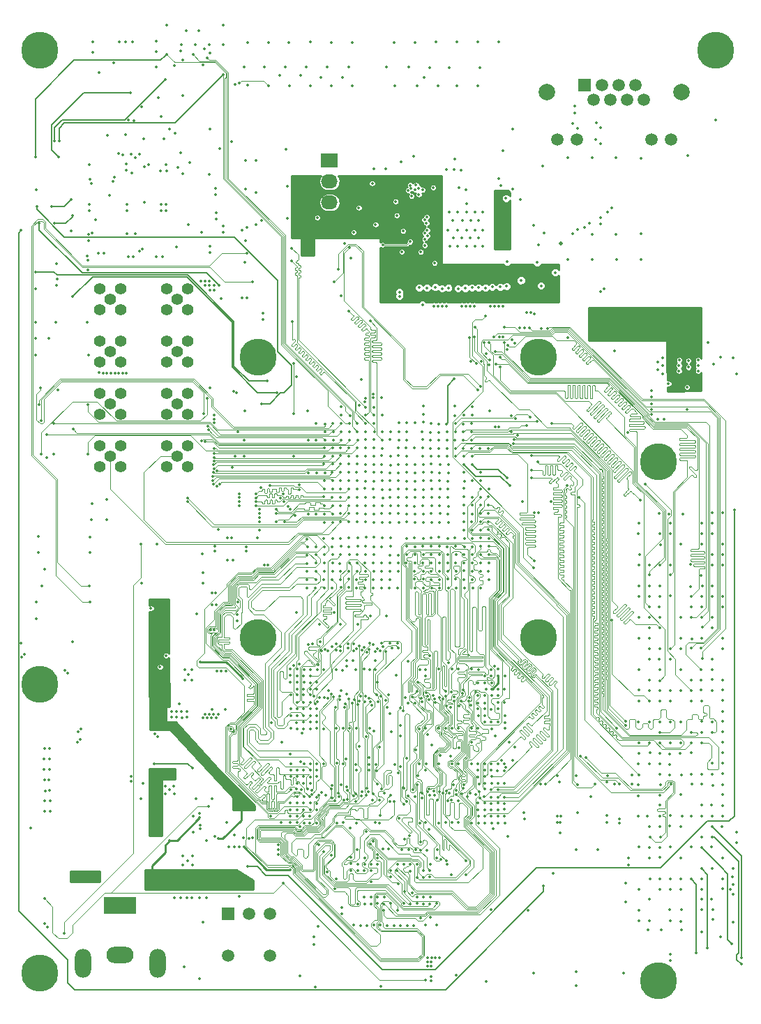
<source format=gbr>
G04 #@! TF.GenerationSoftware,KiCad,Pcbnew,5.0.0-rc3-6a2723a~65~ubuntu16.04.1*
G04 #@! TF.CreationDate,2018-11-29T22:42:39+06:00*
G04 #@! TF.ProjectId,Ki5,4B69352E6B696361645F706362000000,rev?*
G04 #@! TF.SameCoordinates,Original*
G04 #@! TF.FileFunction,Copper,L3,Inr,Mixed*
G04 #@! TF.FilePolarity,Positive*
%FSLAX46Y46*%
G04 Gerber Fmt 4.6, Leading zero omitted, Abs format (unit mm)*
G04 Created by KiCad (PCBNEW 5.0.0-rc3-6a2723a~65~ubuntu16.04.1) date Thu Nov 29 22:42:39 2018*
%MOMM*%
%LPD*%
G01*
G04 APERTURE LIST*
G04 #@! TA.AperFunction,ViaPad*
%ADD10C,1.500000*%
G04 #@! TD*
G04 #@! TA.AperFunction,ViaPad*
%ADD11C,2.000000*%
G04 #@! TD*
G04 #@! TA.AperFunction,ViaPad*
%ADD12R,1.500000X1.500000*%
G04 #@! TD*
G04 #@! TA.AperFunction,ViaPad*
%ADD13O,2.000000X3.500000*%
G04 #@! TD*
G04 #@! TA.AperFunction,ViaPad*
%ADD14O,3.300000X2.000000*%
G04 #@! TD*
G04 #@! TA.AperFunction,ViaPad*
%ADD15R,4.000000X2.000000*%
G04 #@! TD*
G04 #@! TA.AperFunction,ViaPad*
%ADD16C,1.400000*%
G04 #@! TD*
G04 #@! TA.AperFunction,ViaPad*
%ADD17R,2.030000X1.730000*%
G04 #@! TD*
G04 #@! TA.AperFunction,ViaPad*
%ADD18O,2.030000X1.730000*%
G04 #@! TD*
G04 #@! TA.AperFunction,ViaPad*
%ADD19C,4.500000*%
G04 #@! TD*
G04 #@! TA.AperFunction,ViaPad*
%ADD20C,0.355600*%
G04 #@! TD*
G04 #@! TA.AperFunction,ViaPad*
%ADD21C,0.508000*%
G04 #@! TD*
G04 #@! TA.AperFunction,Conductor*
%ADD22C,0.254000*%
G04 #@! TD*
G04 #@! TA.AperFunction,Conductor*
%ADD23C,0.152400*%
G04 #@! TD*
G04 #@! TA.AperFunction,Conductor*
%ADD24C,0.076200*%
G04 #@! TD*
G04 #@! TA.AperFunction,Conductor*
%ADD25C,0.127000*%
G04 #@! TD*
G04 APERTURE END LIST*
D10*
G04 #@! TO.N,/Ethernet/ELED1*
G04 #@! TO.C,J12*
X109480000Y-43430000D03*
G04 #@! TO.N,Net-(J12-Pad11)*
X107190000Y-43430000D03*
G04 #@! TO.N,/Ethernet/ELED0*
X98050000Y-43430000D03*
G04 #@! TO.N,Net-(J12-Pad9)*
X95760000Y-43430000D03*
D11*
G04 #@! TO.N,AGND*
X94490000Y-37720000D03*
X110750000Y-37720000D03*
D10*
G04 #@! TO.N,/Ethernet/MX1_P*
X106200000Y-38610000D03*
G04 #@! TO.N,/Ethernet/MX2_P*
X104160000Y-38610000D03*
G04 #@! TO.N,/Ethernet/MX3_N*
X102120000Y-38610000D03*
G04 #@! TO.N,/Ethernet/MX4_P*
X100080000Y-38610000D03*
G04 #@! TO.N,/Ethernet/MX1_N*
X105180000Y-36830000D03*
G04 #@! TO.N,/Ethernet/MX3_P*
X103140000Y-36830000D03*
G04 #@! TO.N,/Ethernet/MX2_N*
X101100000Y-36830000D03*
D12*
G04 #@! TO.N,/Ethernet/MX4_N*
X99060000Y-36830000D03*
G04 #@! TD*
D13*
G04 #@! TO.N,N/C*
G04 #@! TO.C,J8*
X47172000Y-143398000D03*
X38172000Y-143398000D03*
D14*
G04 #@! TO.N,AGND*
X42672000Y-142398000D03*
D15*
G04 #@! TO.N,Net-(D7-Pad2)*
X42672000Y-136398000D03*
G04 #@! TD*
D12*
G04 #@! TO.N,Net-(S4-Pad1)*
G04 #@! TO.C,S4*
X55753000Y-137414000D03*
D10*
G04 #@! TO.N,/Power.sch/PWR_ON*
X58293000Y-137414000D03*
G04 #@! TO.N,AGND*
X60833000Y-137414000D03*
G04 #@! TO.N,*
X55753000Y-142494000D03*
X60833000Y-142494000D03*
G04 #@! TD*
D16*
G04 #@! TO.N,/Freedom-U540_2/IO_PRCI_RSVD2*
G04 #@! TO.C,J3*
X41470600Y-62814200D03*
G04 #@! TO.N,AGND*
X42740600Y-64084200D03*
X42740600Y-61544200D03*
X40200600Y-61544200D03*
X40200600Y-64084200D03*
G04 #@! TD*
G04 #@! TO.N,AGND*
G04 #@! TO.C,J4*
X48303200Y-64084200D03*
X48303200Y-61544200D03*
X50843200Y-61544200D03*
X50843200Y-64084200D03*
G04 #@! TO.N,/Freedom-U540_2/IO_PRCI_RSVD13*
X49573200Y-62814200D03*
G04 #@! TD*
G04 #@! TO.N,AGND*
G04 #@! TO.C,J5*
X40200600Y-70434200D03*
X40200600Y-67894200D03*
X42740600Y-67894200D03*
X42740600Y-70434200D03*
G04 #@! TO.N,/Freedom-U540_2/IO_PRCI_RSVD14*
X41470600Y-69164200D03*
G04 #@! TD*
G04 #@! TO.N,AGND*
G04 #@! TO.C,J6*
X48303200Y-70434200D03*
X48303200Y-67894200D03*
X50843200Y-67894200D03*
X50843200Y-70434200D03*
G04 #@! TO.N,/Freedom-U540_2/IO_PRCI_RSVD15*
X49573200Y-69164200D03*
G04 #@! TD*
G04 #@! TO.N,AGND*
G04 #@! TO.C,J15*
X40200600Y-83134200D03*
X40200600Y-80594200D03*
X42740600Y-80594200D03*
X42740600Y-83134200D03*
G04 #@! TO.N,/Freedom-U540_1/IO_DDR_RSVD0*
X41470600Y-81864200D03*
G04 #@! TD*
G04 #@! TO.N,/Freedom-U540_1/IO_DDR_RSVD1*
G04 #@! TO.C,J16*
X49573200Y-81864200D03*
G04 #@! TO.N,AGND*
X50843200Y-83134200D03*
X50843200Y-80594200D03*
X48303200Y-80594200D03*
X48303200Y-83134200D03*
G04 #@! TD*
G04 #@! TO.N,/Freedom-U540_1/IO_DDR_RSVD2*
G04 #@! TO.C,J17*
X41470600Y-75514200D03*
G04 #@! TO.N,AGND*
X42740600Y-76784200D03*
X42740600Y-74244200D03*
X40200600Y-74244200D03*
X40200600Y-76784200D03*
G04 #@! TD*
G04 #@! TO.N,/Freedom-U540_1/IO_DDR_RSVD3*
G04 #@! TO.C,J18*
X49573200Y-75514200D03*
G04 #@! TO.N,AGND*
X50843200Y-76784200D03*
X50843200Y-74244200D03*
X48303200Y-74244200D03*
X48303200Y-76784200D03*
G04 #@! TD*
D17*
G04 #@! TO.N,Net-(J19-Pad1)*
G04 #@! TO.C,J19*
X68072000Y-46000000D03*
D18*
G04 #@! TO.N,+12V*
X68072000Y-48540000D03*
G04 #@! TO.N,AGND*
X68072000Y-51080000D03*
G04 #@! TD*
D19*
G04 #@! TO.N,AGND*
G04 #@! TO.C,M1*
X32897600Y-144590000D03*
G04 #@! TD*
G04 #@! TO.N,AGND*
G04 #@! TO.C,M2*
X32897600Y-32590000D03*
G04 #@! TD*
G04 #@! TO.N,AGND*
G04 #@! TO.C,M3*
X114897600Y-32590000D03*
G04 #@! TD*
G04 #@! TO.N,AGND*
G04 #@! TO.C,M4*
X107997600Y-145590000D03*
G04 #@! TD*
G04 #@! TO.N,AGND*
G04 #@! TO.C,M5*
X32897600Y-109590000D03*
G04 #@! TD*
G04 #@! TO.N,AGND*
G04 #@! TO.C,M6*
X107997600Y-82590000D03*
G04 #@! TD*
G04 #@! TO.N,N/C*
G04 #@! TO.C,*
X59411200Y-69856200D03*
G04 #@! TD*
G04 #@! TO.N,N/C*
G04 #@! TO.C,*
X93411200Y-69856200D03*
G04 #@! TD*
G04 #@! TO.N,N/C*
G04 #@! TO.C,*
X93411200Y-103856200D03*
G04 #@! TD*
G04 #@! TO.N,N/C*
G04 #@! TO.C,*
X59411200Y-103856200D03*
G04 #@! TD*
D20*
G04 #@! TO.N,+1V2*
X88519728Y-108522179D03*
X64125000Y-108550000D03*
X64125000Y-109350000D03*
X64950000Y-107775000D03*
X67350000Y-107775000D03*
X70125000Y-107375000D03*
X77600000Y-106775000D03*
X64053099Y-114221901D03*
X61032147Y-114209698D03*
X63348200Y-119200000D03*
X64150000Y-120750000D03*
X64150000Y-120000000D03*
X64950000Y-119200000D03*
X52675000Y-113600000D03*
X53175000Y-113600000D03*
X53700000Y-113600000D03*
X54275000Y-113600000D03*
X52975000Y-113200000D03*
X53450000Y-113200000D03*
X53950000Y-113200000D03*
X54550000Y-113200000D03*
X89382600Y-114909600D03*
X87731600Y-114960400D03*
X85293200Y-114935000D03*
X88493600Y-114122200D03*
X83743800Y-117246400D03*
X80518000Y-116972198D03*
X79730600Y-114935000D03*
X76682600Y-115874800D03*
X87706200Y-119202200D03*
X88468200Y-120040400D03*
X89484200Y-119634000D03*
X81508600Y-118186200D03*
X82905800Y-119227600D03*
X85293200Y-119206800D03*
X86106000Y-120015000D03*
X72644000Y-138836400D03*
X75057000Y-138836400D03*
X76682600Y-138836400D03*
X79730600Y-138811000D03*
X69545200Y-137388600D03*
X71475600Y-136220200D03*
X73888600Y-136194800D03*
X67792600Y-132384800D03*
X72288400Y-132207000D03*
X72313800Y-130632200D03*
X74574400Y-129590800D03*
X77724000Y-129667000D03*
X81051400Y-130632200D03*
X64109600Y-125603000D03*
X64947800Y-126390400D03*
X66802000Y-129032000D03*
X66522600Y-124790200D03*
X69697600Y-126365000D03*
X73657406Y-126311591D03*
X72517000Y-127431800D03*
X77749400Y-127914400D03*
X66545460Y-109334300D03*
X64889380Y-114983260D03*
X67348100Y-119209820D03*
X70050660Y-118597680D03*
X72880220Y-119278401D03*
X69717920Y-114942620D03*
X67315080Y-114970560D03*
X73443500Y-115248135D03*
X72519540Y-115879880D03*
X64912240Y-112544860D03*
X66520060Y-114150140D03*
X64145160Y-113370360D03*
X66540380Y-119999760D03*
X64681100Y-122318780D03*
X64907160Y-123964700D03*
X64119760Y-124785120D03*
X62166500Y-126365000D03*
X71480680Y-131414520D03*
X73911460Y-131437380D03*
X87746840Y-126413260D03*
X85341460Y-126400560D03*
X89329260Y-126382780D03*
X91691460Y-125140720D03*
X86131400Y-125592840D03*
X88503760Y-125559820D03*
X86088220Y-124810520D03*
X88511380Y-124787660D03*
X87680800Y-123271280D03*
X82895440Y-126372620D03*
X79730600Y-126372620D03*
X87721440Y-121569480D03*
X85344000Y-107741720D03*
X87690960Y-107787440D03*
X64940180Y-110804960D03*
X82897980Y-114922300D03*
X82892900Y-107703620D03*
X79722980Y-119994680D03*
X76014582Y-119326660D03*
X63275000Y-107700000D03*
X66540371Y-113370360D03*
X79740000Y-108560000D03*
X72970000Y-107810000D03*
X73600000Y-105590000D03*
X75539569Y-115290600D03*
X76682569Y-119555260D03*
X87725011Y-110142020D03*
G04 #@! TO.N,VD*
X70133673Y-106648342D03*
X47500000Y-107475000D03*
X82143600Y-114909600D03*
X82804000Y-118313200D03*
X77546200Y-138836400D03*
X70482460Y-114917220D03*
X82138520Y-126359920D03*
X82499200Y-106913680D03*
X90558620Y-117213380D03*
X70538340Y-127027940D03*
X77152500Y-128384300D03*
G04 #@! TO.N,VDD_DDR_VPP_N*
X64100000Y-107725000D03*
X70918500Y-106702380D03*
X79743800Y-107809591D03*
X62275000Y-116575000D03*
X88112600Y-107340400D03*
X80010000Y-115697000D03*
X77419200Y-118516400D03*
X71831200Y-138836400D03*
X79883000Y-129692400D03*
X64721740Y-115531900D03*
X72918320Y-114937540D03*
X88531700Y-126387860D03*
X80124300Y-127220980D03*
X79763620Y-119217440D03*
X64500000Y-126860000D03*
X80264053Y-106139053D03*
X72880000Y-119950000D03*
X72294819Y-107706000D03*
X72880221Y-118430000D03*
X88967700Y-118757700D03*
X90330000Y-118760000D03*
X87670000Y-136950000D03*
X74160000Y-126397900D03*
G04 #@! TO.N,+3V3*
X48323500Y-29591000D03*
X55181500Y-29591000D03*
X47525000Y-109400000D03*
X48275000Y-108075000D03*
X47040800Y-57683400D03*
X39014400Y-48285400D03*
X41935400Y-48006000D03*
X54279800Y-53086000D03*
X95681800Y-125552200D03*
X96113600Y-125552200D03*
X96088200Y-127635000D03*
X101727000Y-125526800D03*
X103251000Y-125882400D03*
X106654600Y-125552200D03*
X46370240Y-99560380D03*
X73240000Y-48760000D03*
X54220000Y-50160000D03*
X39260000Y-54790000D03*
X48300000Y-47230000D03*
X47510000Y-47230000D03*
X41080000Y-42910000D03*
X45295737Y-39435737D03*
X47310000Y-38400000D03*
X39630000Y-53210000D03*
X53560000Y-56360000D03*
X54040000Y-61750000D03*
X52260000Y-145260000D03*
X54550000Y-128320000D03*
X56720000Y-124470000D03*
X57330000Y-124470000D03*
X58700000Y-124459998D03*
X46450000Y-103570000D03*
X46970000Y-103580000D03*
X46460000Y-104110000D03*
X46970000Y-104110000D03*
X46430000Y-102500000D03*
X46960000Y-102500000D03*
X46960000Y-101950000D03*
X47420000Y-101940000D03*
X47450000Y-103570000D03*
X47450000Y-104100000D03*
X54040000Y-61110000D03*
X53500000Y-61120000D03*
X53520000Y-61760000D03*
X52960000Y-61120000D03*
X52960000Y-60610000D03*
X53510000Y-60610000D03*
X52420000Y-60600000D03*
X110880000Y-125530000D03*
G04 #@! TO.N,VAA*
X52400000Y-106875000D03*
X57513220Y-108849160D03*
X66880000Y-102300000D03*
X69370000Y-102300000D03*
X71477900Y-102270000D03*
G04 #@! TO.N,VCCQ*
X72415400Y-92837000D03*
X74379600Y-92887800D03*
X71488202Y-91769225D03*
X73430573Y-91742027D03*
X75476002Y-91795600D03*
X78331198Y-91795600D03*
X80399045Y-91784328D03*
X82399547Y-91832312D03*
X79400400Y-92837000D03*
X81381600Y-92837000D03*
X77393800Y-92837000D03*
X48870000Y-112910000D03*
X48890000Y-113570000D03*
X50740000Y-112890000D03*
X49500000Y-113530000D03*
X49490000Y-112910000D03*
X50110000Y-112910000D03*
X50760000Y-113580000D03*
X50150000Y-113600000D03*
G04 #@! TO.N,VDDA*
X44272200Y-57658000D03*
X55143400Y-53949600D03*
X55143400Y-53949600D03*
X43644562Y-41086912D03*
X51060000Y-46210000D03*
X50970000Y-53777500D03*
X44480000Y-54860000D03*
X44490000Y-45670000D03*
G04 #@! TO.N,Net-(C111-Pad2)*
X44196000Y-31559500D03*
G04 #@! TO.N,+5V*
X47000000Y-126300000D03*
X46550000Y-126775000D03*
X47500000Y-126775000D03*
X47025000Y-127200000D03*
X46550000Y-127725000D03*
X47525000Y-127725000D03*
X46525000Y-125750000D03*
X47475000Y-125750000D03*
X111455194Y-73507600D03*
X52325000Y-125250000D03*
X52325000Y-125750000D03*
X46975000Y-125200000D03*
X48425000Y-120250000D03*
X57708800Y-133273800D03*
X57302400Y-133807200D03*
X57632600Y-134289800D03*
X33970000Y-67590000D03*
X46320000Y-132680000D03*
X48680000Y-128520000D03*
X36850000Y-132660000D03*
X36870000Y-133220000D03*
X39900000Y-132660000D03*
X39900000Y-133280000D03*
X81440000Y-142750000D03*
X80930000Y-142750000D03*
X80440000Y-142750000D03*
X80430000Y-143230000D03*
X80430000Y-143800000D03*
X79970000Y-142750000D03*
X79970000Y-143240000D03*
X79970000Y-143790000D03*
X93730000Y-61190194D03*
G04 #@! TO.N,+12V*
X115824000Y-133159500D03*
X115760500Y-134366000D03*
X107124500Y-73914000D03*
X107124500Y-74676000D03*
X107124500Y-75565000D03*
X107124500Y-76200000D03*
X107124500Y-76835000D03*
X109220000Y-73076950D03*
X107950000Y-77406500D03*
X108648500Y-77406500D03*
X49250000Y-135500000D03*
X50025000Y-135475004D03*
X50775000Y-135475000D03*
X51375000Y-135475000D03*
X52275000Y-135450000D03*
X53100000Y-135450002D03*
X116992400Y-132943600D03*
X116725700Y-134493000D03*
X32410000Y-67590000D03*
X32410000Y-69580000D03*
G04 #@! TO.N,VDD_GIVDD_P*
X57721500Y-34671000D03*
X60198000Y-34671000D03*
X62738000Y-34671000D03*
X65278000Y-34671000D03*
X67818000Y-34671000D03*
X70421500Y-34671000D03*
X74993500Y-34607500D03*
X77660500Y-34671000D03*
X80200500Y-34734500D03*
X82613500Y-34734500D03*
X86296500Y-34734500D03*
X86253282Y-59085599D03*
X83934541Y-59227045D03*
X92100400Y-60553600D03*
X95504000Y-58775600D03*
X91059000Y-62801500D03*
X55854600Y-129311400D03*
X56515000Y-129311396D03*
X57073800Y-129336800D03*
X57708800Y-129336800D03*
X47599600Y-51333400D03*
X48234600Y-51333400D03*
X43484800Y-51333400D03*
X38938200Y-51333400D03*
X95961200Y-121437400D03*
X101752400Y-121437400D03*
X104800400Y-121716800D03*
X66141600Y-140208000D03*
X66649600Y-138988800D03*
X55709820Y-91775280D03*
X55684412Y-94513977D03*
X54168040Y-93433900D03*
X54168040Y-92844620D03*
X56616600Y-81881980D03*
X63290000Y-132050000D03*
X79840000Y-55910000D03*
X79589367Y-54137900D03*
X74860000Y-55830000D03*
X74840000Y-54860000D03*
X74820000Y-53900000D03*
X79710000Y-51980000D03*
X59980000Y-64540000D03*
X38790000Y-55760000D03*
X79080000Y-50950000D03*
X57432100Y-54460000D03*
X72380000Y-50400000D03*
X57690000Y-79898240D03*
X41000000Y-87160000D03*
X40990000Y-89570000D03*
X38800000Y-69590000D03*
X54560000Y-90800000D03*
X70980000Y-53600000D03*
X69640000Y-52100000D03*
X30665806Y-106278718D03*
X33380000Y-119860000D03*
X33370000Y-118600000D03*
X33520000Y-123670000D03*
X95250000Y-132530000D03*
X59150000Y-45980000D03*
X40030000Y-57210000D03*
X58020000Y-62660000D03*
X64900000Y-57250000D03*
X77630000Y-57770000D03*
X63720000Y-53010000D03*
X63720000Y-52490000D03*
X63710000Y-51990000D03*
X63710000Y-51500000D03*
X63710000Y-50990000D03*
X64480000Y-50980000D03*
X64480000Y-51510000D03*
X64480000Y-52000000D03*
X64480000Y-52500000D03*
X40120000Y-71760000D03*
X40590000Y-71770000D03*
X41060000Y-71780000D03*
X41530000Y-71780000D03*
X42000000Y-71780000D03*
X42480000Y-71790000D03*
X42950000Y-71790000D03*
X43430000Y-71790000D03*
X105570000Y-119210000D03*
X105570000Y-123120000D03*
X108050000Y-88840000D03*
G04 #@! TO.N,VDD_DDRPLL_N*
X76403200Y-88849200D03*
X75412600Y-88849200D03*
X91520000Y-87400000D03*
X92941989Y-88739842D03*
X33994000Y-121170000D03*
G04 #@! TO.N,AVDD_DDRPLL_N*
X74433452Y-84880703D03*
X54282309Y-99948242D03*
X56893460Y-101117400D03*
X34080000Y-122480000D03*
G04 #@! TO.N,VDD_GIVDD_N*
X73456800Y-86893400D03*
X56321960Y-94515940D03*
X57967880Y-93395800D03*
X34129603Y-123670000D03*
G04 #@! TO.N,VDD_GEMGXLPLL_N*
X74448376Y-85923001D03*
X54089303Y-102984300D03*
X56896000Y-101828600D03*
X34130000Y-124940000D03*
G04 #@! TO.N,VDD_IO_N*
X74396600Y-81838800D03*
X75514200Y-81889600D03*
X76377800Y-81838800D03*
X77470000Y-81889600D03*
X69870000Y-56100000D03*
X70990000Y-54711600D03*
X31030000Y-105950000D03*
X34080000Y-119860000D03*
G04 #@! TO.N,VMEM*
X51400000Y-119725000D03*
X46800000Y-119200000D03*
G04 #@! TO.N,AVDD_DDRPLL_P*
X53774340Y-99954080D03*
X53776880Y-98437700D03*
X53657500Y-102984300D03*
X33530921Y-122487698D03*
X33446199Y-117320000D03*
X33530000Y-124940000D03*
G04 #@! TO.N,/Power.sch/PWR_ON*
X57075000Y-135300000D03*
G04 #@! TO.N,VDD_DDRPLL_P*
X94930000Y-87360000D03*
X93450000Y-88750002D03*
X102680000Y-69140000D03*
X33486000Y-121170000D03*
G04 #@! TO.N,+3.3VA*
X97980500Y-144442298D03*
G04 #@! TO.N,+1V0*
X80804680Y-58449192D03*
X89611200Y-58267600D03*
G04 #@! TO.N,Net-(C181-Pad1)*
X89662000Y-56286400D03*
X89598500Y-52705000D03*
X88836500Y-49847500D03*
G04 #@! TO.N,+2V5*
X83756510Y-49311696D03*
X79375000Y-49562902D03*
X78422500Y-49530000D03*
X77597000Y-49593500D03*
X88880073Y-49060341D03*
X77870000Y-48990000D03*
X78570000Y-48980000D03*
X77980000Y-49380000D03*
X78890000Y-49340000D03*
X78020000Y-50320000D03*
G04 #@! TO.N,Net-(C193-Pad1)*
X91236800Y-50698400D03*
X94145234Y-54808128D03*
X89476698Y-50572100D03*
G04 #@! TO.N,/Ethernet/P0_D2_N*
X100965000Y-52898040D03*
G04 #@! TO.N,Net-(C200-Pad2)*
X99923600Y-54965600D03*
G04 #@! TO.N,Net-(C201-Pad2)*
X102870000Y-54965600D03*
G04 #@! TO.N,Net-(C202-Pad2)*
X105867200Y-54914800D03*
G04 #@! TO.N,VDD_OTP_N*
X71374000Y-83820000D03*
X56141572Y-91768739D03*
X57975500Y-92900500D03*
X34070000Y-118600000D03*
G04 #@! TO.N,VDD_COREPLL_N*
X74423536Y-83799712D03*
X54208683Y-98437700D03*
X56898540Y-99588320D03*
X34070000Y-117320000D03*
G04 #@! TO.N,Net-(C220-Pad2)*
X114699164Y-70711705D03*
X117030500Y-69977000D03*
G04 #@! TO.N,RESET_N*
X67437000Y-80873600D03*
X52959000Y-80131920D03*
X54770000Y-44550000D03*
X40680000Y-57240000D03*
X33740000Y-82020000D03*
X32510000Y-99590000D03*
G04 #@! TO.N,VDD*
X83280917Y-77008346D03*
X79450783Y-96790484D03*
X69418200Y-95885000D03*
X83362800Y-92811600D03*
X72440800Y-89865200D03*
X74472800Y-89916000D03*
X76511836Y-89912319D03*
X78449451Y-89889164D03*
X80467200Y-89916000D03*
X82473800Y-89916000D03*
X81506709Y-88854926D03*
X79425800Y-88874600D03*
X77419200Y-88874600D03*
X73431400Y-88874600D03*
X71399400Y-88849200D03*
X66395600Y-88900000D03*
X72415400Y-87858600D03*
X74429729Y-87888163D03*
X76428600Y-87884000D03*
X79425800Y-86918800D03*
X78383356Y-87950884D03*
X80492600Y-87934800D03*
X82511802Y-87960200D03*
X81432400Y-86893400D03*
X77444600Y-86893400D03*
X75438000Y-86893400D03*
X71424800Y-86868000D03*
X72364600Y-85801200D03*
X76454000Y-85902800D03*
X78476228Y-85972471D03*
X80467200Y-85902800D03*
X82397600Y-85826600D03*
X81432400Y-84886800D03*
X79425800Y-84886800D03*
X77470000Y-84912200D03*
X75412600Y-84861400D03*
X66497200Y-83947000D03*
X72476434Y-83757289D03*
X76454000Y-83896200D03*
X78460600Y-83896200D03*
X80441800Y-83870800D03*
X82486402Y-83921600D03*
X81483200Y-82905600D03*
X79425800Y-82880200D03*
X73431400Y-82880200D03*
X71399400Y-82854800D03*
X72415400Y-81864200D03*
X79375000Y-81889600D03*
X81356200Y-81915000D03*
X86319634Y-80912204D03*
X69443600Y-76885800D03*
X74472800Y-76911200D03*
X79468980Y-76796900D03*
X66456560Y-79903320D03*
X100190000Y-66480000D03*
X101200000Y-67020000D03*
X101190000Y-66530000D03*
X100230000Y-67020000D03*
X100270000Y-67560000D03*
X101150000Y-67530000D03*
X99760000Y-64040000D03*
X99740000Y-64690000D03*
X99790000Y-65320000D03*
X99790000Y-65870000D03*
X112840000Y-73460000D03*
G04 #@! TO.N,DDR_CLK_P*
X75448160Y-132971540D03*
X67830700Y-111302800D03*
X67571620Y-123019820D03*
X85158580Y-122801380D03*
X85053618Y-111145574D03*
X73030000Y-128930000D03*
X75420940Y-93924617D03*
X65516560Y-104729379D03*
G04 #@! TO.N,DDR_CLK_N*
X75460860Y-132176520D03*
X66837560Y-111185960D03*
X67073955Y-122681345D03*
X85788500Y-122920760D03*
X85260000Y-112150000D03*
X76410000Y-93900000D03*
X66040000Y-104691702D03*
G04 #@! TO.N,+3.3VP*
X116915452Y-141076904D03*
X113212748Y-129406075D03*
G04 #@! TO.N,Net-(D1-Pad2)*
X50106462Y-31892869D03*
G04 #@! TO.N,Net-(D1-Pad1)*
X50027887Y-32676341D03*
G04 #@! TO.N,Net-(D2-Pad2)*
X50652562Y-30209598D03*
G04 #@! TO.N,Net-(D2-Pad1)*
X50228500Y-33782000D03*
G04 #@! TO.N,Net-(D3-Pad1)*
X52852901Y-32429195D03*
G04 #@! TO.N,Net-(D3-Pad2)*
X52197000Y-30209598D03*
G04 #@! TO.N,Net-(D4-Pad1)*
X53512886Y-32976016D03*
G04 #@! TO.N,Net-(D4-Pad2)*
X53482792Y-31956714D03*
G04 #@! TO.N,/Freedom-U540_2/SD_CD*
X94043500Y-134048500D03*
X66461863Y-77881077D03*
X64050000Y-72200000D03*
X32850200Y-53600000D03*
X54650510Y-61102948D03*
X30650000Y-54480000D03*
G04 #@! TO.N,/Ethernet/P0_D2_P*
X100965000Y-53654960D03*
G04 #@! TO.N,/Ethernet/P0_D1_N*
X99581612Y-53580388D03*
G04 #@! TO.N,/Ethernet/P0_D1_P*
X99046388Y-54115612D03*
G04 #@! TO.N,/Ethernet/P0_D0_N*
X98146774Y-54349423D03*
G04 #@! TO.N,/Ethernet/P0_D0_P*
X97611550Y-54884647D03*
G04 #@! TO.N,/Ethernet/COL*
X89559483Y-61261276D03*
G04 #@! TO.N,/Ethernet/CRS*
X88776854Y-61347844D03*
G04 #@! TO.N,/Ethernet/RXD7*
X87818664Y-61344318D03*
G04 #@! TO.N,/Ethernet/RXD6*
X86988476Y-61452009D03*
G04 #@! TO.N,/Ethernet/RXD5*
X86153516Y-61421951D03*
G04 #@! TO.N,/Ethernet/RXD4*
X85366256Y-61407031D03*
G04 #@! TO.N,/Ethernet/RXD3*
X84522487Y-61478496D03*
G04 #@! TO.N,/Ethernet/RXD2*
X83653503Y-61521356D03*
G04 #@! TO.N,/Ethernet/RXD1*
X82499200Y-61468000D03*
G04 #@! TO.N,/Ethernet/RXD0*
X81715032Y-61539288D03*
G04 #@! TO.N,/Ethernet/RX_DV*
X80908452Y-61384282D03*
G04 #@! TO.N,/Ethernet/RX_ER*
X79884486Y-61443258D03*
G04 #@! TO.N,/Ethernet/RX_CLK*
X78957430Y-61428172D03*
G04 #@! TO.N,GEMGXL_TX_EN*
X59331860Y-91800680D03*
X76550000Y-61960000D03*
G04 #@! TO.N,GEMGXL_TX_ER*
X59578240Y-90853260D03*
X76557404Y-62469504D03*
G04 #@! TO.N,/Ethernet/TX_CLK*
X79146400Y-57099200D03*
G04 #@! TO.N,GEMGXL_GTX_CLK*
X69367400Y-85852000D03*
X71900000Y-72547900D03*
G04 #@! TO.N,GEMGXL_TXD0*
X57104280Y-86423500D03*
X79615904Y-56279099D03*
G04 #@! TO.N,GEMGXL_TXD1*
X57104280Y-86916260D03*
X79600480Y-55550719D03*
G04 #@! TO.N,GEMGXL_TXD2*
X57111900Y-87419180D03*
X79930000Y-55160000D03*
G04 #@! TO.N,GEMGXL_TXD3*
X57111900Y-87922100D03*
X79630000Y-54820000D03*
G04 #@! TO.N,GEMGXL_TXD4*
X59578240Y-88338660D03*
X79920000Y-54430000D03*
G04 #@! TO.N,GEMGXL_TXD5*
X59580780Y-88841580D03*
X79835398Y-53606700D03*
G04 #@! TO.N,GEMGXL_TXD6*
X59580780Y-89339420D03*
X79590000Y-53190000D03*
G04 #@! TO.N,GEMGXL_TXD7*
X59575700Y-89839800D03*
X79860000Y-52830000D03*
G04 #@! TO.N,GEMGXL_MDC*
X54366160Y-85506560D03*
X77823776Y-55842819D03*
X74510000Y-56230000D03*
G04 #@! TO.N,GEMGXL_MDIO*
X67411600Y-85852000D03*
X54716680Y-85247480D03*
X76974064Y-54554064D03*
G04 #@! TO.N,/Ethernet/GEMGXL_RST_2V5*
X78910000Y-50130000D03*
G04 #@! TO.N,/Ethernet/CLKOUT*
X80641200Y-49260000D03*
G04 #@! TO.N,/Ethernet/ELED1*
X84620917Y-49548286D03*
G04 #@! TO.N,/Ethernet/ELED0*
X84686840Y-51216355D03*
X93916500Y-46672500D03*
G04 #@! TO.N,PWR_BTN_N*
X32510000Y-101590000D03*
X43980000Y-120710000D03*
G04 #@! TO.N,UART0_TX*
X84455000Y-84912200D03*
X58010000Y-57250000D03*
X69122500Y-59150000D03*
X86380000Y-73410000D03*
X38960000Y-99590000D03*
G04 #@! TO.N,UART0_RX*
X84404200Y-83870800D03*
X58720000Y-60690000D03*
X68610000Y-60690000D03*
X86080000Y-73830000D03*
X38930000Y-97590000D03*
G04 #@! TO.N,/Freedom-U540_2/QSPI1_SCK_R*
X34830000Y-65660000D03*
X33150000Y-97590000D03*
G04 #@! TO.N,/Freedom-U540_2/QSPI1_DQ1_R*
X34980000Y-60390000D03*
X33490000Y-95600000D03*
G04 #@! TO.N,/Freedom-U540_2/UART1_TX*
X86385400Y-83820000D03*
X39010000Y-93580000D03*
G04 #@! TO.N,/Freedom-U540_2/QSPI1_CS0_R*
X38710000Y-58090000D03*
X32710000Y-93590000D03*
G04 #@! TO.N,/Freedom-U540_2/UART1_RX*
X86410800Y-84861400D03*
X38990000Y-91670000D03*
G04 #@! TO.N,/Freedom-U540_2/QSPI1_DQ0_R*
X34960000Y-61140000D03*
X32690000Y-91590000D03*
G04 #@! TO.N,/Freedom-U540_2/I2C0_SCL*
X39141400Y-89585800D03*
X85420200Y-84861400D03*
G04 #@! TO.N,/Freedom-U540_2/I2C0_SDA*
X39217600Y-87604600D03*
X84353400Y-85801200D03*
G04 #@! TO.N,/Freedom-U540_2/GPIO0*
X70434200Y-80873600D03*
X38745160Y-81594960D03*
X34620000Y-81590000D03*
G04 #@! TO.N,/Freedom-U540_2/GPIO1*
X53177516Y-74886744D03*
X33060000Y-81590000D03*
G04 #@! TO.N,/Freedom-U540_2/GPIO4*
X69469000Y-79908400D03*
X36921440Y-78605380D03*
G04 #@! TO.N,/Freedom-U540_2/GPIO5*
X68478400Y-77927200D03*
X33082283Y-77590703D03*
G04 #@! TO.N,/Freedom-U540_2/GPIO6*
X69469000Y-77901800D03*
X38704520Y-75582780D03*
G04 #@! TO.N,/Freedom-U540_2/GPIO7*
X67513200Y-77952600D03*
X32790183Y-75582780D03*
G04 #@! TO.N,/Freedom-U540_2/GPIO8*
X68503800Y-78943200D03*
X34625280Y-77894180D03*
X35090000Y-73870000D03*
G04 #@! TO.N,/Freedom-U540_2/GPIO9*
X52800000Y-76760000D03*
X32970000Y-73590000D03*
G04 #@! TO.N,/Freedom-U540_2/GPIO15*
X71424800Y-80873600D03*
X54061360Y-81528920D03*
X53580000Y-73606660D03*
G04 #@! TO.N,/Freedom-U540_2/PWM0_0*
X48133000Y-36131500D03*
X34671000Y-43586400D03*
X71450200Y-78892400D03*
X51520000Y-33140000D03*
G04 #@! TO.N,/Freedom-U540_2/PWM0_2*
X55181500Y-35560000D03*
X35229800Y-43586400D03*
X70485000Y-77927200D03*
G04 #@! TO.N,/Freedom-U540_2/PWM0_1*
X48323500Y-33083500D03*
X32359600Y-45593000D03*
X70530602Y-76962000D03*
G04 #@! TO.N,/Freedom-U540_2/PWM0_3*
X43878500Y-37782500D03*
X35204400Y-45593000D03*
X71450200Y-77901800D03*
X53200587Y-33523232D03*
G04 #@! TO.N,GEMGXL_RST*
X57760000Y-76360000D03*
X69440000Y-62420000D03*
G04 #@! TO.N,FASTLINK_FAIL*
X69494400Y-78917800D03*
X53258720Y-78265020D03*
X56150000Y-43670000D03*
X32450000Y-49560000D03*
G04 #@! TO.N,/Freedom-U540_2/EN_VDD_SD*
X59778900Y-75524360D03*
X32520000Y-51590000D03*
G04 #@! TO.N,/Freedom-U540_2/QSPI1_CS1_R*
X34330000Y-51580000D03*
X36710000Y-50750000D03*
G04 #@! TO.N,/Freedom-U540_2/QSPI1_CS2_R*
X34670000Y-53590000D03*
X36850000Y-52680000D03*
G04 #@! TO.N,/Freedom-U540_2/QSPI1_CS3_R*
X34950000Y-58520000D03*
X36720000Y-54570000D03*
G04 #@! TO.N,/Freedom-U540_2/PWM1_1*
X72466200Y-80899000D03*
X60530000Y-72760000D03*
X32380000Y-59570000D03*
G04 #@! TO.N,/Freedom-U540_2/PWM1_2*
X71501000Y-79933800D03*
X52534820Y-80027780D03*
X38720000Y-59282500D03*
G04 #@! TO.N,/Freedom-U540_2/PWM1_3*
X70459600Y-78917800D03*
X61710000Y-74150000D03*
X36910000Y-62520000D03*
G04 #@! TO.N,/Freedom-U540_2/IO_PRCI_RSVD2*
X69418200Y-84886800D03*
G04 #@! TO.N,/Freedom-U540_2/IO_PRCI_RSVD13*
X70408800Y-83845400D03*
G04 #@! TO.N,/Freedom-U540_2/IO_PRCI_RSVD14*
X70434200Y-84861400D03*
X56800000Y-74160000D03*
G04 #@! TO.N,/Freedom-U540_2/IO_PRCI_RSVD15*
X67513200Y-83947000D03*
X56390832Y-73989846D03*
G04 #@! TO.N,PG_1V8*
X117250000Y-88400000D03*
X58115200Y-131673600D03*
G04 #@! TO.N,CHIPLINK_RX_CLK*
X95060000Y-77920000D03*
X105760000Y-87200000D03*
G04 #@! TO.N,CHIPLINK_TX_DAT0*
X88240000Y-70710000D03*
X108140000Y-95050000D03*
G04 #@! TO.N,CHIPLINK_TX_DAT1*
X88740000Y-69900000D03*
X109430000Y-96300000D03*
G04 #@! TO.N,CHIPLINK_TX_DAT6*
X90190000Y-67720000D03*
X108140000Y-98880000D03*
G04 #@! TO.N,CHIPLINK_TX_DAT7*
X87060000Y-69450000D03*
X108120000Y-100130000D03*
G04 #@! TO.N,CHIPLINK_TX_DAT16*
X85680000Y-67430000D03*
X108153241Y-102676759D03*
G04 #@! TO.N,CHIPLINK_TX_DAT17*
X87416743Y-68091080D03*
X109420000Y-105240000D03*
G04 #@! TO.N,CHIPLINK_TX_DAT24*
X93810000Y-66390000D03*
X109430000Y-106480000D03*
G04 #@! TO.N,CHIPLINK_TX_DAT25*
X89600000Y-68970000D03*
X108130000Y-107770000D03*
G04 #@! TO.N,CHIPLINK_TX_SEND*
X85080000Y-67450000D03*
X85876546Y-70663454D03*
X108170000Y-110350000D03*
G04 #@! TO.N,CHIPLINK_TX_RST*
X85180000Y-70380000D03*
X108190000Y-111560000D03*
G04 #@! TO.N,CHIPLINK_RX_RST*
X79375000Y-80899000D03*
X109410000Y-134470000D03*
G04 #@! TO.N,CHIPLINK_RX_SEND*
X84353400Y-76911200D03*
X108160000Y-133210000D03*
G04 #@! TO.N,CHIPLINK_RX_DAT29*
X90144600Y-76936600D03*
X108160000Y-130580000D03*
G04 #@! TO.N,CHIPLINK_RX_DAT28*
X84328000Y-77952600D03*
X108140000Y-129360000D03*
G04 #@! TO.N,CHIPLINK_RX_DAT25*
X83337400Y-77927200D03*
X92400000Y-77140000D03*
X108190000Y-126810000D03*
G04 #@! TO.N,CHIPLINK_RX_DAT24*
X80340200Y-80924400D03*
X109390000Y-126780000D03*
G04 #@! TO.N,CHIPLINK_RX_DAT17*
X80340200Y-79933800D03*
X108190000Y-122990000D03*
G04 #@! TO.N,CHIPLINK_RX_DAT16*
X83337400Y-80924400D03*
X102940000Y-114870000D03*
X108210000Y-121790000D03*
G04 #@! TO.N,CHIPLINK_RX_DAT11*
X109372400Y-119278400D03*
X84328000Y-78943200D03*
X91990000Y-78190000D03*
G04 #@! TO.N,CHIPLINK_RX_DAT10*
X109347000Y-118033800D03*
X85318600Y-78943200D03*
X104040000Y-114070000D03*
X108170000Y-117940000D03*
G04 #@! TO.N,CHIPLINK_RX_DAT7*
X85318600Y-80949800D03*
X108130000Y-116650000D03*
G04 #@! TO.N,CHIPLINK_RX_DAT6*
X108153200Y-115392200D03*
X85293200Y-79947890D03*
G04 #@! TO.N,CHIPLINK_RX_DAT4*
X84353400Y-81915000D03*
X106910000Y-116700000D03*
G04 #@! TO.N,CHIPLINK_RX_DAT5*
X104040000Y-114570000D03*
X84302600Y-79947890D03*
X106960000Y-117880000D03*
G04 #@! TO.N,CHIPLINK_RX_DAT8*
X90144600Y-78917800D03*
X106900000Y-119227540D03*
G04 #@! TO.N,CHIPLINK_RX_DAT9*
X83312000Y-79933800D03*
X108180000Y-120510000D03*
G04 #@! TO.N,CHIPLINK_RX_DAT14*
X82346800Y-79933800D03*
X108140000Y-124250000D03*
G04 #@! TO.N,CHIPLINK_RX_DAT15*
X83337400Y-78917800D03*
X93240000Y-77620000D03*
X108200000Y-125570000D03*
G04 #@! TO.N,CHIPLINK_RX_DAT22*
X88214200Y-78333600D03*
X98500000Y-118250000D03*
X108230000Y-128120000D03*
G04 #@! TO.N,CHIPLINK_RX_DAT23*
X88645162Y-78306665D03*
X106940000Y-128130000D03*
X99160000Y-118420000D03*
G04 #@! TO.N,CHIPLINK_RX_DAT26*
X90652600Y-77292200D03*
X106880000Y-130610000D03*
G04 #@! TO.N,CHIPLINK_RX_DAT27*
X85344000Y-77927200D03*
X104330000Y-131470000D03*
G04 #@! TO.N,CHIPLINK_RX_DAT30*
X85369400Y-75895200D03*
X108160000Y-134450000D03*
G04 #@! TO.N,CHIPLINK_RX_DAT31*
X85369400Y-76885800D03*
X106870000Y-135660000D03*
G04 #@! TO.N,CHIPLINK_TX_DAT31*
X87010000Y-64880000D03*
X92820000Y-95460000D03*
G04 #@! TO.N,CHIPLINK_TX_DAT30*
X92950000Y-64650000D03*
X102362100Y-101750000D03*
X106890000Y-111590000D03*
G04 #@! TO.N,CHIPLINK_TX_DAT23*
X91700000Y-66320000D03*
X106910000Y-109070000D03*
G04 #@! TO.N,CHIPLINK_TX_DAT22*
X85688648Y-66185370D03*
X108140000Y-109130000D03*
G04 #@! TO.N,CHIPLINK_TX_DAT15*
X91150000Y-66330000D03*
X106870000Y-105240000D03*
G04 #@! TO.N,CHIPLINK_TX_DAT14*
X88710000Y-67437499D03*
X106930000Y-103940000D03*
G04 #@! TO.N,CHIPLINK_TX_DAT9*
X106900000Y-101450000D03*
X86490000Y-70340000D03*
G04 #@! TO.N,CHIPLINK_TX_DAT8*
X86810000Y-68091080D03*
X106870000Y-100210000D03*
G04 #@! TO.N,CHIPLINK_TX_DAT5*
X106900000Y-97640000D03*
X87429998Y-70760000D03*
G04 #@! TO.N,CHIPLINK_TX_DAT4*
X88747900Y-71010000D03*
X106890000Y-96310000D03*
G04 #@! TO.N,Net-(J9-PadH5)*
X114525000Y-93850000D03*
X62820000Y-44640000D03*
G04 #@! TO.N,CHIPLINK_TX_DAT2*
X89150000Y-67430000D03*
X113310000Y-97660000D03*
G04 #@! TO.N,CHIPLINK_TX_DAT3*
X88200000Y-69220000D03*
X111980000Y-98860000D03*
G04 #@! TO.N,CHIPLINK_TX_DAT10*
X111975000Y-101425000D03*
X89310000Y-68072500D03*
G04 #@! TO.N,CHIPLINK_TX_DAT11*
X113290000Y-102630000D03*
X87470000Y-70210002D03*
G04 #@! TO.N,CHIPLINK_TX_DAT18*
X89312662Y-66185370D03*
X112000000Y-105140000D03*
G04 #@! TO.N,CHIPLINK_TX_DAT19*
X94560000Y-66360000D03*
X113300000Y-106460000D03*
G04 #@! TO.N,CHIPLINK_TX_DAT26*
X92030000Y-64440000D03*
X111950000Y-109020000D03*
G04 #@! TO.N,CHIPLINK_TX_DAT27*
X111980000Y-110330000D03*
X106360000Y-85230000D03*
G04 #@! TO.N,CHIPLINK_RX_DAT0*
X85369400Y-81889600D03*
X92890000Y-94590000D03*
G04 #@! TO.N,/FMC.sch/FMC_GA1*
X112585500Y-142176500D03*
X111950500Y-133223000D03*
G04 #@! TO.N,Net-(J9-PadD31)*
X113258600Y-128092200D03*
G04 #@! TO.N,Net-(J9-PadD30)*
X113233200Y-125552200D03*
G04 #@! TO.N,CHIPLINK_RX_DAT19*
X81330800Y-79933800D03*
X112050000Y-121700000D03*
G04 #@! TO.N,CHIPLINK_RX_DAT18*
X82321400Y-78943200D03*
X111970000Y-120510000D03*
G04 #@! TO.N,CHIPLINK_RX_DAT13*
X90880000Y-79350000D03*
X112000000Y-117890000D03*
G04 #@! TO.N,CHIPLINK_RX_DAT12*
X111988600Y-116662200D03*
X83362800Y-81889600D03*
G04 #@! TO.N,CHIPLINK_RX_DAT1*
X111963200Y-115417600D03*
X90347800Y-80340200D03*
G04 #@! TO.N,CHIPLINK_RX_DAT2*
X90450000Y-79850000D03*
X114530000Y-115370000D03*
G04 #@! TO.N,CHIPLINK_RX_DAT3*
X113258600Y-116662200D03*
X84328000Y-80949800D03*
G04 #@! TO.N,CHIPLINK_RX_DAT20*
X82346800Y-80924400D03*
X114610000Y-121810000D03*
G04 #@! TO.N,CHIPLINK_RX_DAT21*
X79400400Y-79883000D03*
X113260000Y-121650000D03*
G04 #@! TO.N,/FMC.sch/FMC_SCL*
X118035713Y-142742947D03*
X114490500Y-126809500D03*
G04 #@! TO.N,/FMC.sch/FMC_SDA*
X118047784Y-143530257D03*
X114496943Y-128069443D03*
G04 #@! TO.N,/FMC.sch/FMC_GA0*
X113919000Y-141541500D03*
X113220500Y-131953000D03*
G04 #@! TO.N,Net-(J9-PadC35)*
X113233200Y-133172200D03*
X114503200Y-131902200D03*
X113258600Y-134493000D03*
X113258600Y-135686800D03*
X114452400Y-135661400D03*
G04 #@! TO.N,CHIPLINK_TX_DAT29*
X97030000Y-67500000D03*
X113220000Y-111590000D03*
G04 #@! TO.N,CHIPLINK_TX_DAT28*
X92520000Y-64460000D03*
X113190000Y-110240000D03*
G04 #@! TO.N,CHIPLINK_TX_DAT21*
X88030000Y-67430000D03*
X113200000Y-107790000D03*
G04 #@! TO.N,CHIPLINK_TX_DAT20*
X92360000Y-66330000D03*
X113190000Y-105200000D03*
G04 #@! TO.N,CHIPLINK_TX_DAT13*
X113250000Y-101425000D03*
X89730000Y-68390000D03*
G04 #@! TO.N,CHIPLINK_TX_DAT12*
X90530000Y-68130000D03*
X113220000Y-100170000D03*
G04 #@! TO.N,JTAG_TCK*
X68503800Y-79959200D03*
X57870000Y-49440000D03*
X58020000Y-54140000D03*
G04 #@! TO.N,JTAG_TDO*
X69418200Y-80873600D03*
X59150000Y-49840000D03*
X59160000Y-53777500D03*
G04 #@! TO.N,JTAG_TMS*
X70434200Y-81864200D03*
X59833454Y-53276546D03*
G04 #@! TO.N,JTAG_TDI*
X67487800Y-78943200D03*
X62940000Y-53020000D03*
G04 #@! TO.N,/Ethernet/MX4_N*
X97853500Y-39420800D03*
G04 #@! TO.N,/Ethernet/MX2_N*
X100369112Y-43409612D03*
G04 #@! TO.N,/Ethernet/MX3_P*
X100981822Y-42005454D03*
G04 #@! TO.N,/Ethernet/MX1_N*
X97575112Y-41504612D03*
G04 #@! TO.N,/Ethernet/MX3_N*
X100425046Y-41448678D03*
G04 #@! TO.N,/Ethernet/MX2_P*
X100925888Y-43966388D03*
G04 #@! TO.N,/Ethernet/MX1_P*
X98131888Y-42061388D03*
G04 #@! TO.N,Net-(J12-Pad11)*
X90297000Y-42164000D03*
G04 #@! TO.N,/Freedom-U540_2/IO_PRCI_RSVD3*
X68453000Y-81889600D03*
X54025800Y-82473800D03*
X52670000Y-97280000D03*
G04 #@! TO.N,/Freedom-U540_2/IO_PRCI_RSVD4*
X67411600Y-81864200D03*
X45265340Y-97279460D03*
X54028532Y-82042007D03*
G04 #@! TO.N,/Freedom-U540_2/IO_PRCI_RSVD5*
X69392800Y-82854800D03*
X53962300Y-83832700D03*
X52690000Y-96010000D03*
G04 #@! TO.N,/Freedom-U540_2/IO_PRCI_RSVD7*
X71424800Y-84886800D03*
X60140000Y-95060000D03*
G04 #@! TO.N,/Freedom-U540_2/IO_PRCI_RSVD8*
X72463590Y-84894982D03*
X60569931Y-95100140D03*
G04 #@! TO.N,/Freedom-U540_2/IO_PRCI_RSVD9*
X69392800Y-81838800D03*
X54015640Y-82913220D03*
X52600493Y-93709507D03*
G04 #@! TO.N,VDD_SOC_CORE_P*
X101349606Y-61520394D03*
X35960394Y-107850394D03*
G04 #@! TO.N,VDD_SOC_CORE_N*
X100990394Y-61879606D03*
X36319606Y-108209606D03*
G04 #@! TO.N,VDD_DDR_SOC_P*
X47204606Y-115904606D03*
X37520394Y-115329606D03*
G04 #@! TO.N,VDD_DDR_SOC_N*
X46845394Y-115545394D03*
X37879606Y-114970394D03*
G04 #@! TO.N,VDD_DDR_MEM_P*
X37470394Y-116579606D03*
X56429606Y-115329606D03*
G04 #@! TO.N,VDD_DDR_MEM_N*
X37829606Y-116220394D03*
X56070394Y-114970394D03*
G04 #@! TO.N,/Freedom-U540_1/IO_DDR_RSVD0*
X69392800Y-89860141D03*
G04 #@! TO.N,/Freedom-U540_1/IO_DDR_RSVD1*
X68453000Y-89890600D03*
G04 #@! TO.N,/Freedom-U540_1/IO_DDR_RSVD2*
X70408800Y-89865200D03*
X50823489Y-87406403D03*
G04 #@! TO.N,/Freedom-U540_1/IO_DDR_RSVD3*
X70408800Y-88849200D03*
X50815240Y-86974680D03*
G04 #@! TO.N,/FT2232/FT_JTAG_SRST*
X39161209Y-48773717D03*
G04 #@! TO.N,Net-(R1-Pad2)*
X64429640Y-107139740D03*
G04 #@! TO.N,Net-(R2-Pad2)*
X64119760Y-114955320D03*
G04 #@! TO.N,Net-(R3-Pad2)*
X64100000Y-126300000D03*
G04 #@! TO.N,Net-(R4-Pad2)*
X64525000Y-118950000D03*
G04 #@! TO.N,Net-(R5-Pad2)*
X88544400Y-107721400D03*
G04 #@! TO.N,Net-(R6-Pad2)*
X88188800Y-115849400D03*
G04 #@! TO.N,Net-(R7-Pad2)*
X88493600Y-119227600D03*
G04 #@! TO.N,Net-(R8-Pad2)*
X87894160Y-127096520D03*
G04 #@! TO.N,Net-(R9-Pad2)*
X71399400Y-129641600D03*
G04 #@! TO.N,/Freedom-U540_2/QSPI2_CS_R*
X98380000Y-86910000D03*
X105640000Y-120550000D03*
G04 #@! TO.N,/Freedom-U540_2/QSPI0_CS*
X73507600Y-78943200D03*
X63455096Y-58189757D03*
G04 #@! TO.N,/Freedom-U540_2/MSEL0*
X63246000Y-36893500D03*
X54045476Y-77805924D03*
X61980000Y-35627900D03*
G04 #@! TO.N,/Freedom-U540_2/MSEL1*
X65722500Y-36893500D03*
X67487800Y-79933800D03*
X53365400Y-78686660D03*
X64530000Y-35627900D03*
G04 #@! TO.N,/Freedom-U540_2/MSEL2*
X68326000Y-36893500D03*
X54053749Y-76868040D03*
X67020000Y-35940979D03*
G04 #@! TO.N,/Freedom-U540_2/MSEL3*
X70866000Y-36893500D03*
X54058820Y-77353160D03*
X69610000Y-35940000D03*
G04 #@! TO.N,PORESET_N*
X45212927Y-92532199D03*
X35900000Y-139770000D03*
G04 #@! TO.N,Net-(R38-Pad1)*
X56550000Y-127860000D03*
G04 #@! TO.N,/Power.sch/PWR_EN1*
X53350000Y-124350000D03*
X33470000Y-135560000D03*
X62410000Y-133720000D03*
X79730000Y-145450000D03*
G04 #@! TO.N,/Freedom-U540_2/IO_PRCI_RSVD0*
X76009500Y-36957000D03*
X63700662Y-81848960D03*
X66560000Y-52920000D03*
X63700000Y-70630000D03*
X63700000Y-76750000D03*
G04 #@! TO.N,/Freedom-U540_2/RTCXSEL*
X60642500Y-36893500D03*
X68427600Y-82854800D03*
X54391560Y-83624420D03*
X57073454Y-36623454D03*
G04 #@! TO.N,/Freedom-U540_2/IO_PRCI_RSVD1*
X78676500Y-36893500D03*
X68427600Y-84886800D03*
X53982620Y-85267800D03*
G04 #@! TO.N,/Freedom-U540_2/IO_PRCI_RSVD10*
X81280000Y-36957000D03*
X68427600Y-80873600D03*
X54043580Y-80944719D03*
X79520000Y-35890000D03*
G04 #@! TO.N,/Freedom-U540_2/IO_PRCI_RSVD12*
X83566000Y-36893500D03*
X69392800Y-83845400D03*
X53921660Y-84838540D03*
G04 #@! TO.N,/Freedom-U540_2/IO_PRCI_RSVD11*
X86106000Y-36893500D03*
X68402200Y-83845400D03*
X53924200Y-84373720D03*
G04 #@! TO.N,/Freedom-U540_2/HFXSEL*
X58166000Y-36830000D03*
X67386200Y-82829400D03*
X54038500Y-83372960D03*
X56566908Y-36716908D03*
G04 #@! TO.N,/Power.sch/EN_3V3*
X54110000Y-128040000D03*
G04 #@! TO.N,Net-(R70-Pad2)*
X70383400Y-92862400D03*
G04 #@! TO.N,/Freedom-U540_1/GEMGXL_TXD3_R*
X70408800Y-86842600D03*
X59105800Y-87927180D03*
G04 #@! TO.N,/Freedom-U540_1/GEMGXL_TXD2_R*
X68402200Y-86868000D03*
X59105800Y-87416640D03*
G04 #@! TO.N,/Freedom-U540_1/GEMGXL_TXD0_R*
X59110880Y-86420960D03*
X64414400Y-85940900D03*
G04 #@! TO.N,/Freedom-U540_1/GEMGXL_TXD1_R*
X59110880Y-86921340D03*
X67386200Y-86832440D03*
G04 #@! TO.N,/Freedom-U540_1/GEMGXL_TXD7_R*
X68427600Y-88874600D03*
X61587380Y-89839800D03*
G04 #@! TO.N,/Freedom-U540_1/GEMGXL_TXD4_R*
X67411600Y-87858600D03*
X61569600Y-88343740D03*
G04 #@! TO.N,/Freedom-U540_1/GEMGXL_TXD5_R*
X68427600Y-87884000D03*
X61582300Y-88841580D03*
G04 #@! TO.N,/Freedom-U540_1/GEMGXL_TX_ER_R*
X70434200Y-87884000D03*
X62577980Y-89857580D03*
G04 #@! TO.N,GEMGXL_RX_CLK*
X70408800Y-85852000D03*
X79340000Y-63500000D03*
X60800000Y-85480000D03*
G04 #@! TO.N,GEMGXL_RX_DV*
X62567820Y-87376000D03*
X81230000Y-63680000D03*
G04 #@! TO.N,GEMGXL_RX_ER*
X62080140Y-86926420D03*
X80720000Y-63680000D03*
G04 #@! TO.N,GEMGXL_RXD0*
X81730000Y-63680000D03*
X62480000Y-86450000D03*
G04 #@! TO.N,GEMGXL_RXD1*
X63004700Y-88005920D03*
X82230000Y-63670000D03*
G04 #@! TO.N,GEMGXL_RXD5*
X85630000Y-63680000D03*
X63908949Y-89087949D03*
G04 #@! TO.N,GEMGXL_RXD4*
X69418200Y-87858600D03*
X85120000Y-63670000D03*
G04 #@! TO.N,GEMGXL_RXD2*
X63304420Y-88336120D03*
X84130000Y-63680000D03*
G04 #@! TO.N,GEMGXL_RXD3*
X69418200Y-86868000D03*
X84630000Y-63680000D03*
G04 #@! TO.N,GEMGXL_RXD7*
X88130000Y-63690000D03*
X69392789Y-88849200D03*
G04 #@! TO.N,GEMGXL_RXD6*
X67411600Y-88874600D03*
X87630000Y-63700000D03*
G04 #@! TO.N,GEMGXL_RX_CRS*
X67411600Y-84861400D03*
X88630000Y-63700000D03*
G04 #@! TO.N,GEMGXL_RX_COL*
X64386460Y-85323680D03*
X89150000Y-63700000D03*
G04 #@! TO.N,Net-(R87-Pad2)*
X105854500Y-45720000D03*
G04 #@! TO.N,Net-(R89-Pad2)*
X99949000Y-45656500D03*
G04 #@! TO.N,Net-(R90-Pad2)*
X96964500Y-45656500D03*
G04 #@! TO.N,GEMGXL_TX_CLK*
X67437000Y-89890600D03*
X76850000Y-57070000D03*
G04 #@! TO.N,/Freedom-U540_2/QSPI2_SCK_R*
X100279200Y-121640600D03*
X96920000Y-85460000D03*
G04 #@! TO.N,/Freedom-U540_2/QSPI2_SCK*
X84404200Y-82880200D03*
X89941400Y-85471000D03*
G04 #@! TO.N,/Freedom-U540_2/QSPI2_HOLD*
X85394800Y-82880200D03*
X89585800Y-84531200D03*
G04 #@! TO.N,/Freedom-U540_2/QSPI2_HOLD_R*
X94310200Y-121666000D03*
X92600000Y-84500000D03*
G04 #@! TO.N,/Freedom-U540_2/QSPI2_MOSI_R*
X103251000Y-121691400D03*
X92600000Y-81820000D03*
G04 #@! TO.N,/Freedom-U540_2/QSPI2_MISO_R*
X98196400Y-121793000D03*
X92590000Y-83570000D03*
G04 #@! TO.N,/Freedom-U540_2/QSPI2_WP_R*
X93320000Y-82600000D03*
X109490000Y-121710000D03*
G04 #@! TO.N,/Freedom-U540_1/CHIPLINK_TX_CLK_R*
X79324200Y-78943200D03*
G04 #@! TO.N,/Freedom-U540_1/CHIPLINK_TX_SEND_R*
X78359000Y-80899000D03*
G04 #@! TO.N,/Freedom-U540_1/CHIPLINK_TX_RST_R*
X81330800Y-77952600D03*
G04 #@! TO.N,/Freedom-U540_1/CHIPLINK_TX_DAT5_R*
X83198400Y-72517000D03*
X82241679Y-77995764D03*
G04 #@! TO.N,/Freedom-U540_1/CHIPLINK_TX_DAT21_R*
X78435200Y-77825600D03*
G04 #@! TO.N,/Freedom-U540_1/CHIPLINK_TX_DAT6_R*
X77470000Y-78917800D03*
G04 #@! TO.N,/Freedom-U540_1/CHIPLINK_TX_DAT2_R*
X77470000Y-79933800D03*
G04 #@! TO.N,/Freedom-U540_1/CHIPLINK_TX_DAT12_R*
X77419200Y-77851000D03*
G04 #@! TO.N,/Freedom-U540_1/CHIPLINK_TX_DAT31_R*
X76377800Y-80899000D03*
G04 #@! TO.N,/Freedom-U540_1/CHIPLINK_TX_DAT30_R*
X75412600Y-79857600D03*
G04 #@! TO.N,/Freedom-U540_1/CHIPLINK_TX_DAT27_R*
X75488800Y-78943200D03*
G04 #@! TO.N,/Freedom-U540_1/CHIPLINK_TX_DAT28_R*
X74472800Y-78917800D03*
G04 #@! TO.N,/Freedom-U540_1/CHIPLINK_TX_DAT0_R*
X81298800Y-78968600D03*
G04 #@! TO.N,/Freedom-U540_1/CHIPLINK_TX_DAT1_R*
X80289400Y-78994000D03*
G04 #@! TO.N,/Freedom-U540_1/CHIPLINK_TX_DAT3_R*
X80365600Y-77901800D03*
G04 #@! TO.N,/Freedom-U540_1/CHIPLINK_TX_DAT4_R*
X79502000Y-77764636D03*
G04 #@! TO.N,/Freedom-U540_1/CHIPLINK_TX_DAT19_R*
X76479400Y-79933800D03*
G04 #@! TO.N,/Freedom-U540_1/CHIPLINK_TX_DAT23_R*
X76504800Y-78943200D03*
G04 #@! TO.N,/Freedom-U540_1/CHIPLINK_TX_DAT20_R*
X76479400Y-77800200D03*
G04 #@! TO.N,/Freedom-U540_1/CHIPLINK_TX_DAT15_R*
X77368400Y-80899000D03*
G04 #@! TO.N,/Freedom-U540_2/QSPI1_DQ1*
X73456800Y-79883000D03*
X72387460Y-75275440D03*
G04 #@! TO.N,/Freedom-U540_2/QSPI1_DQ3*
X73456800Y-80899000D03*
X73345040Y-74795112D03*
G04 #@! TO.N,/Freedom-U540_2/QSPI1_CS3*
X73456800Y-77901800D03*
X73329800Y-74363580D03*
G04 #@! TO.N,/Freedom-U540_2/QSPI1_CS0*
X74472800Y-80924400D03*
X74363580Y-74749660D03*
G04 #@! TO.N,/Freedom-U540_2/QSPI1_CS2*
X72466200Y-78917800D03*
X72395080Y-74820780D03*
G04 #@! TO.N,/Freedom-U540_2/QSPI1_SCK*
X72440800Y-79883000D03*
X71630530Y-75666600D03*
G04 #@! TO.N,DDR_ODT*
X74676000Y-136220200D03*
X67894200Y-105537000D03*
X86385400Y-93827600D03*
X67403980Y-111173260D03*
X66779130Y-123007863D03*
X84805520Y-123220480D03*
X84929989Y-111559310D03*
G04 #@! TO.N,DDR_CKE*
X68884800Y-104648000D03*
X87401400Y-92837000D03*
X75501500Y-136179560D03*
X68282820Y-110728760D03*
X68279001Y-122295320D03*
X84023200Y-111592360D03*
X84145120Y-122872500D03*
G04 #@! TO.N,DDR_CKE1*
X76301600Y-137007600D03*
X68402200Y-105029000D03*
X86385400Y-92837000D03*
X68765420Y-112387380D03*
X84246720Y-110253780D03*
X84340342Y-121767601D03*
X68720000Y-123720000D03*
G04 #@! TO.N,DDR_WE_N*
X77089000Y-136194800D03*
X69392800Y-105029000D03*
X78435200Y-97891600D03*
X69871054Y-112365807D03*
X69783780Y-123624416D03*
X82814160Y-110472220D03*
X83129120Y-121747280D03*
G04 #@! TO.N,DDR_CS0_N*
X67132200Y-105537000D03*
X85420200Y-92862400D03*
X76281280Y-132196840D03*
X68516973Y-111106814D03*
X68384420Y-123398280D03*
X84165440Y-110700820D03*
X84265728Y-122192918D03*
G04 #@! TO.N,DDR_CAS_N*
X68884800Y-105460800D03*
X76428600Y-94869000D03*
X76410820Y-133786880D03*
X69298827Y-111440562D03*
X83172300Y-111071660D03*
X83427507Y-122430744D03*
X73842100Y-130200000D03*
X69190000Y-123240000D03*
G04 #@! TO.N,DDR_CS1_N*
X67513200Y-105308400D03*
X84452673Y-91857596D03*
X76288900Y-131401820D03*
X67972940Y-110335060D03*
X68331080Y-121866660D03*
X83809840Y-112232440D03*
X83708240Y-123692920D03*
G04 #@! TO.N,DDR_RAS_N*
X69418200Y-105486200D03*
X76428600Y-95859600D03*
X77063600Y-131427220D03*
X69479160Y-110370620D03*
X69436701Y-121734580D03*
X82725260Y-112379760D03*
X82822603Y-123587796D03*
G04 #@! TO.N,DDR_BA0*
X78689200Y-136194800D03*
X77368400Y-94818200D03*
X71817506Y-110972647D03*
X72007315Y-122615957D03*
X80835500Y-123004580D03*
X71985789Y-105460000D03*
X80787250Y-111311590D03*
G04 #@! TO.N,DDR_BG0*
X77876400Y-136220200D03*
X70967600Y-105486200D03*
X77393800Y-93853000D03*
X70410077Y-111372310D03*
X70228460Y-122468640D03*
X81825315Y-122806019D03*
X81810906Y-111339308D03*
G04 #@! TO.N,DDR_A10*
X71361621Y-105220304D03*
X82473800Y-97917000D03*
X78107540Y-134914640D03*
X70109080Y-122021600D03*
X82242660Y-112214660D03*
X82417920Y-123743720D03*
X70160000Y-110770000D03*
G04 #@! TO.N,DDR_ACT_N*
X70358000Y-104622600D03*
X82397600Y-95834200D03*
X77134720Y-134713980D03*
X69278797Y-111009215D03*
X69148960Y-122740420D03*
X83179920Y-111612680D03*
X83441563Y-122979068D03*
G04 #@! TO.N,DDR_BA1*
X72288400Y-105079800D03*
X78343849Y-96803963D03*
X78686660Y-131401820D03*
X71676673Y-111641639D03*
X71894666Y-123077897D03*
X80614602Y-110913958D03*
X80764380Y-122507556D03*
G04 #@! TO.N,DDR_BG1*
X70993000Y-104698800D03*
X83413600Y-95859600D03*
X77858620Y-131434840D03*
X70832097Y-111850808D03*
X71005318Y-123154560D03*
X82138520Y-111033560D03*
X82219800Y-122483880D03*
G04 #@! TO.N,DDR_A3*
X71653400Y-104902000D03*
X79425800Y-95885000D03*
X78679040Y-132994400D03*
X71045089Y-111442976D03*
X71277832Y-122819601D03*
X80926961Y-111739335D03*
X81119980Y-123609100D03*
G04 #@! TO.N,DDR_A12*
X70358000Y-105156000D03*
X79425800Y-93853000D03*
X69993874Y-111951830D03*
X70205166Y-123530105D03*
X82179148Y-110451900D03*
X82603340Y-122760740D03*
X77870000Y-132220000D03*
G04 #@! TO.N,DDR_A4*
X72948800Y-104546400D03*
X81432400Y-97866200D03*
X78676500Y-135404860D03*
X71510799Y-112040314D03*
X71280020Y-123771660D03*
X81417281Y-122603354D03*
X84621546Y-132711546D03*
X81422270Y-111151096D03*
G04 #@! TO.N,DDR_A0*
X73888600Y-105232200D03*
X78384400Y-95859600D03*
X79471520Y-135422640D03*
X72452518Y-111046599D03*
X72805392Y-122581886D03*
X80200488Y-123010111D03*
X80101094Y-111472980D03*
X82820000Y-132687900D03*
G04 #@! TO.N,DDR_A6*
X79476600Y-136220200D03*
X73406000Y-104775000D03*
X79400400Y-94843600D03*
X72999726Y-111686807D03*
X72639809Y-122183083D03*
X79314040Y-122783600D03*
X79190000Y-111220000D03*
X84628454Y-131021546D03*
G04 #@! TO.N,DDR_A8*
X80289400Y-137820400D03*
X74422000Y-104546400D03*
X80416400Y-95885000D03*
X73901300Y-109334300D03*
X78102460Y-111075583D03*
X78176120Y-122361960D03*
X82240000Y-131030000D03*
X68859291Y-133186199D03*
X73830000Y-120050000D03*
G04 #@! TO.N,DDR_A1*
X80441800Y-97891600D03*
X79484220Y-132994400D03*
X72311685Y-111679252D03*
X72529677Y-123034199D03*
X79948408Y-122631300D03*
X72900000Y-105360000D03*
X79952832Y-111026013D03*
G04 #@! TO.N,DDR_A9*
X81407000Y-95859600D03*
X80261460Y-132976620D03*
X73930227Y-111662493D03*
X74114660Y-123595451D03*
X79262871Y-111650559D03*
X79280000Y-123370000D03*
X74570000Y-105000000D03*
G04 #@! TO.N,DDR_A5*
X74193930Y-105537530D03*
X78409800Y-93853000D03*
X79476600Y-132184140D03*
X72821790Y-111270428D03*
X73394488Y-122898756D03*
X80118928Y-122228199D03*
X79801545Y-110621570D03*
G04 #@! TO.N,DDR_A7*
X74904600Y-105613200D03*
X80416400Y-96850200D03*
X80261460Y-132179060D03*
X74297517Y-111013240D03*
X74388980Y-122234960D03*
X78750779Y-109277670D03*
X78799973Y-120682033D03*
G04 #@! TO.N,DDR_A13*
X75666600Y-105156000D03*
X81407000Y-96850200D03*
X80281780Y-131399280D03*
X74749661Y-122782725D03*
X77251560Y-111168180D03*
X77126015Y-122217180D03*
X74850000Y-111550000D03*
G04 #@! TO.N,DDR_ALERT_N*
X79095600Y-129692400D03*
X84429600Y-92887800D03*
X77038200Y-112748060D03*
X77444600Y-123781820D03*
X75360000Y-113090000D03*
X75876126Y-123787955D03*
G04 #@! TO.N,DDR_PARITY_IN*
X80264000Y-136220200D03*
X82397600Y-96824800D03*
X73761600Y-110871000D03*
X73870820Y-121666000D03*
X78729840Y-121772680D03*
X78670000Y-110380000D03*
X81580000Y-130830000D03*
X68710000Y-134354510D03*
X76428567Y-105156000D03*
G04 #@! TO.N,DDR_A11*
X81102200Y-136194800D03*
X76327000Y-104597200D03*
X80391000Y-94843600D03*
X75450700Y-122999500D03*
X77594460Y-123118880D03*
X79094167Y-128739900D03*
X74177900Y-125491547D03*
X67340000Y-129921001D03*
X75210000Y-110880000D03*
X77569998Y-111880000D03*
G04 #@! TO.N,DDR_A2*
X75387200Y-104597200D03*
X78409800Y-94843600D03*
X80291940Y-135399780D03*
X73230740Y-112118140D03*
X73322590Y-123616905D03*
X78447900Y-111818420D03*
X78437740Y-123162060D03*
X82370000Y-131450000D03*
G04 #@! TO.N,DDR_ODT1*
X74676000Y-137007600D03*
X87401400Y-93853000D03*
X66625274Y-111647960D03*
X66479420Y-123319540D03*
X85824060Y-110525178D03*
X86215220Y-122593100D03*
X66699279Y-107221119D03*
G04 #@! TO.N,/Freedom-U540_2/GPIO10*
X70459600Y-79908400D03*
X33746440Y-79225140D03*
G04 #@! TO.N,/Freedom-U540_2/HFXCLKIN*
X70408800Y-82854800D03*
G04 #@! TO.N,/Freedom-U540_2/QSPI0_DQ3*
X72440800Y-77876400D03*
X63510000Y-65520000D03*
G04 #@! TO.N,/Freedom-U540_2/QSPI0_SCK*
X74447400Y-79908400D03*
X73010000Y-65490000D03*
G04 #@! TO.N,/Freedom-U540_2/QSPI0_DQ0*
X72466200Y-76911200D03*
X70410000Y-64240000D03*
G04 #@! TO.N,/Freedom-U540_2/QSPI0_DQ1*
X72466200Y-75920600D03*
X63450000Y-56620000D03*
G04 #@! TO.N,/Freedom-U540_2/QSPI0_DQ2*
X73456800Y-76911200D03*
X70520000Y-56580000D03*
G04 #@! TO.N,Net-(U8-PadA3)*
X89283540Y-124012960D03*
G04 #@! TO.N,/FT2232/FT_JTAG_TCK*
X42460000Y-45110000D03*
G04 #@! TO.N,/FT2232/FT_JTAG_TDI*
X49620000Y-46860000D03*
G04 #@! TO.N,/FT2232/FT_JTAG_TDO*
X45560000Y-46710000D03*
G04 #@! TO.N,/FT2232/FT_JTAG_TMS*
X43390000Y-47210000D03*
G04 #@! TO.N,/FT2232/FT_UART_TX*
X45008800Y-57023000D03*
G04 #@! TO.N,/FT2232/FT_UART_RX*
X45364400Y-56718200D03*
D21*
G04 #@! TO.N,Net-(C199-Pad2)*
X96164400Y-56083200D03*
D20*
G04 #@! TO.N,/Ethernet/P0_D3_P*
X101776888Y-52274112D03*
G04 #@! TO.N,/Ethernet/P0_D3_N*
X102312112Y-51738888D03*
G04 #@! TO.N,/Ethernet/MX4_P*
X97853500Y-40208200D03*
G04 #@! TO.N,Net-(R88-Pad2)*
X102870000Y-45656500D03*
G04 #@! TO.N,AGND*
X50270400Y-131533800D03*
X50270400Y-130408800D03*
X51420400Y-130408800D03*
X51420400Y-131533800D03*
X49200000Y-122875000D03*
X48175000Y-122875000D03*
X48175000Y-121900000D03*
X49175000Y-121900000D03*
X106743500Y-139382500D03*
X105600500Y-138239500D03*
X106926673Y-138231470D03*
X108331000Y-139382500D03*
X109424602Y-138253754D03*
X110785132Y-139412229D03*
X113233200Y-139616428D03*
X110742801Y-138313717D03*
X117081300Y-138430000D03*
X114630449Y-138097487D03*
X114566700Y-136906000D03*
X113267892Y-136948992D03*
X117081300Y-135064500D03*
X110753333Y-136913616D03*
X109347000Y-136906000D03*
X105614602Y-136983754D03*
X105623699Y-134453147D03*
X106947986Y-133217364D03*
X110680500Y-134429500D03*
X110692171Y-133171202D03*
X109406796Y-133159111D03*
X117081300Y-133858000D03*
X114490500Y-88773000D03*
X86169500Y-53301900D03*
X85204300Y-53301900D03*
X84188300Y-53301900D03*
X83019900Y-53301900D03*
X86626700Y-52235100D03*
X85763100Y-52235100D03*
X84696300Y-52235100D03*
X83629500Y-52235100D03*
X82613500Y-52235100D03*
X86677500Y-54419500D03*
X85712300Y-54419500D03*
X84696300Y-54419500D03*
X83578700Y-54419500D03*
X82461100Y-54419500D03*
X86118700Y-55384700D03*
X85153500Y-55384700D03*
X84137500Y-55384700D03*
X83121500Y-55384700D03*
X83629500Y-56400700D03*
X112788700Y-71539100D03*
X112788700Y-70878700D03*
X111620300Y-71081900D03*
X111620300Y-70269100D03*
X110490000Y-71526400D03*
X110490000Y-70866000D03*
X112788700Y-70218300D03*
X110502700Y-70218300D03*
X47053500Y-34671000D03*
X43307000Y-31559500D03*
X47053500Y-32766000D03*
X47053500Y-31496000D03*
X42545000Y-31559500D03*
X39306500Y-32893000D03*
X39306500Y-31559500D03*
X40068500Y-35306000D03*
X41846500Y-34163000D03*
X58102500Y-31686500D03*
X60642500Y-31686500D03*
X63119000Y-31686500D03*
X65722500Y-31623000D03*
X68262500Y-31686500D03*
X70802500Y-31686500D03*
X75882500Y-31686500D03*
X78486000Y-31686500D03*
X81026000Y-31623000D03*
X83566000Y-31623000D03*
X86106000Y-31623000D03*
X88646000Y-31623000D03*
X51752500Y-31940500D03*
X55181500Y-31940500D03*
X49276000Y-34480500D03*
X52705000Y-34417000D03*
X109474000Y-143065500D03*
X109474000Y-142367000D03*
X115570000Y-140208000D03*
X103759000Y-144653000D03*
X104013000Y-136017000D03*
X104013000Y-133731000D03*
X117475000Y-71882000D03*
X115570000Y-69882902D03*
X108521500Y-71882000D03*
X107950000Y-71374000D03*
X108521500Y-70866000D03*
X107950000Y-70421500D03*
X108521500Y-69913500D03*
X111506000Y-76200000D03*
X104292400Y-79044800D03*
X114046000Y-68122800D03*
X85699600Y-56388000D03*
X84734400Y-56388000D03*
X86664800Y-56387996D03*
X82651600Y-56388000D03*
X93268800Y-58373860D03*
X91312997Y-60553600D03*
X93421200Y-56235600D03*
X92811600Y-53898771D03*
X95453200Y-59588400D03*
X96977200Y-57999902D03*
X99923600Y-57999902D03*
X102920800Y-57999902D03*
X105867200Y-57999902D03*
X83312000Y-45847000D03*
X82232500Y-47117000D03*
X83185000Y-47117000D03*
X84074817Y-47180500D03*
X89154000Y-44767500D03*
X88582500Y-48196500D03*
X90310977Y-49459187D03*
X111569500Y-45402500D03*
X114935000Y-41084500D03*
X83248498Y-75755500D03*
X115824000Y-88773000D03*
X114490500Y-89979500D03*
X114490500Y-91249500D03*
X115760500Y-92519500D03*
X115760500Y-93789500D03*
X115824000Y-95059500D03*
X114490500Y-97663000D03*
X114554000Y-98869500D03*
X115760500Y-98869500D03*
X115760500Y-100139500D03*
X114554000Y-101409500D03*
X114554000Y-102679500D03*
X115824000Y-103949500D03*
X115824000Y-105219500D03*
X115824000Y-109029500D03*
X115824000Y-110236000D03*
X115824000Y-114046000D03*
X115824000Y-115316000D03*
X115760500Y-111506000D03*
X115760500Y-112839500D03*
X115760500Y-116586000D03*
X115760500Y-117856000D03*
X115824000Y-119126000D03*
X115824000Y-120396000D03*
X115760500Y-121729500D03*
X115760500Y-122936000D03*
X115824000Y-124269500D03*
X115824000Y-125539500D03*
X115697000Y-126809500D03*
X117475000Y-127508000D03*
X117475000Y-128778000D03*
X115760500Y-130683000D03*
X117030500Y-131889500D03*
X97980500Y-146113500D03*
X92837000Y-144653000D03*
X92202000Y-137033000D03*
X83468800Y-144846000D03*
X87122000Y-145605500D03*
X89383756Y-108545812D03*
X63275000Y-108500000D03*
X63325000Y-109350000D03*
X64925000Y-108550000D03*
X65750000Y-107775000D03*
X66575000Y-107800000D03*
X68850000Y-107825000D03*
X69665950Y-107835277D03*
X71275000Y-107800000D03*
X73648643Y-107817068D03*
X76125000Y-108475000D03*
X78996901Y-107821901D03*
X63350000Y-114925000D03*
X63350000Y-113375000D03*
X63275000Y-118050000D03*
X63350000Y-120750000D03*
X48250000Y-106075000D03*
X50469400Y-107772200D03*
X51369400Y-107772200D03*
X50469400Y-109042200D03*
X50919400Y-108407200D03*
X51369400Y-109042200D03*
X49850000Y-111900000D03*
X53825000Y-112600000D03*
X55375000Y-112575000D03*
X48684200Y-122377200D03*
X51900000Y-123450000D03*
X53775000Y-123425000D03*
X57650000Y-128225000D03*
X58750000Y-128225000D03*
X52375000Y-126650000D03*
X52386100Y-127125000D03*
X51525000Y-125550000D03*
X51525000Y-127500000D03*
X45200000Y-123475000D03*
X50870400Y-130983800D03*
X52675000Y-138400000D03*
X50450000Y-143900000D03*
X33450000Y-138600000D03*
X33825000Y-139025000D03*
X113250000Y-92550000D03*
X113225000Y-90000000D03*
X113225000Y-91275000D03*
X114475000Y-95050000D03*
X111925000Y-95025000D03*
X110925000Y-88950000D03*
X109225000Y-88925000D03*
X108150000Y-91250000D03*
X109450000Y-91300000D03*
X109475000Y-90050000D03*
X105600000Y-90025000D03*
X105575000Y-91300000D03*
X105675000Y-93850000D03*
X105600000Y-95100000D03*
X105600000Y-98900000D03*
X105625000Y-97625000D03*
X106900000Y-98900000D03*
X108175000Y-97625000D03*
X109400000Y-98850000D03*
X111925000Y-97675000D03*
X113200000Y-96375000D03*
X113250000Y-98925000D03*
X109400000Y-95050000D03*
X106900000Y-95075000D03*
X108225000Y-92600000D03*
X110725000Y-92550000D03*
X105650000Y-101450000D03*
X108175000Y-101425000D03*
X110700000Y-101425000D03*
X112000000Y-100175000D03*
X105600000Y-103950000D03*
X106875000Y-102675000D03*
X110675000Y-105225000D03*
X112025000Y-104025000D03*
X113275000Y-104000000D03*
X110675000Y-107750000D03*
X114500000Y-106525000D03*
X114500000Y-107775000D03*
X113200000Y-109025000D03*
X114475000Y-109000000D03*
X114475000Y-110300000D03*
X106900000Y-106525000D03*
X105600000Y-107750000D03*
X108100000Y-106550000D03*
X108175000Y-105250000D03*
X105650000Y-110250000D03*
X105625000Y-111575000D03*
X106875000Y-110325000D03*
X109425000Y-110300000D03*
X109425000Y-111600000D03*
X110700000Y-110300000D03*
X105575000Y-114175000D03*
X108127800Y-114173000D03*
X109448600Y-114147600D03*
X110718600Y-114122200D03*
X113258600Y-114096800D03*
X114528600Y-114122200D03*
X113207800Y-115417600D03*
X105664000Y-116713000D03*
X109397800Y-116687600D03*
X110718600Y-116687600D03*
X105587800Y-117957600D03*
X108153200Y-119202200D03*
X109372400Y-120548400D03*
X110794800Y-120548400D03*
X113258600Y-120497600D03*
X114503200Y-120472200D03*
X114477800Y-119176800D03*
X113207800Y-124256800D03*
X114452400Y-124231400D03*
X114503200Y-125552200D03*
X110693200Y-122986800D03*
X109397800Y-125526800D03*
X105562400Y-121793000D03*
X105638600Y-129336800D03*
X104317800Y-130683000D03*
X106908600Y-129387600D03*
X109397800Y-129336800D03*
X110693200Y-130632200D03*
X111937800Y-129336800D03*
X111963200Y-125552200D03*
X114452400Y-129311400D03*
X61849000Y-129006600D03*
X61823600Y-129616200D03*
X61823600Y-130200400D03*
X43637200Y-57683400D03*
X47777400Y-57683400D03*
X65430400Y-76352400D03*
X38912800Y-46482000D03*
X41757600Y-48488600D03*
X52501800Y-54737000D03*
X55168800Y-54711600D03*
X54279800Y-52324000D03*
X47599600Y-52095400D03*
X48260000Y-52095400D03*
X45593000Y-51028600D03*
X43484800Y-52095400D03*
X38938200Y-52095400D03*
X41402000Y-50215800D03*
X89408000Y-114198400D03*
X89331800Y-113360200D03*
X89916012Y-116586000D03*
X87680800Y-114122200D03*
X86106000Y-114909600D03*
X85344000Y-116586000D03*
X81356200Y-114935000D03*
X78917800Y-114960400D03*
X78554002Y-117551200D03*
X86944200Y-119202200D03*
X89255600Y-119253000D03*
X89255600Y-120040400D03*
X81356200Y-119227600D03*
X83693000Y-119202200D03*
X86080600Y-119227600D03*
X87706200Y-119989600D03*
X95681800Y-126314200D03*
X96088200Y-126314200D03*
X98196400Y-125145800D03*
X101727000Y-126314200D03*
X103276400Y-126390400D03*
X105562400Y-125603000D03*
X106883200Y-126873000D03*
X97967800Y-129667000D03*
X100634800Y-129667000D03*
X93726000Y-121666000D03*
X95758000Y-120675400D03*
X99771200Y-123164600D03*
X101777800Y-120650000D03*
X102666800Y-121691400D03*
X104776537Y-120576211D03*
X66370200Y-146304000D03*
X74320400Y-146227800D03*
X64516000Y-144957800D03*
X66141600Y-141147800D03*
X73431400Y-138811000D03*
X74244200Y-138811000D03*
X75895200Y-138836400D03*
X78282800Y-138836400D03*
X81102200Y-138811000D03*
X69545200Y-136626600D03*
X68300600Y-130302000D03*
X70662800Y-131368800D03*
X70662800Y-130581400D03*
X73863200Y-130632200D03*
X75209400Y-129590800D03*
X76860400Y-129641600D03*
X78562200Y-129667000D03*
X81127600Y-129667000D03*
X63296800Y-126365000D03*
X65684400Y-126415800D03*
X66522600Y-126390400D03*
X68935600Y-126390400D03*
X71323200Y-126390400D03*
X73355200Y-128625600D03*
X76535398Y-125831600D03*
X65354200Y-97891600D03*
X68376800Y-97891600D03*
X73380600Y-97891600D03*
X79451200Y-97891600D03*
X83439000Y-97891600D03*
X65328800Y-96875600D03*
X65328800Y-95885000D03*
X69326849Y-94889837D03*
X71475600Y-92811600D03*
X73431400Y-92862400D03*
X75448202Y-92805066D03*
X70372858Y-91830905D03*
X72504202Y-91744800D03*
X74484715Y-91765068D03*
X77445893Y-91865667D03*
X79441790Y-91849425D03*
X81361399Y-91699881D03*
X83313557Y-91816470D03*
X87401400Y-91846400D03*
X87401400Y-94843600D03*
X78409800Y-92862400D03*
X80391000Y-92837000D03*
X82372200Y-92862400D03*
X71399400Y-89839800D03*
X73456800Y-89890600D03*
X75415306Y-89924184D03*
X77470000Y-89865200D03*
X79425800Y-89890600D03*
X81447058Y-89924012D03*
X82448400Y-88900000D03*
X80416400Y-88849200D03*
X78435200Y-88874600D03*
X74396600Y-88849200D03*
X72415400Y-88874600D03*
X65506600Y-88950800D03*
X71424800Y-87884000D03*
X73456800Y-87884000D03*
X75463400Y-87909400D03*
X77419200Y-87858600D03*
X79396672Y-87862483D03*
X81409706Y-87892184D03*
X82448400Y-86893400D03*
X80467200Y-86918800D03*
X78451530Y-86870931D03*
X76454000Y-86893400D03*
X74587419Y-86939000D03*
X72415400Y-86868000D03*
X68427600Y-85877400D03*
X71399400Y-85852000D03*
X73406000Y-85852000D03*
X75397607Y-85913405D03*
X77444600Y-85877400D03*
X79476600Y-85928200D03*
X81457800Y-85902800D03*
X82448400Y-84912200D03*
X80416400Y-84861400D03*
X78482347Y-84890736D03*
X76428600Y-84886800D03*
X73456800Y-84912200D03*
X65481200Y-83921600D03*
X73431400Y-83870800D03*
X75438000Y-83896200D03*
X77444600Y-83870800D03*
X79425800Y-83845400D03*
X81403516Y-83900326D03*
X82473800Y-82931000D03*
X80416400Y-82854800D03*
X78460600Y-82905600D03*
X77434759Y-82894999D03*
X76454540Y-82921215D03*
X75488800Y-82956400D03*
X74401762Y-82907173D03*
X72440800Y-82880200D03*
X71399400Y-81864200D03*
X73431400Y-81864200D03*
X80391000Y-81889600D03*
X82346800Y-81915000D03*
X81330800Y-80924400D03*
X87299800Y-80949800D03*
X65506600Y-79933800D03*
X69443600Y-75895200D03*
X73482200Y-75920600D03*
X87503000Y-76352400D03*
X87401400Y-85826600D03*
X87376000Y-88823800D03*
X79496922Y-75770740D03*
X46393100Y-100340160D03*
X51940460Y-100980240D03*
X47157640Y-92532200D03*
X56261000Y-83233260D03*
X59712860Y-85674200D03*
X65717420Y-114957860D03*
X65732660Y-119179340D03*
X66548000Y-119202200D03*
X68927980Y-119169180D03*
X69700140Y-119219980D03*
X71251510Y-119278401D03*
X73682860Y-119278401D03*
X68917820Y-114942620D03*
X71305420Y-114927380D03*
X66540380Y-114940080D03*
X71645780Y-117088920D03*
X74094340Y-117149880D03*
X64912240Y-114162840D03*
X64940180Y-119999760D03*
X63312040Y-125575060D03*
X64937640Y-125585220D03*
X63319660Y-124785120D03*
X60952380Y-125536960D03*
X72323960Y-131445000D03*
X86939120Y-126405640D03*
X86149180Y-126418340D03*
X89730580Y-128010920D03*
X91711780Y-125912880D03*
X87696040Y-125554740D03*
X89301320Y-125542040D03*
X83703160Y-126365000D03*
X81318100Y-126385320D03*
X86113620Y-107769660D03*
X87708740Y-108562140D03*
X83715860Y-114937540D03*
X81307940Y-107721400D03*
X83728560Y-107729020D03*
X78950820Y-119197120D03*
X63725000Y-107250000D03*
X57691020Y-81848960D03*
X97972110Y-120624600D03*
X58270000Y-128250000D03*
X63370000Y-119990000D03*
X54360000Y-107940000D03*
X54930000Y-107940000D03*
X55501154Y-107958846D03*
X72603872Y-105684202D03*
X76660000Y-114590000D03*
X76382851Y-120317229D03*
X79073823Y-126444823D03*
X89270000Y-124720000D03*
X64066804Y-100886804D03*
X68640000Y-100880000D03*
X75010000Y-101280000D03*
X73025001Y-101260000D03*
X73648644Y-106708990D03*
X71030000Y-138800000D03*
X73420000Y-46980000D03*
X74869000Y-46982000D03*
X76770000Y-46140000D03*
X78240000Y-45480000D03*
X76220000Y-52650000D03*
X59980000Y-65290000D03*
X53480000Y-47660000D03*
X54205100Y-49375100D03*
X38858247Y-54948266D03*
X46130000Y-46460000D03*
X48260000Y-46450000D03*
X43380000Y-46392500D03*
X44030000Y-47470000D03*
X42990000Y-45300000D03*
X43980000Y-45260000D03*
X44980000Y-45230000D03*
X43310000Y-42860000D03*
X45480000Y-43400000D03*
X44360000Y-41122600D03*
X47644527Y-40654700D03*
X48660000Y-42160000D03*
X47980000Y-43400000D03*
X50240000Y-38112700D03*
X57810000Y-58370000D03*
X57850000Y-55750000D03*
X43490000Y-54840000D03*
X50290000Y-47610000D03*
X71630000Y-51710000D03*
X73660000Y-53750000D03*
X38690000Y-57580000D03*
X38660000Y-65590000D03*
X32390000Y-61590000D03*
X32360000Y-65590000D03*
X56938998Y-78943199D03*
X30650000Y-104570000D03*
X36900000Y-104430000D03*
X43960000Y-121340000D03*
X45440000Y-121600000D03*
X80390000Y-145070000D03*
X80410000Y-145560000D03*
X31800000Y-127020000D03*
X53560000Y-57130000D03*
X55610000Y-126350000D03*
X53130000Y-128510000D03*
X53530000Y-42160000D03*
X49300000Y-42700000D03*
X49980000Y-45060000D03*
X62960000Y-49080000D03*
X57880000Y-45970000D03*
X49490000Y-56500000D03*
X54887900Y-62790000D03*
X57432100Y-62670000D03*
X70660000Y-57860000D03*
X76100000Y-50962800D03*
X110720000Y-126840000D03*
X110640000Y-117960000D03*
X106875000Y-114100000D03*
X112010000Y-111620000D03*
X110710000Y-103980000D03*
X66929148Y-104394029D03*
X71330002Y-96850000D03*
G04 #@! TO.N,DDR_DQ0*
X68376800Y-96875600D03*
X65742820Y-111787940D03*
G04 #@! TO.N,DDR_DQS0_P*
X70434200Y-96824800D03*
X64927480Y-111793020D03*
G04 #@! TO.N,DDR_RESET_N*
X79095600Y-137947400D03*
X85394800Y-93827600D03*
X75422760Y-123774200D03*
X75079860Y-112372140D03*
X77127100Y-124139960D03*
X76680000Y-112470000D03*
X71330000Y-120010000D03*
G04 #@! TO.N,DDR_DQ5*
X71399400Y-94869000D03*
X66184780Y-111048800D03*
G04 #@! TO.N,DDR_DQ3*
X69418200Y-96850200D03*
X66339938Y-111972053D03*
G04 #@! TO.N,DDR_DQ2*
X70451792Y-94869242D03*
X65717420Y-108546900D03*
G04 #@! TO.N,DDR_DQ7*
X71399400Y-95859600D03*
X65732660Y-110804960D03*
G04 #@! TO.N,DDR_DQ1*
X66370200Y-97891600D03*
X65747900Y-113370360D03*
G04 #@! TO.N,DDR_DQ4*
X67411600Y-97866200D03*
X64930020Y-113352580D03*
G04 #@! TO.N,DDR_DQ6*
X69443600Y-97815400D03*
X64112140Y-110815120D03*
G04 #@! TO.N,DDR_DQS0_N*
X70408800Y-95859600D03*
X64140080Y-111808260D03*
G04 #@! TO.N,DDR_DM0*
X69418200Y-93853000D03*
X63378080Y-110820200D03*
G04 #@! TO.N,DDR_DQ13*
X73431400Y-95834200D03*
X65719960Y-110157260D03*
G04 #@! TO.N,DDR_DQS1_P*
X72415400Y-96850200D03*
X64917320Y-110154720D03*
G04 #@! TO.N,DDR_DQ9*
X70434200Y-97840800D03*
X66512440Y-112537240D03*
G04 #@! TO.N,DDR_DQ12*
X72364600Y-97917000D03*
X66522600Y-110157260D03*
G04 #@! TO.N,DDR_DQ10*
X70459600Y-93802200D03*
X65704720Y-114170460D03*
G04 #@! TO.N,DDR_DQ11*
X71348600Y-97891600D03*
X65725040Y-112555020D03*
G04 #@! TO.N,DDR_DQ15*
X73406000Y-94869000D03*
X65719960Y-109357160D03*
G04 #@! TO.N,DDR_DQ14*
X73380600Y-96875600D03*
X64947800Y-109326680D03*
G04 #@! TO.N,DDR_DQ8*
X72390000Y-94869000D03*
X64122300Y-112552480D03*
G04 #@! TO.N,DDR_DQS1_N*
X72440800Y-95834200D03*
X64112140Y-110159800D03*
G04 #@! TO.N,DDR_DM1*
X71424800Y-93827600D03*
X63347600Y-112570260D03*
G04 #@! TO.N,DDR_DQ19*
X65354200Y-93903800D03*
X65628520Y-123220480D03*
G04 #@! TO.N,DDR_DQS2_P*
X65379600Y-92887800D03*
X64970660Y-123179840D03*
G04 #@! TO.N,DDR_DQ17*
X66395600Y-96875600D03*
X65920000Y-122400000D03*
G04 #@! TO.N,DDR_DQ22*
X66421000Y-95859600D03*
X65922838Y-122904521D03*
G04 #@! TO.N,DDR_DQ20*
X66421000Y-93853000D03*
X65725040Y-119979440D03*
G04 #@! TO.N,DDR_DQ18*
X65354200Y-94894400D03*
X65417700Y-122298460D03*
G04 #@! TO.N,DDR_DQ23*
X66395600Y-92862400D03*
X65732660Y-124785120D03*
G04 #@! TO.N,DDR_DQ21*
X67411600Y-93853000D03*
X64932560Y-124797820D03*
G04 #@! TO.N,DDR_DQ16*
X66421000Y-94843600D03*
X64091820Y-122308620D03*
G04 #@! TO.N,DDR_DQS2_N*
X65354200Y-91922600D03*
X64160400Y-123210320D03*
G04 #@! TO.N,DDR_DM2*
X67411600Y-92862400D03*
X63345060Y-122334020D03*
G04 #@! TO.N,DDR_DQ25*
X68427600Y-94843600D03*
X65707260Y-121594880D03*
G04 #@! TO.N,DDR_DQS3_P*
X69392800Y-91871800D03*
X64869060Y-121630440D03*
G04 #@! TO.N,DDR_DQ30*
X68427600Y-95859600D03*
X66514452Y-124043452D03*
G04 #@! TO.N,DDR_DQ29*
X67386200Y-96875600D03*
X66520060Y-120769380D03*
G04 #@! TO.N,DDR_DQ28*
X69443600Y-92837000D03*
X65692020Y-125605540D03*
G04 #@! TO.N,DDR_DQ31*
X67386200Y-91897200D03*
X65722500Y-123972320D03*
G04 #@! TO.N,DDR_DQ27*
X67411600Y-95859600D03*
X65712340Y-120789700D03*
G04 #@! TO.N,DDR_DQ24*
X67437000Y-94843600D03*
X64914780Y-120777000D03*
G04 #@! TO.N,DDR_DQ26*
X68402200Y-92862400D03*
X64150240Y-123995180D03*
G04 #@! TO.N,DDR_DQS3_N*
X68427600Y-91846400D03*
X64099440Y-121602500D03*
G04 #@! TO.N,DDR_DM3*
X68427600Y-93853000D03*
X63319660Y-123972320D03*
G04 #@! TO.N,DDR_DQ39*
X82397600Y-93827600D03*
X86908640Y-112562640D03*
G04 #@! TO.N,DDR_DQS4_P*
X83380000Y-94820000D03*
X87700000Y-112580000D03*
G04 #@! TO.N,DDR_DQ34*
X81381600Y-94818200D03*
X86100000Y-109370000D03*
G04 #@! TO.N,DDR_DQ35*
X83388200Y-96824800D03*
X86100920Y-112567720D03*
G04 #@! TO.N,DDR_DQ33*
X84455000Y-97891600D03*
X86901020Y-108574840D03*
G04 #@! TO.N,DDR_DQ37*
X84378800Y-95808800D03*
X87090000Y-110160000D03*
G04 #@! TO.N,DDR_DQ38*
X84404200Y-96850200D03*
X86139020Y-113365280D03*
G04 #@! TO.N,DDR_DQ32*
X80416400Y-93853000D03*
X86949280Y-113372900D03*
G04 #@! TO.N,DDR_DQ36*
X85445600Y-97891600D03*
X88496140Y-110121700D03*
G04 #@! TO.N,DDR_DQS4_N*
X82400000Y-94840000D03*
X88530000Y-112560000D03*
G04 #@! TO.N,DDR_DM4*
X81407000Y-93853000D03*
X89301320Y-110121700D03*
G04 #@! TO.N,DDR_DQ41*
X86410800Y-97866200D03*
X86926420Y-110957360D03*
G04 #@! TO.N,DDR_DQS5_P*
X87721440Y-110952280D03*
X85400000Y-94850000D03*
G04 #@! TO.N,DDR_DQ44*
X87426800Y-96875600D03*
X86083140Y-111833660D03*
G04 #@! TO.N,DDR_DQ42*
X85420200Y-95859600D03*
X86055200Y-110924340D03*
G04 #@! TO.N,DDR_DQ46*
X86918800Y-114147600D03*
X87376000Y-95834200D03*
G04 #@! TO.N,DDR_DQ47*
X86410800Y-94843600D03*
X86888320Y-111833660D03*
G04 #@! TO.N,DDR_DQ43*
X85394800Y-96850200D03*
X86936580Y-109364780D03*
G04 #@! TO.N,DDR_DQ40*
X83413600Y-93853000D03*
X87741760Y-109372400D03*
G04 #@! TO.N,DDR_DQ45*
X86410800Y-95859600D03*
X88506300Y-111810800D03*
G04 #@! TO.N,DDR_DQS5_N*
X88485980Y-110957360D03*
X84400000Y-94840000D03*
G04 #@! TO.N,DDR_DM5*
X84404200Y-93827600D03*
X89265760Y-111810800D03*
G04 #@! TO.N,DDR_DQ53*
X85344000Y-89814400D03*
X86906100Y-123987560D03*
G04 #@! TO.N,DDR_DQS6_P*
X87688420Y-124005340D03*
X85394800Y-91846400D03*
G04 #@! TO.N,DDR_DQ49*
X84378800Y-87807800D03*
X86106000Y-120792240D03*
G04 #@! TO.N,DDR_DQ48*
X85394800Y-86842600D03*
X86106000Y-123987560D03*
G04 #@! TO.N,DDR_DQ54*
X86918800Y-119989600D03*
X84353400Y-86791800D03*
G04 #@! TO.N,DDR_DQ51*
X84378800Y-90830400D03*
X86939120Y-121594880D03*
G04 #@! TO.N,DDR_DQ50*
X85369400Y-87807800D03*
X86906100Y-124795280D03*
G04 #@! TO.N,DDR_DQ52*
X85420200Y-88874600D03*
X87696040Y-124805440D03*
G04 #@! TO.N,DDR_DQ55*
X84353400Y-89814400D03*
X88536780Y-121584720D03*
G04 #@! TO.N,DDR_DQS6_N*
X86385400Y-91821000D03*
X88503760Y-123997720D03*
G04 #@! TO.N,DDR_DM6*
X84378800Y-88823800D03*
X89324180Y-121572020D03*
G04 #@! TO.N,DDR_DQ58*
X86385400Y-86842600D03*
X86895940Y-122301000D03*
G04 #@! TO.N,DDR_DQS7_P*
X86410800Y-90855800D03*
X87713820Y-122316240D03*
G04 #@! TO.N,DDR_DQ61*
X86410800Y-88849200D03*
X86316820Y-123332240D03*
G04 #@! TO.N,DDR_DQ56*
X86410800Y-85852000D03*
X86207300Y-121686320D03*
G04 #@! TO.N,DDR_DQ60*
X87350600Y-87807800D03*
X86913720Y-125575060D03*
G04 #@! TO.N,DDR_DQ59*
X87376000Y-89814400D03*
X86868000Y-123238260D03*
G04 #@! TO.N,DDR_DQ63*
X86385400Y-87833200D03*
X86911180Y-120779540D03*
G04 #@! TO.N,DDR_DQ57*
X87350600Y-90805000D03*
X87729060Y-120779540D03*
G04 #@! TO.N,DDR_DQ62*
X86385400Y-89839800D03*
X88483440Y-123271280D03*
G04 #@! TO.N,DDR_DQS7_N*
X85394800Y-90830400D03*
X88536780Y-122316240D03*
G04 #@! TO.N,DDR_DM7*
X87350600Y-86791800D03*
X89265760Y-123283980D03*
G04 #@! TO.N,DDR_ECC_DQ4*
X75336400Y-97917000D03*
X73908920Y-135379460D03*
G04 #@! TO.N,DDR_ECC_DQS_P*
X74396600Y-96875600D03*
X73101200Y-135387080D03*
G04 #@! TO.N,DDR_ECC_DQ1*
X73085960Y-133563360D03*
X74345771Y-97917000D03*
G04 #@! TO.N,DDR_ECC_DQ6*
X76352400Y-97917000D03*
X74736960Y-135354060D03*
G04 #@! TO.N,DDR_ECC_DQ3*
X75412600Y-96850200D03*
X73124060Y-131437380D03*
G04 #@! TO.N,DDR_ECC_DQ7*
X75387200Y-95885000D03*
X73091040Y-132201920D03*
G04 #@! TO.N,DDR_ECC_DQ0*
X73101200Y-136220200D03*
X72415400Y-93853000D03*
G04 #@! TO.N,DDR_ECC_DQ5*
X72313800Y-136220200D03*
X75412600Y-94843600D03*
G04 #@! TO.N,DDR_ECC_DQ2*
X74422000Y-94843600D03*
X71483220Y-132194300D03*
G04 #@! TO.N,DDR_ECC_DQS_N*
X74396600Y-95859600D03*
X72273160Y-135415020D03*
G04 #@! TO.N,DDR_ECC_DM*
X70662800Y-132181600D03*
X73431400Y-93827600D03*
G04 #@! TD*
D22*
G04 #@! TO.N,+1V2*
X88519728Y-108773626D02*
X88519728Y-108522179D01*
X88519728Y-109441535D02*
X88519728Y-108773626D01*
X87819243Y-110142020D02*
X88519728Y-109441535D01*
X87725011Y-110142020D02*
X87819243Y-110142020D01*
G04 #@! TO.N,+3V3*
X54550000Y-128320000D02*
X55110000Y-128320000D01*
X57330000Y-126100000D02*
X57330000Y-124470000D01*
X55110000Y-128320000D02*
X57330000Y-126100000D01*
G04 #@! TO.N,VAA*
X55539060Y-106875000D02*
X57335421Y-108671361D01*
X57335421Y-108671361D02*
X57513220Y-108849160D01*
X52400000Y-106875000D02*
X55539060Y-106875000D01*
G04 #@! TO.N,+5V*
X52147201Y-125927799D02*
X52325000Y-125750000D01*
X46497799Y-132502201D02*
X46497799Y-131577201D01*
X46320000Y-132680000D02*
X46497799Y-132502201D01*
X48100000Y-129100000D02*
X48680000Y-128520000D01*
X48100000Y-129975000D02*
X48100000Y-129100000D01*
X46497799Y-131577201D02*
X48100000Y-129975000D01*
X49555000Y-128520000D02*
X52147201Y-125927799D01*
X48680000Y-128520000D02*
X49555000Y-128520000D01*
G04 #@! TO.N,VDD_GIVDD_P*
X60422000Y-132050000D02*
X57708800Y-129336800D01*
X63290000Y-132050000D02*
X60422000Y-132050000D01*
D23*
G04 #@! TO.N,VMEM*
X50875000Y-119200000D02*
X46800000Y-119200000D01*
X51400000Y-119725000D02*
X50875000Y-119200000D01*
D24*
G04 #@! TO.N,RESET_N*
X67437000Y-80873600D02*
X54668420Y-80873600D01*
X53926740Y-80131920D02*
X52959000Y-80131920D01*
X54668420Y-80873600D02*
X53926740Y-80131920D01*
G04 #@! TO.N,DDR_CLK_P*
X75196713Y-132971540D02*
X74970000Y-132744827D01*
X75448160Y-132971540D02*
X75196713Y-132971540D01*
X74970000Y-130870000D02*
X73030000Y-128930000D01*
X74970000Y-132744827D02*
X74970000Y-130870000D01*
D23*
G04 #@! TO.N,+3.3VP*
X115506500Y-131699827D02*
X113212748Y-129406075D01*
X116915452Y-141076904D02*
X116395500Y-140556952D01*
X116395500Y-140556952D02*
X116395500Y-132588827D01*
X116395500Y-132588827D02*
X115506500Y-131699827D01*
D25*
G04 #@! TO.N,/Freedom-U540_2/SD_CD*
X32850200Y-53600000D02*
X32850200Y-54430200D01*
X32850200Y-54430200D02*
X38020000Y-59600000D01*
X53147562Y-59600000D02*
X54650510Y-61102948D01*
X38020000Y-59600000D02*
X53147562Y-59600000D01*
X30332499Y-54797501D02*
X30332499Y-137122499D01*
X30650000Y-54480000D02*
X30332499Y-54797501D01*
X30332499Y-137122499D02*
X36260000Y-143050000D01*
X36260000Y-143050000D02*
X36260000Y-145780000D01*
X94043500Y-134299947D02*
X94043500Y-134048500D01*
X94043500Y-134741202D02*
X94043500Y-134299947D01*
X82163201Y-146621501D02*
X94043500Y-134741202D01*
X37101501Y-146621501D02*
X82163201Y-146621501D01*
X36260000Y-145780000D02*
X37101501Y-146621501D01*
D24*
G04 #@! TO.N,GEMGXL_MDC*
X77436595Y-56230000D02*
X77823776Y-55842819D01*
X74510000Y-56230000D02*
X77436595Y-56230000D01*
G04 #@! TO.N,GEMGXL_MDIO*
X54894479Y-85069681D02*
X54716680Y-85247480D01*
X54940199Y-85023961D02*
X54894479Y-85069681D01*
X66583561Y-85023961D02*
X54940199Y-85023961D01*
X67411600Y-85852000D02*
X66583561Y-85023961D01*
G04 #@! TO.N,UART0_TX*
X69122500Y-59150000D02*
X69122500Y-57329650D01*
X70332150Y-56120000D02*
X71270000Y-56120000D01*
X69122500Y-57329650D02*
X70332150Y-56120000D01*
X72160000Y-63724460D02*
X77200000Y-68764460D01*
X72160000Y-57010000D02*
X72160000Y-63724460D01*
X71270000Y-56120000D02*
X72160000Y-57010000D01*
X77200000Y-68764460D02*
X77200000Y-72450000D01*
X77200000Y-72450000D02*
X78190000Y-73440000D01*
X78190000Y-73440000D02*
X79840000Y-73440000D01*
X79840000Y-73440000D02*
X81400000Y-71880000D01*
X84850000Y-71880000D02*
X86380000Y-73410000D01*
X81400000Y-71880000D02*
X84850000Y-71880000D01*
X55010000Y-57250000D02*
X58010000Y-57250000D01*
X53510000Y-58750000D02*
X55010000Y-57250000D01*
X38100000Y-58750000D02*
X53510000Y-58750000D01*
X34850000Y-84790000D02*
X31880000Y-81820000D01*
X38960000Y-99590000D02*
X38050000Y-99590000D01*
X34850000Y-96390000D02*
X34850000Y-84790000D01*
X31880000Y-81820000D02*
X31880000Y-53922350D01*
X31880000Y-53922350D02*
X32672350Y-53130000D01*
X32672350Y-53130000D02*
X33205540Y-53130000D01*
X33205540Y-53130000D02*
X33542409Y-53466869D01*
X33542409Y-53466869D02*
X33542409Y-54192409D01*
X38050000Y-99590000D02*
X34850000Y-96390000D01*
X33542409Y-54192409D02*
X38100000Y-58750000D01*
G04 #@! TO.N,UART0_RX*
X68610000Y-60690000D02*
X69697590Y-59602410D01*
X69697590Y-59602410D02*
X69697590Y-56970100D01*
X79890000Y-73630000D02*
X81460000Y-72060000D01*
X81460000Y-72060000D02*
X84310000Y-72060000D01*
X84310000Y-72060000D02*
X85902201Y-73652201D01*
X85902201Y-73652201D02*
X86080000Y-73830000D01*
X78100000Y-73630000D02*
X79890000Y-73630000D01*
X77040000Y-72570000D02*
X78100000Y-73630000D01*
X71137899Y-56287899D02*
X71980000Y-57130000D01*
X70379791Y-56287899D02*
X71137899Y-56287899D01*
X77040000Y-68820000D02*
X77040000Y-72570000D01*
X69697590Y-56970100D02*
X70379791Y-56287899D01*
X71980000Y-57130000D02*
X71980000Y-63760000D01*
X71980000Y-63760000D02*
X77040000Y-68820000D01*
X38930000Y-97590000D02*
X37870000Y-97590000D01*
X37870000Y-97590000D02*
X35040000Y-94760000D01*
X35040000Y-94760000D02*
X35040000Y-84700000D01*
X32709991Y-53307899D02*
X33167899Y-53307899D01*
X32067899Y-81727899D02*
X32067899Y-53949991D01*
X32067899Y-53949991D02*
X32709991Y-53307899D01*
X35040000Y-84700000D02*
X32067899Y-81727899D01*
X33167899Y-53307899D02*
X33390000Y-53530000D01*
X33390000Y-53530000D02*
X33390000Y-54290000D01*
X33390000Y-54290000D02*
X38050000Y-58950000D01*
X38050000Y-58950000D02*
X53550000Y-58950000D01*
X53550000Y-58950000D02*
X55290000Y-60690000D01*
X55290000Y-60690000D02*
X58720000Y-60690000D01*
G04 #@! TO.N,/Freedom-U540_2/GPIO0*
X70256401Y-81051399D02*
X70253861Y-81051399D01*
X70434200Y-80873600D02*
X70256401Y-81051399D01*
X70253861Y-81051399D02*
X69938900Y-81366360D01*
X69938900Y-81366360D02*
X65349120Y-81366360D01*
X65349120Y-81366360D02*
X54533800Y-81366360D01*
X54404259Y-81236819D02*
X53032659Y-81236819D01*
X54533800Y-81366360D02*
X54404259Y-81236819D01*
X53032659Y-81236819D02*
X51178460Y-79382620D01*
X51178460Y-79382620D02*
X39560500Y-79382620D01*
X38745160Y-80197960D02*
X38745160Y-81594960D01*
X39560500Y-79382620D02*
X38745160Y-80197960D01*
G04 #@! TO.N,/Freedom-U540_2/GPIO1*
X33060000Y-81338553D02*
X33060000Y-81590000D01*
X33060000Y-79027150D02*
X33060000Y-81338553D01*
X39871566Y-75250000D02*
X36837150Y-75250000D01*
X36837150Y-75250000D02*
X33060000Y-79027150D01*
X42220067Y-77598501D02*
X39871566Y-75250000D01*
X52393809Y-77598501D02*
X42220067Y-77598501D01*
X53177516Y-76814794D02*
X52393809Y-77598501D01*
X53177516Y-74886744D02*
X53177516Y-76814794D01*
G04 #@! TO.N,/Freedom-U540_2/GPIO4*
X54692741Y-80251301D02*
X53496400Y-79054960D01*
X69126099Y-80251301D02*
X54692741Y-80251301D01*
X69469000Y-79908400D02*
X69126099Y-80251301D01*
X37371020Y-79054960D02*
X36921440Y-78605380D01*
X53496400Y-79054960D02*
X37371020Y-79054960D01*
G04 #@! TO.N,/Freedom-U540_2/GPIO5*
X35438080Y-72677020D02*
X33082283Y-75032817D01*
X51497020Y-72677020D02*
X35438080Y-72677020D01*
X33082283Y-75032817D02*
X33082283Y-77590703D01*
X53725540Y-74905540D02*
X51497020Y-72677020D01*
X53730000Y-74905540D02*
X53725540Y-74905540D01*
X68478400Y-77927200D02*
X67909440Y-78496160D01*
X67909440Y-78496160D02*
X56354622Y-78496160D01*
X56354622Y-78496160D02*
X53730000Y-75871538D01*
X53730000Y-75871538D02*
X53730000Y-74905540D01*
G04 #@! TO.N,/Freedom-U540_2/GPIO6*
X69469000Y-77901800D02*
X68719701Y-78651099D01*
X54477559Y-78651099D02*
X53580940Y-77754480D01*
X68719701Y-78651099D02*
X54477559Y-78651099D01*
X38704520Y-76493286D02*
X38704520Y-75582780D01*
X39965714Y-77754480D02*
X38704520Y-76493286D01*
X53580940Y-77754480D02*
X39965714Y-77754480D01*
G04 #@! TO.N,/Freedom-U540_2/GPIO7*
X32790183Y-75109377D02*
X32790183Y-75582780D01*
X51564611Y-72524611D02*
X35374949Y-72524611D01*
X53890000Y-75815998D02*
X53890000Y-74850000D01*
X35374949Y-72524611D02*
X32790183Y-75109377D01*
X53890000Y-74850000D02*
X51564611Y-72524611D01*
X67513200Y-77952600D02*
X67513200Y-78204047D01*
X67513200Y-78204047D02*
X67378567Y-78338680D01*
X67378567Y-78338680D02*
X56412682Y-78338680D01*
X56412682Y-78338680D02*
X53890000Y-75815998D01*
G04 #@! TO.N,/Freedom-U540_2/GPIO8*
X68252353Y-78943200D02*
X67960252Y-79235301D01*
X67960252Y-79235301D02*
X54846221Y-79235301D01*
X68503800Y-78943200D02*
X68252353Y-78943200D01*
X54846221Y-79235301D02*
X53517800Y-77906880D01*
X34637980Y-77906880D02*
X34625280Y-77894180D01*
X53517800Y-77906880D02*
X34637980Y-77906880D01*
G04 #@! TO.N,/Freedom-U540_2/GPIO9*
X52800000Y-74220000D02*
X52800000Y-76760000D01*
X32498082Y-74313365D02*
X32498082Y-77438812D01*
X33222492Y-77882804D02*
X33390000Y-77715296D01*
X32970000Y-73841447D02*
X32498082Y-74313365D01*
X32498082Y-77438812D02*
X32942074Y-77882804D01*
X33390000Y-77715296D02*
X33390000Y-74950000D01*
X32970000Y-73590000D02*
X32970000Y-73841447D01*
X32942074Y-77882804D02*
X33222492Y-77882804D01*
X33390000Y-74950000D02*
X35510570Y-72829430D01*
X35510570Y-72829430D02*
X51409430Y-72829430D01*
X51409430Y-72829430D02*
X52800000Y-74220000D01*
G04 #@! TO.N,/Freedom-U540_2/GPIO15*
X71424800Y-80873600D02*
X70779640Y-81518760D01*
X54071520Y-81518760D02*
X54061360Y-81528920D01*
X70779640Y-81518760D02*
X54071520Y-81518760D01*
D23*
G04 #@! TO.N,/Freedom-U540_2/PWM0_0*
X34671000Y-41986200D02*
X35585400Y-41071800D01*
X34671000Y-43586400D02*
X34671000Y-41986200D01*
X43192700Y-41071800D02*
X48133000Y-36131500D01*
X35585400Y-41071800D02*
X43192700Y-41071800D01*
D24*
X70822703Y-78264903D02*
X71450200Y-78892400D01*
X70822703Y-76492703D02*
X70822703Y-78264903D01*
X70813783Y-76492703D02*
X70822703Y-76492703D01*
X62530000Y-68208920D02*
X70813783Y-76492703D01*
X62530000Y-55128920D02*
X62530000Y-68208920D01*
X55626011Y-48224931D02*
X62530000Y-55128920D01*
X51520000Y-33140000D02*
X52300000Y-33920000D01*
X55626011Y-35356661D02*
X55626011Y-48224931D01*
X52300000Y-33920000D02*
X54189350Y-33920000D01*
X54189350Y-33920000D02*
X55626011Y-35356661D01*
D23*
G04 #@! TO.N,/Freedom-U540_2/PWM0_2*
X49288700Y-41452800D02*
X55181500Y-35560000D01*
X35890200Y-41452800D02*
X49288700Y-41452800D01*
X35229800Y-42113200D02*
X35890200Y-41452800D01*
X35229800Y-43586400D02*
X35229800Y-42113200D01*
D24*
X55181500Y-48211500D02*
X55181500Y-35560000D01*
X62220000Y-68330000D02*
X62220000Y-55250000D01*
X62220000Y-55250000D02*
X55181500Y-48211500D01*
X67850000Y-75780000D02*
X67850000Y-73960000D01*
X70485000Y-77927200D02*
X70233553Y-77927200D01*
X67850000Y-73960000D02*
X62220000Y-68330000D01*
X70233553Y-77927200D02*
X70230753Y-77930000D01*
X70230753Y-77930000D02*
X70000000Y-77930000D01*
X70000000Y-77930000D02*
X67850000Y-75780000D01*
D23*
G04 #@! TO.N,/Freedom-U540_2/PWM0_1*
X48145701Y-33261299D02*
X48323500Y-33083500D01*
X32359600Y-45593000D02*
X32359600Y-38506400D01*
X47574201Y-33832799D02*
X48145701Y-33261299D01*
X32359600Y-38506400D02*
X37033201Y-33832799D01*
X37033201Y-33832799D02*
X47574201Y-33832799D01*
D24*
X49184101Y-33944101D02*
X48323500Y-33083500D01*
X62372410Y-68266870D02*
X62372409Y-55186869D01*
X69980000Y-75874460D02*
X62372410Y-68266870D01*
X69980000Y-76411398D02*
X69980000Y-75874460D01*
X70530602Y-76962000D02*
X69980000Y-76411398D01*
X55333910Y-48148370D02*
X55333910Y-36006090D01*
X62372409Y-55186869D02*
X55333910Y-48148370D01*
X55333910Y-36006090D02*
X55473601Y-35866399D01*
X55473601Y-35866399D02*
X55473601Y-35419791D01*
X55473601Y-35419791D02*
X54127911Y-34074101D01*
X49190000Y-33944101D02*
X49320000Y-34074101D01*
X49184101Y-33944101D02*
X49190000Y-33944101D01*
X54127911Y-34074101D02*
X49320000Y-34074101D01*
D23*
G04 #@! TO.N,/Freedom-U540_2/PWM0_3*
X34340799Y-44729399D02*
X34340799Y-41656001D01*
X35204400Y-45593000D02*
X34340799Y-44729399D01*
X38214300Y-37782500D02*
X43878500Y-37782500D01*
X34340799Y-41656001D02*
X38214300Y-37782500D01*
D24*
X71450200Y-77901800D02*
X70975113Y-77426713D01*
X67735540Y-73190000D02*
X67726620Y-73190000D01*
X70975113Y-76429573D02*
X67735540Y-73190000D01*
X70975113Y-77426713D02*
X70975113Y-76429573D01*
X67726620Y-73190000D02*
X62682410Y-68145790D01*
X62682410Y-68145790D02*
X62682409Y-55065789D01*
X62682409Y-55065789D02*
X55858310Y-48241690D01*
X55858310Y-48241690D02*
X55778421Y-48161801D01*
X55778420Y-35293530D02*
X54244890Y-33760000D01*
X55778421Y-48161801D02*
X55778420Y-35293530D01*
X53437355Y-33760000D02*
X53200587Y-33523232D01*
X54244890Y-33760000D02*
X53437355Y-33760000D01*
G04 #@! TO.N,FASTLINK_FAIL*
X69494400Y-78917800D02*
X68958470Y-79453730D01*
X53376070Y-78265020D02*
X53258720Y-78265020D01*
X54564780Y-79453730D02*
X53376070Y-78265020D01*
X68958470Y-79453730D02*
X54564780Y-79453730D01*
D25*
G04 #@! TO.N,/Freedom-U540_2/EN_VDD_SD*
X32520000Y-51909902D02*
X32520000Y-51841447D01*
X32520000Y-51841447D02*
X32520000Y-51590000D01*
X56495669Y-55265767D02*
X35875865Y-55265767D01*
X61800901Y-69200803D02*
X61800901Y-60570999D01*
X63463638Y-70863540D02*
X61800901Y-69200803D01*
X63463638Y-73277330D02*
X63463638Y-70863540D01*
X62531066Y-74209902D02*
X63463638Y-73277330D01*
X62120000Y-74209902D02*
X62531066Y-74209902D01*
X35875865Y-55265767D02*
X32520000Y-51909902D01*
X61800901Y-60570999D02*
X56495669Y-55265767D01*
X60805542Y-75524360D02*
X62120000Y-74209902D01*
X59778900Y-75524360D02*
X60805542Y-75524360D01*
G04 #@! TO.N,/Freedom-U540_2/QSPI1_CS1_R*
X34330000Y-51580000D02*
X34581447Y-51580000D01*
X35880000Y-51580000D02*
X36710000Y-50750000D01*
X34581447Y-51580000D02*
X35880000Y-51580000D01*
G04 #@! TO.N,/Freedom-U540_2/QSPI1_CS2_R*
X34670000Y-53590000D02*
X36060000Y-53590000D01*
X36850000Y-52800000D02*
X36850000Y-52680000D01*
X36060000Y-53590000D02*
X36850000Y-52800000D01*
G04 #@! TO.N,/Freedom-U540_2/PWM1_1*
X60278553Y-72760000D02*
X60530000Y-72760000D01*
X58280000Y-72760000D02*
X60278553Y-72760000D01*
X56440000Y-70920000D02*
X58280000Y-72760000D01*
X56440000Y-65500000D02*
X56440000Y-70920000D01*
X32380000Y-59570000D02*
X34629902Y-59570000D01*
X50850000Y-59910000D02*
X56440000Y-65500000D01*
X34629902Y-59570000D02*
X34969902Y-59910000D01*
X34969902Y-59910000D02*
X50850000Y-59910000D01*
D24*
G04 #@! TO.N,/Freedom-U540_2/PWM1_2*
X71501000Y-79933800D02*
X70871080Y-80563720D01*
X70871080Y-80563720D02*
X54574080Y-80563720D01*
X52722781Y-79839819D02*
X52534820Y-80027780D01*
X53850179Y-79839819D02*
X52722781Y-79839819D01*
X54574080Y-80563720D02*
X53850179Y-79839819D01*
D25*
G04 #@! TO.N,/Freedom-U540_2/PWM1_3*
X39316790Y-60113210D02*
X50743210Y-60113210D01*
X36910000Y-62520000D02*
X39316790Y-60113210D01*
X56236790Y-65606790D02*
X56236790Y-71056790D01*
X50743210Y-60113210D02*
X56236790Y-65606790D01*
X59330000Y-74150000D02*
X61710000Y-74150000D01*
X56236790Y-71056790D02*
X59330000Y-74150000D01*
G04 #@! TO.N,PG_1V8*
X63027810Y-132757810D02*
X74460000Y-144190000D01*
X60367810Y-132757810D02*
X63027810Y-132757810D01*
X80899902Y-144190000D02*
X93219902Y-131870000D01*
X117250000Y-88651447D02*
X117250000Y-88400000D01*
X117250000Y-125530000D02*
X117250000Y-88651447D01*
X113930000Y-126200000D02*
X116580000Y-126200000D01*
X58115200Y-131673600D02*
X59283600Y-131673600D01*
X59283600Y-131673600D02*
X60367810Y-132757810D01*
X74460000Y-144190000D02*
X80899902Y-144190000D01*
X93219902Y-131870000D02*
X108260000Y-131870000D01*
X108260000Y-131870000D02*
X113930000Y-126200000D01*
X116580000Y-126200000D02*
X117250000Y-125530000D01*
D24*
G04 #@! TO.N,CHIPLINK_RX_CLK*
X104634992Y-86121272D02*
X104667739Y-86128747D01*
X104022356Y-86654039D02*
X104512131Y-86164263D01*
X103996094Y-86674981D02*
X104022356Y-86654039D01*
X103965831Y-86689555D02*
X103996094Y-86674981D01*
X103899495Y-86697029D02*
X103933084Y-86697029D01*
X103866748Y-86689555D02*
X103899495Y-86697029D01*
X103836485Y-86674981D02*
X103866748Y-86689555D01*
X103810224Y-86654039D02*
X103836485Y-86674981D01*
X103789281Y-86627778D02*
X103810224Y-86654039D01*
X103774708Y-86597515D02*
X103789281Y-86627778D01*
X103767233Y-86564768D02*
X103774708Y-86597515D01*
X103789281Y-86468168D02*
X103774708Y-86498431D01*
X103810224Y-86441907D02*
X103789281Y-86468168D01*
X104342990Y-85829271D02*
X104342990Y-85862860D01*
X104300000Y-85740000D02*
X104320942Y-85766261D01*
X104300000Y-84795540D02*
X104300000Y-85740000D01*
X104137531Y-84586791D02*
X104145006Y-84619538D01*
X104137531Y-84553201D02*
X104137531Y-84586791D01*
X104145006Y-84520454D02*
X104137531Y-84553201D01*
X104180522Y-84463930D02*
X104159579Y-84490191D01*
X104670297Y-83974154D02*
X104180522Y-84463930D01*
X104691239Y-83947892D02*
X104670297Y-83974154D01*
X104713288Y-83851294D02*
X104713287Y-83884882D01*
X104691240Y-83788284D02*
X104705813Y-83818546D01*
X104670297Y-83762022D02*
X104691240Y-83788284D01*
X104644036Y-83741079D02*
X104670297Y-83762022D01*
X104613773Y-83726506D02*
X104644036Y-83741079D01*
X104581026Y-83719031D02*
X104613773Y-83726506D01*
X104547436Y-83719031D02*
X104581026Y-83719031D01*
X104514689Y-83726506D02*
X104547436Y-83719031D01*
X104484426Y-83741079D02*
X104514689Y-83726506D01*
X104458167Y-83762024D02*
X104484426Y-83741079D01*
X103266484Y-84953707D02*
X104458167Y-83762024D01*
X103240222Y-84974649D02*
X103266484Y-84953707D01*
X103209959Y-84989223D02*
X103240222Y-84974649D01*
X103143623Y-84996697D02*
X103177212Y-84996697D01*
X103110876Y-84989223D02*
X103143623Y-84996697D01*
X103080613Y-84974649D02*
X103110876Y-84989223D01*
X103054352Y-84953707D02*
X103080613Y-84974649D01*
X103033409Y-84927446D02*
X103054352Y-84953707D01*
X103018836Y-84897183D02*
X103033409Y-84927446D01*
X103011361Y-84830846D02*
X103011361Y-84864436D01*
X103018836Y-84798099D02*
X103011361Y-84830846D01*
X103033409Y-84767836D02*
X103018836Y-84798099D01*
X103054352Y-84741575D02*
X103033409Y-84767836D01*
X104246035Y-83549892D02*
X103054352Y-84741575D01*
X104266977Y-83523630D02*
X104246035Y-83549892D01*
X104281552Y-83493368D02*
X104266977Y-83523630D01*
X104289025Y-83460620D02*
X104281552Y-83493368D01*
X104289026Y-83427032D02*
X104289025Y-83460620D01*
X104281551Y-83394284D02*
X104289026Y-83427032D01*
X104266978Y-83364022D02*
X104281551Y-83394284D01*
X104246035Y-83337760D02*
X104266978Y-83364022D01*
X104219774Y-83316817D02*
X104246035Y-83337760D01*
X104189511Y-83302244D02*
X104219774Y-83316817D01*
X104156764Y-83294769D02*
X104189511Y-83302244D01*
X104090427Y-83302244D02*
X104123174Y-83294769D01*
X104060164Y-83316817D02*
X104090427Y-83302244D01*
X104033905Y-83337762D02*
X104060164Y-83316817D01*
X102842222Y-84529445D02*
X104033905Y-83337762D01*
X102815960Y-84550387D02*
X102842222Y-84529445D01*
X102656351Y-84550387D02*
X102686614Y-84564961D01*
X102630090Y-84529445D02*
X102656351Y-84550387D01*
X102609147Y-84503184D02*
X102630090Y-84529445D01*
X102594574Y-84472921D02*
X102609147Y-84503184D01*
X102587099Y-84440174D02*
X102594574Y-84472921D01*
X102587099Y-84406584D02*
X102587099Y-84440174D01*
X105205229Y-86645229D02*
X105760000Y-87200000D01*
X102594574Y-84373837D02*
X102587099Y-84406584D01*
X102609147Y-84343574D02*
X102594574Y-84373837D01*
X102630090Y-84317313D02*
X102609147Y-84343574D01*
X103821773Y-83125630D02*
X102630090Y-84317313D01*
X103857290Y-83069106D02*
X103842715Y-83099368D01*
X103864763Y-83036358D02*
X103857290Y-83069106D01*
X103864764Y-83002770D02*
X103864763Y-83036358D01*
X103857289Y-82970022D02*
X103864764Y-83002770D01*
X104159579Y-84649801D02*
X104180522Y-84676062D01*
X103821773Y-82913498D02*
X103842716Y-82939760D01*
X103795512Y-82892555D02*
X103821773Y-82913498D01*
X103765249Y-82877982D02*
X103795512Y-82892555D01*
X103732502Y-82870507D02*
X103765249Y-82877982D01*
X103666165Y-82877982D02*
X103698912Y-82870507D01*
X103635902Y-82892555D02*
X103666165Y-82877982D01*
X100887455Y-80000188D02*
X100894930Y-80032936D01*
X100795415Y-79908148D02*
X100825678Y-79922721D01*
X97989384Y-78853643D02*
X97996675Y-78885588D01*
X99098367Y-78211100D02*
X99128630Y-78225673D01*
X98460783Y-79370188D02*
X98486400Y-79390617D01*
X100639809Y-79943666D02*
X100666068Y-79922721D01*
X98730629Y-78034486D02*
X98031321Y-78733794D01*
X99820652Y-80684911D02*
X99853418Y-80684911D01*
X97604460Y-78100000D02*
X97624889Y-78125617D01*
X99154891Y-78246616D02*
X99175834Y-78272878D01*
X102709896Y-83807927D02*
X102736158Y-83786985D01*
X99728369Y-80637774D02*
X99733569Y-80642974D01*
X99693723Y-80582636D02*
X99707940Y-80612157D01*
X99686432Y-80550691D02*
X99693723Y-80582636D01*
X102646886Y-83829975D02*
X102679633Y-83822501D01*
X102613297Y-83829975D02*
X102646886Y-83829975D01*
X99707940Y-80456460D02*
X99693723Y-80485981D01*
X99728369Y-80430842D02*
X99707940Y-80456460D01*
X100762668Y-79900673D02*
X100795415Y-79908148D01*
X102524026Y-83786985D02*
X102550287Y-83807927D01*
X100463193Y-79575926D02*
X100470668Y-79608674D01*
X99940501Y-80642974D02*
X100043967Y-80539507D01*
X102503084Y-83601114D02*
X102488510Y-83631377D01*
X100215547Y-79519404D02*
X100241806Y-79498459D01*
X102426126Y-81597721D02*
X102459716Y-81597721D01*
X100894929Y-80066524D02*
X100887456Y-80099272D01*
X100241806Y-79498459D02*
X100272069Y-79483886D01*
X100887456Y-80099272D02*
X100872881Y-80129534D01*
X102304758Y-83208975D02*
X102334279Y-83223191D01*
X99461100Y-80253357D02*
X99490621Y-80239141D01*
X103177212Y-84996697D02*
X103209959Y-84989223D01*
X98243453Y-78945926D02*
X98346919Y-78842459D01*
X102393379Y-81605196D02*
X102426126Y-81597721D01*
X99429156Y-80260649D02*
X99461100Y-80253357D01*
X104335516Y-85895607D02*
X104320942Y-85925870D01*
X100117985Y-81006898D02*
X100132202Y-81036419D01*
X103698912Y-82870507D02*
X103732502Y-82870507D01*
X102363116Y-81619769D02*
X102393379Y-81605196D01*
X99364445Y-80253357D02*
X99396390Y-80260649D01*
X98766145Y-77878878D02*
X98773620Y-77911626D01*
X99334924Y-80239141D02*
X99364445Y-80253357D01*
X103609643Y-82913500D02*
X103635902Y-82892555D01*
X101637549Y-82340022D02*
X101741015Y-82236555D01*
X99283678Y-80187895D02*
X99304107Y-80213512D01*
X99269461Y-80158374D02*
X99283678Y-80187895D01*
X101517700Y-82381959D02*
X101550466Y-82381959D01*
X99262170Y-80093663D02*
X99262170Y-80126429D01*
X104512131Y-86164263D02*
X104538392Y-86143320D01*
X102883978Y-82021983D02*
X102916725Y-82029458D01*
X100003415Y-79307272D02*
X99304107Y-80006580D01*
X100110694Y-80942187D02*
X100110694Y-80974953D01*
X103274650Y-82446245D02*
X103308240Y-82446245D01*
X104123174Y-83294769D02*
X104156764Y-83294769D01*
X100024358Y-79121402D02*
X100038931Y-79151664D01*
X99977154Y-79074197D02*
X100003415Y-79095140D01*
X100277680Y-81109173D02*
X100309624Y-81101881D01*
X99946891Y-79059624D02*
X99977154Y-79074197D01*
X99065620Y-78203625D02*
X99098367Y-78211100D01*
X99914144Y-79052149D02*
X99946891Y-79059624D01*
X99847807Y-79059624D02*
X99880554Y-79052149D01*
X104180522Y-84676062D02*
X104300000Y-84795540D01*
X103842716Y-82939760D02*
X103857289Y-82970022D01*
X97635276Y-78539492D02*
X97664797Y-78553708D01*
X99817544Y-79074197D02*
X99847807Y-79059624D01*
X99791285Y-79095142D02*
X99817544Y-79074197D01*
X101577602Y-80749197D02*
X101611192Y-80749197D01*
X98879845Y-79582318D02*
X98859416Y-79607936D01*
X101544855Y-80756672D02*
X101577602Y-80749197D01*
X100470668Y-79608674D02*
X100470667Y-79642262D01*
X100043967Y-80539507D02*
X100639809Y-79943666D01*
X102488510Y-83631377D02*
X102481035Y-83664124D01*
X99004894Y-79836387D02*
X99036838Y-79829095D01*
X99197881Y-78369476D02*
X99190408Y-78402224D01*
X98972128Y-79836387D02*
X99004894Y-79836387D01*
X99190407Y-78303140D02*
X99197882Y-78335888D01*
X100763407Y-81511927D02*
X100789025Y-81491498D01*
X101006355Y-81915760D02*
X101031972Y-81936189D01*
X100448620Y-79545664D02*
X100463193Y-79575926D01*
X98940183Y-79829095D02*
X98972128Y-79836387D01*
X100733886Y-81526143D02*
X100763407Y-81511927D01*
X99853418Y-80684911D02*
X99885362Y-80677619D01*
X99600095Y-78856748D02*
X99579153Y-78883010D01*
X98031321Y-78940726D02*
X98036521Y-78945926D01*
X103440502Y-82578508D02*
X103440501Y-82612096D01*
X102719361Y-84572435D02*
X102752950Y-84572435D01*
X98845199Y-79734112D02*
X98859416Y-79763633D01*
X100966509Y-81758767D02*
X100959218Y-81790711D01*
X103433027Y-82545760D02*
X103440502Y-82578508D01*
X102686614Y-84564961D02*
X102719361Y-84572435D01*
X98837908Y-79702167D02*
X98845199Y-79734112D01*
X100576893Y-81486298D02*
X100582093Y-81491498D01*
X100980726Y-81729246D02*
X100966509Y-81758767D01*
X103011361Y-84864436D02*
X103018836Y-84897183D01*
X98837908Y-79669401D02*
X98837908Y-79702167D01*
X102098464Y-81195507D02*
X102124725Y-81216450D01*
X101815033Y-82703946D02*
X101829250Y-82733467D01*
X98859416Y-79607936D02*
X98845199Y-79637457D01*
X100427677Y-79731534D02*
X99728369Y-80430842D01*
X102503084Y-83760724D02*
X102524026Y-83786985D01*
X98766146Y-77977962D02*
X98751571Y-78008224D01*
X99622143Y-78793738D02*
X99614670Y-78826486D01*
X97639105Y-78155138D02*
X97646396Y-78187083D01*
X102036193Y-82784713D02*
X102061811Y-82764284D01*
X99622144Y-78760150D02*
X99622143Y-78793738D01*
X101743453Y-80915048D02*
X101735980Y-80947796D01*
X100024357Y-79281010D02*
X100003415Y-79307272D01*
X102787378Y-82044031D02*
X102817641Y-82029458D01*
X98845199Y-79637457D02*
X98837908Y-79669401D01*
X97989384Y-78820877D02*
X97989384Y-78853643D01*
X100470667Y-79642262D02*
X100463194Y-79675010D01*
X99036838Y-79829095D02*
X99066359Y-79814879D01*
X99614670Y-78826486D02*
X99600095Y-78856748D01*
X100463194Y-79675010D02*
X100448619Y-79705272D01*
X99066359Y-79814879D02*
X99091977Y-79794450D01*
X95060000Y-77920000D02*
X97424460Y-77920000D01*
X102124725Y-81428582D02*
X101425417Y-82127890D01*
X98486400Y-79390617D02*
X98515921Y-79404833D01*
X98773620Y-77911626D02*
X98773619Y-77945214D01*
X101741015Y-82236555D02*
X102336857Y-81640714D01*
X100038932Y-79250748D02*
X100024357Y-79281010D01*
X99552892Y-78649935D02*
X99579153Y-78670878D01*
X102761119Y-82064976D02*
X102787378Y-82044031D01*
X98730629Y-77822354D02*
X98751572Y-77848616D01*
X100401416Y-79498459D02*
X100427677Y-79519402D01*
X98010892Y-78915109D02*
X98031321Y-78940726D01*
X104145006Y-84619538D02*
X104159579Y-84649801D01*
X98547866Y-79412125D02*
X98580632Y-79412125D01*
X102679633Y-83822501D02*
X102709896Y-83807927D01*
X101941962Y-82806221D02*
X101974728Y-82806221D01*
X97922657Y-78418197D02*
X98518499Y-77822356D01*
X98641358Y-77779363D02*
X98674105Y-77786838D01*
X99759186Y-80663403D02*
X99788707Y-80677619D01*
X97664797Y-78553708D02*
X97696742Y-78561000D01*
X99283678Y-80032198D02*
X99269461Y-80061719D01*
X99614669Y-78727402D02*
X99622144Y-78760150D01*
X101001155Y-81910560D02*
X101006355Y-81915760D01*
X98346919Y-78842459D02*
X98942761Y-78246618D01*
X101311718Y-80523534D02*
X101297143Y-80553796D01*
X104705814Y-83917630D02*
X104691239Y-83947892D01*
X98435154Y-79183674D02*
X98420937Y-79213195D01*
X99693723Y-80485981D02*
X99686432Y-80517925D01*
X98999283Y-78211100D02*
X99032030Y-78203625D01*
X97996675Y-78788933D02*
X97989384Y-78820877D01*
X98062138Y-78966355D02*
X98091659Y-78980571D01*
X98674105Y-77786838D02*
X98704368Y-77801411D01*
X97624889Y-78125617D02*
X97639105Y-78155138D01*
X104713287Y-83884882D02*
X104705814Y-83917630D01*
X97639105Y-78251793D02*
X97624889Y-78281314D01*
X99733569Y-80642974D02*
X99759186Y-80663403D01*
X97584030Y-78332549D02*
X97569813Y-78362070D01*
X104601402Y-86121272D02*
X104634992Y-86121272D01*
X102973249Y-82064974D02*
X102994192Y-82091236D01*
X98031321Y-78733794D02*
X98010892Y-78759412D01*
X99686432Y-80517925D02*
X99686432Y-80550691D01*
X97816591Y-78519062D02*
X97920057Y-78415596D01*
X97646396Y-78219848D02*
X97639105Y-78251793D01*
X99707940Y-80612157D02*
X99728369Y-80637774D01*
X98036521Y-78945926D02*
X98062138Y-78966355D01*
X103933084Y-86697029D02*
X103965831Y-86689555D01*
X101974728Y-82806221D02*
X102006672Y-82798929D01*
X99269461Y-80061719D02*
X99262170Y-80093663D01*
X104538392Y-86143320D02*
X104568655Y-86128747D01*
X102916725Y-82029458D02*
X102946988Y-82044031D01*
X100046405Y-79218000D02*
X100038932Y-79250748D01*
X102165277Y-82660817D02*
X102761119Y-82064976D01*
X102232004Y-83096263D02*
X102239295Y-83128208D01*
X97646396Y-78187083D02*
X97646396Y-78219848D01*
X97761452Y-78553708D02*
X97790973Y-78539492D01*
X102160242Y-81372058D02*
X102145667Y-81402320D01*
X99367023Y-78670880D02*
X99393282Y-78649935D01*
X98420937Y-79213195D02*
X98413646Y-79245139D01*
X103842715Y-83099368D02*
X103821773Y-83125630D01*
X97609659Y-78519063D02*
X97635276Y-78539492D01*
X102061811Y-82764284D02*
X102165277Y-82660817D01*
X98751572Y-77848616D02*
X98766145Y-77878878D01*
X97604459Y-78513863D02*
X97609659Y-78519063D01*
X98217835Y-78966355D02*
X98243453Y-78945926D01*
X97569813Y-78362070D02*
X97562522Y-78394014D01*
X100448619Y-79705272D02*
X100427677Y-79731534D01*
X101514592Y-80771245D02*
X101544855Y-80756672D01*
X98704368Y-77801411D02*
X98730629Y-77822354D01*
X100789025Y-81491498D02*
X100892491Y-81388031D01*
X101031972Y-81936189D02*
X101061493Y-81950405D01*
X99262170Y-80126429D02*
X99269461Y-80158374D01*
X100872882Y-79969926D02*
X100887455Y-80000188D01*
X101485755Y-82374667D02*
X101517700Y-82381959D01*
X98969020Y-78225673D02*
X98999283Y-78211100D01*
X100556464Y-81460681D02*
X100576893Y-81486298D01*
X101001155Y-81703628D02*
X100980726Y-81729246D01*
X99423545Y-78635362D02*
X99456292Y-78627887D01*
X97790973Y-78539492D02*
X97816591Y-78519062D01*
X97729508Y-78561000D02*
X97761452Y-78553708D01*
X97624889Y-78281314D02*
X97584030Y-78332549D01*
X97584030Y-78488246D02*
X97604459Y-78513863D01*
X100872881Y-80129534D02*
X100851939Y-80155796D01*
X103418453Y-82675106D02*
X103397511Y-82701368D01*
X99396390Y-80260649D02*
X99429156Y-80260649D01*
X98607768Y-77779363D02*
X98641358Y-77779363D01*
X101735979Y-80848712D02*
X101743454Y-80881460D01*
X100427677Y-79519402D02*
X100448620Y-79545664D01*
X98910662Y-79814879D02*
X98940183Y-79829095D01*
X99880554Y-79052149D02*
X99914144Y-79052149D01*
X100701942Y-81533435D02*
X100733886Y-81526143D01*
X98612576Y-79404833D02*
X98642097Y-79390617D01*
X99490621Y-80239141D02*
X99516239Y-80218712D01*
X99128630Y-78225673D02*
X99154891Y-78246616D01*
X100003415Y-79095140D02*
X100024358Y-79121402D01*
X99516239Y-80218712D02*
X99619705Y-80115245D01*
X97696742Y-78561000D02*
X97729508Y-78561000D01*
X98771181Y-79266721D02*
X99367023Y-78670880D01*
X100576893Y-81279366D02*
X100556464Y-81304984D01*
X98773619Y-77945214D02*
X98766146Y-77977962D01*
X102481035Y-83664124D02*
X102481035Y-83697714D01*
X99489882Y-78627887D02*
X99522629Y-78635362D01*
X100038931Y-79151664D02*
X100046406Y-79184412D01*
X103241903Y-82453720D02*
X103274650Y-82446245D01*
X98885045Y-79794450D02*
X98910662Y-79814879D01*
X98188314Y-78980571D02*
X98217835Y-78966355D01*
X99600096Y-78697140D02*
X99614669Y-78727402D01*
X101126204Y-81957697D02*
X101158148Y-81950405D01*
X99032030Y-78203625D02*
X99065620Y-78203625D01*
X99788707Y-80677619D02*
X99820652Y-80684911D01*
X99197882Y-78335888D02*
X99197881Y-78369476D01*
X100338406Y-79476411D02*
X100371153Y-79483886D01*
X98455583Y-79158056D02*
X98435154Y-79183674D01*
X102752950Y-84572435D02*
X102785697Y-84564961D01*
X98859416Y-79763633D02*
X98879845Y-79789250D01*
X98544758Y-77801411D02*
X98575021Y-77786838D01*
X102785697Y-84564961D02*
X102815960Y-84550387D01*
X98879845Y-79789250D02*
X98885045Y-79794450D01*
X98123604Y-78987863D02*
X98156370Y-78987863D01*
X97920057Y-78415596D02*
X97922657Y-78418197D01*
X101743454Y-80881460D02*
X101743453Y-80915048D01*
X100046406Y-79184412D02*
X100046405Y-79218000D01*
X98420937Y-79309850D02*
X98435154Y-79339371D01*
X102580550Y-83822501D02*
X102613297Y-83829975D01*
X99190408Y-78402224D02*
X99175833Y-78432486D01*
X104705813Y-83818546D02*
X104713288Y-83851294D01*
X99175833Y-78432486D02*
X99154891Y-78458748D01*
X98413646Y-79277905D02*
X98420937Y-79309850D01*
X101938854Y-81195507D02*
X101969117Y-81180934D01*
X104300000Y-85952132D02*
X103810224Y-86441907D01*
X100152631Y-81062036D02*
X100157831Y-81067236D01*
X101849679Y-82552152D02*
X101829250Y-82577770D01*
X104159579Y-84490191D02*
X104145006Y-84520454D01*
X98435154Y-79339371D02*
X98455583Y-79364988D01*
X102145668Y-81242712D02*
X102160241Y-81272974D01*
X99619705Y-80115245D02*
X100215547Y-79519404D01*
X101849679Y-82759084D02*
X101854879Y-82764284D01*
X100371153Y-79483886D02*
X100401416Y-79498459D01*
X99456292Y-78627887D02*
X99489882Y-78627887D01*
X102589539Y-83085079D02*
X103185381Y-82489238D01*
X99304107Y-80006580D02*
X99283678Y-80032198D01*
X98575021Y-77786838D02*
X98607768Y-77779363D01*
X98156370Y-78987863D02*
X98188314Y-78980571D01*
X98455583Y-79364988D02*
X98460783Y-79370188D01*
X99195443Y-79690983D02*
X99791285Y-79095142D01*
X97562522Y-78394014D02*
X97562522Y-78426780D01*
X100244914Y-81109173D02*
X100277680Y-81109173D01*
X100894930Y-80032936D02*
X100894929Y-80066524D01*
X98580632Y-79412125D02*
X98612576Y-79404833D01*
X101456234Y-82360451D02*
X101485755Y-82374667D01*
X100851939Y-79943664D02*
X100872882Y-79969926D01*
X98642097Y-79390617D02*
X98667715Y-79370188D01*
X99579153Y-78670878D02*
X99600096Y-78697140D01*
X99304107Y-80213512D02*
X99309307Y-80218712D01*
X98667715Y-79370188D02*
X98771181Y-79266721D01*
X99309307Y-80218712D02*
X99334924Y-80239141D01*
X103013801Y-83509341D02*
X103609643Y-82913500D01*
X101611931Y-82360451D02*
X101637549Y-82340022D01*
X99522629Y-78635362D02*
X99552892Y-78649935D01*
X100851939Y-80155796D02*
X100152631Y-80855104D01*
X100152631Y-80855104D02*
X100132202Y-80880722D01*
X104342990Y-85862860D02*
X104335516Y-85895607D01*
X100110694Y-80974953D02*
X100117985Y-81006898D01*
X102336857Y-81640714D02*
X102363116Y-81619769D01*
X100157831Y-81067236D02*
X100183448Y-81087665D01*
X102550287Y-83807927D02*
X102580550Y-83822501D01*
X100183448Y-81087665D02*
X100212969Y-81101881D01*
X102124725Y-81216450D02*
X102145668Y-81242712D01*
X101829250Y-82733467D02*
X101849679Y-82759084D01*
X99091977Y-79794450D02*
X99195443Y-79690983D01*
X100212969Y-81101881D02*
X100244914Y-81109173D01*
X100309624Y-81101881D02*
X100339145Y-81087665D01*
X100892491Y-81388031D02*
X101488333Y-80792190D01*
X101700463Y-80792188D02*
X101721406Y-80818450D01*
X100339145Y-81087665D02*
X100364763Y-81067236D01*
X101488333Y-80792190D02*
X101514592Y-80771245D01*
X101721406Y-80818450D02*
X101735979Y-80848712D01*
X100364763Y-81067236D02*
X100468229Y-80963769D01*
X100468229Y-80963769D02*
X101064071Y-80367928D01*
X98942761Y-78246618D02*
X98969020Y-78225673D01*
X102973249Y-82277106D02*
X102273941Y-82976414D01*
X101090330Y-80346983D02*
X101120593Y-80332410D01*
X102273941Y-82976414D02*
X102253512Y-83002032D01*
X98751571Y-78008224D02*
X98730629Y-78034486D01*
X101120593Y-80332410D02*
X101153340Y-80324935D01*
X102253512Y-83002032D02*
X102239295Y-83031553D01*
X101153340Y-80324935D02*
X101186930Y-80324935D01*
X102239295Y-83031553D02*
X102232004Y-83063497D01*
X98413646Y-79245139D02*
X98413646Y-79277905D01*
X101186930Y-80324935D02*
X101219677Y-80332410D01*
X101219677Y-80332410D02*
X101249940Y-80346983D01*
X101249940Y-80346983D02*
X101276201Y-80367926D01*
X101276201Y-80367926D02*
X101297144Y-80394188D01*
X101297144Y-80394188D02*
X101311717Y-80424450D01*
X97996675Y-78885588D02*
X98010892Y-78915109D01*
X101311717Y-80424450D02*
X101319192Y-80457198D01*
X101319192Y-80457198D02*
X101319191Y-80490786D01*
X97424460Y-77920000D02*
X97604460Y-78100000D01*
X101319191Y-80490786D02*
X101311718Y-80523534D01*
X101297143Y-80553796D02*
X101276201Y-80580058D01*
X101276201Y-80580058D02*
X100576893Y-81279366D01*
X100556464Y-81304984D02*
X100542247Y-81334505D01*
X100542247Y-81334505D02*
X100534956Y-81366449D01*
X100534956Y-81366449D02*
X100534956Y-81399215D01*
X100534956Y-81399215D02*
X100542247Y-81431160D01*
X100542247Y-81431160D02*
X100556464Y-81460681D01*
X101700463Y-81004320D02*
X101001155Y-81703628D01*
X100582093Y-81491498D02*
X100607710Y-81511927D01*
X100607710Y-81511927D02*
X100637231Y-81526143D01*
X100959218Y-81790711D02*
X100959218Y-81823477D01*
X100637231Y-81526143D02*
X100669176Y-81533435D01*
X100959218Y-81823477D02*
X100966509Y-81855422D01*
X100669176Y-81533435D02*
X100701942Y-81533435D01*
X100966509Y-81855422D02*
X100980726Y-81884943D01*
X101611192Y-80749197D02*
X101643939Y-80756672D01*
X101643939Y-80756672D02*
X101674202Y-80771245D01*
X101674202Y-80771245D02*
X101700463Y-80792188D01*
X101735980Y-80947796D02*
X101721405Y-80978058D01*
X101721405Y-80978058D02*
X101700463Y-81004320D01*
X100980726Y-81884943D02*
X101001155Y-81910560D01*
X101061493Y-81950405D02*
X101093438Y-81957697D01*
X101093438Y-81957697D02*
X101126204Y-81957697D01*
X101064071Y-80367928D02*
X101090330Y-80346983D01*
X101158148Y-81950405D02*
X101187669Y-81936189D01*
X99154891Y-78458748D02*
X98455583Y-79158056D01*
X101187669Y-81936189D02*
X101213287Y-81915760D01*
X99393282Y-78649935D02*
X99423545Y-78635362D01*
X102591977Y-81763572D02*
X102584504Y-81796320D01*
X101213287Y-81915760D02*
X101316753Y-81812293D01*
X102584504Y-81796320D02*
X102569929Y-81826582D01*
X100132202Y-80880722D02*
X100117985Y-80910243D01*
X101316753Y-81812293D02*
X101912595Y-81216452D01*
X98010892Y-78759412D02*
X97996675Y-78788933D01*
X101912595Y-81216452D02*
X101938854Y-81195507D01*
X104320942Y-85925870D02*
X104300000Y-85952132D01*
X100132202Y-81036419D02*
X100152631Y-81062036D01*
X102548987Y-81852844D02*
X101849679Y-82552152D01*
X101969117Y-81180934D02*
X102001864Y-81173459D01*
X101829250Y-82577770D02*
X101815033Y-82607291D01*
X102001864Y-81173459D02*
X102035454Y-81173459D01*
X101815033Y-82607291D02*
X101807742Y-82639235D01*
X102035454Y-81173459D02*
X102068201Y-81180934D01*
X103774708Y-86498431D02*
X103767233Y-86531178D01*
X101807742Y-82639235D02*
X101807742Y-82672001D01*
X102068201Y-81180934D02*
X102098464Y-81195507D01*
X103767233Y-86531178D02*
X103767233Y-86564768D01*
X101807742Y-82672001D02*
X101815033Y-82703946D01*
X102160241Y-81272974D02*
X102167716Y-81305722D01*
X101854879Y-82764284D02*
X101880496Y-82784713D01*
X98091659Y-78980571D02*
X98123604Y-78987863D01*
X99175834Y-78272878D02*
X99190407Y-78303140D01*
X102167716Y-81305722D02*
X102167715Y-81339310D01*
X101880496Y-82784713D02*
X101910017Y-82798929D01*
X102167715Y-81339310D02*
X102160242Y-81372058D01*
X101910017Y-82798929D02*
X101941962Y-82806221D01*
X102145667Y-81402320D02*
X102124725Y-81428582D01*
X101425417Y-82127890D02*
X101404988Y-82153508D01*
X101404988Y-82153508D02*
X101390771Y-82183029D01*
X101390771Y-82183029D02*
X101383480Y-82214973D01*
X100666068Y-79922721D02*
X100696331Y-79908148D01*
X101383480Y-82214973D02*
X101383480Y-82247739D01*
X100696331Y-79908148D02*
X100729078Y-79900673D01*
X97562522Y-78426780D02*
X97569813Y-78458725D01*
X101383480Y-82247739D02*
X101390771Y-82279684D01*
X100729078Y-79900673D02*
X100762668Y-79900673D01*
X101390771Y-82279684D02*
X101404988Y-82309205D01*
X101404988Y-82309205D02*
X101425417Y-82334822D01*
X97569813Y-78458725D02*
X97584030Y-78488246D01*
X101425417Y-82334822D02*
X101430617Y-82340022D01*
X100825678Y-79922721D02*
X100851939Y-79943664D01*
X101430617Y-82340022D02*
X101456234Y-82360451D01*
X101550466Y-82381959D02*
X101582410Y-82374667D01*
X102736158Y-83786985D02*
X103013801Y-83509341D01*
X101582410Y-82374667D02*
X101611931Y-82360451D01*
X98515921Y-79404833D02*
X98547866Y-79412125D01*
X102459716Y-81597721D02*
X102492463Y-81605196D01*
X102492463Y-81605196D02*
X102522726Y-81619769D01*
X102522726Y-81619769D02*
X102548987Y-81640712D01*
X98518499Y-77822356D02*
X98544758Y-77801411D01*
X102548987Y-81640712D02*
X102569930Y-81666974D01*
X102569930Y-81666974D02*
X102584503Y-81697236D01*
X104320942Y-85766261D02*
X104335516Y-85796524D01*
X102584503Y-81697236D02*
X102591978Y-81729984D01*
X104335516Y-85796524D02*
X104342990Y-85829271D01*
X102591978Y-81729984D02*
X102591977Y-81763572D01*
X102569929Y-81826582D02*
X102548987Y-81852844D01*
X102006672Y-82798929D02*
X102036193Y-82784713D01*
X99579153Y-78883010D02*
X98879845Y-79582318D01*
X102817641Y-82029458D02*
X102850388Y-82021983D01*
X102850388Y-82021983D02*
X102883978Y-82021983D01*
X104568655Y-86128747D02*
X104601402Y-86121272D01*
X102946988Y-82044031D02*
X102973249Y-82064974D01*
X102994192Y-82091236D02*
X103008765Y-82121498D01*
X104667739Y-86128747D02*
X104698002Y-86143320D01*
X103008765Y-82121498D02*
X103016240Y-82154246D01*
X104698002Y-86143320D02*
X104724264Y-86164264D01*
X100117985Y-80910243D02*
X100110694Y-80942187D01*
X103016240Y-82154246D02*
X103016239Y-82187834D01*
X104724264Y-86164264D02*
X105205229Y-86645229D01*
X103016239Y-82187834D02*
X103008766Y-82220582D01*
X103008766Y-82220582D02*
X102994191Y-82250844D01*
X102994191Y-82250844D02*
X102973249Y-82277106D01*
X102232004Y-83063497D02*
X102232004Y-83096263D01*
X100272069Y-79483886D02*
X100304816Y-79476411D01*
X102239295Y-83128208D02*
X102253512Y-83157729D01*
X100304816Y-79476411D02*
X100338406Y-79476411D01*
X102253512Y-83157729D02*
X102273941Y-83183346D01*
X102273941Y-83183346D02*
X102279141Y-83188546D01*
X102279141Y-83188546D02*
X102304758Y-83208975D01*
X102334279Y-83223191D02*
X102366224Y-83230483D01*
X102366224Y-83230483D02*
X102398990Y-83230483D01*
X102398990Y-83230483D02*
X102430934Y-83223191D01*
X102430934Y-83223191D02*
X102460455Y-83208975D01*
X102460455Y-83208975D02*
X102486073Y-83188546D01*
X102486073Y-83188546D02*
X102589539Y-83085079D01*
X103185381Y-82489238D02*
X103211640Y-82468293D01*
X103211640Y-82468293D02*
X103241903Y-82453720D01*
X103308240Y-82446245D02*
X103340987Y-82453720D01*
X103340987Y-82453720D02*
X103371250Y-82468293D01*
X103371250Y-82468293D02*
X103397511Y-82489236D01*
X103397511Y-82489236D02*
X103418454Y-82515498D01*
X103418454Y-82515498D02*
X103433027Y-82545760D01*
X103440501Y-82612096D02*
X103433028Y-82644844D01*
X103433028Y-82644844D02*
X103418453Y-82675106D01*
X99885362Y-80677619D02*
X99914883Y-80663403D01*
X103397511Y-82701368D02*
X102524026Y-83574853D01*
X99914883Y-80663403D02*
X99940501Y-80642974D01*
X102524026Y-83574853D02*
X102503084Y-83601114D01*
X102481035Y-83697714D02*
X102488510Y-83730461D01*
X102488510Y-83730461D02*
X102503084Y-83760724D01*
G04 #@! TO.N,CHIPLINK_TX_DAT0*
X108810000Y-94380000D02*
X108140000Y-95050000D01*
X105380000Y-79000000D02*
X105380000Y-85010000D01*
X105376239Y-78966621D02*
X105380000Y-79000000D01*
X105365145Y-78934917D02*
X105376239Y-78966621D01*
X105347274Y-78906476D02*
X105365145Y-78934917D01*
X105295082Y-78864854D02*
X105323523Y-78882725D01*
X104485024Y-78793523D02*
X104508775Y-78817274D01*
X104467153Y-78765082D02*
X104485024Y-78793523D01*
X104452299Y-78700000D02*
X104456059Y-78733378D01*
X104456059Y-78666621D02*
X104452299Y-78700000D01*
X104467153Y-78634917D02*
X104456059Y-78666621D01*
X104485024Y-78606476D02*
X104467153Y-78634917D01*
X104537216Y-78564854D02*
X104508775Y-78582725D01*
X106241080Y-78546239D02*
X106207701Y-78550000D01*
X106272784Y-78535145D02*
X106241080Y-78546239D01*
X106301225Y-78517274D02*
X106272784Y-78535145D01*
X106353941Y-78433378D02*
X106342847Y-78465082D01*
X106357701Y-78400000D02*
X106353941Y-78433378D01*
X106353941Y-78366621D02*
X106357701Y-78400000D01*
X106342847Y-78334917D02*
X106353941Y-78366621D01*
X106324976Y-78306476D02*
X106342847Y-78334917D01*
X106301225Y-78282725D02*
X106324976Y-78306476D01*
X106272784Y-78264854D02*
X106301225Y-78282725D01*
X106241080Y-78253760D02*
X106272784Y-78264854D01*
X104552299Y-78250000D02*
X106207701Y-78250000D01*
X104458775Y-78217274D02*
X104487216Y-78235145D01*
X104435024Y-78193523D02*
X104458775Y-78217274D01*
X104402299Y-78100000D02*
X104406059Y-78133378D01*
X104406059Y-78066621D02*
X104402299Y-78100000D01*
X104417153Y-78034917D02*
X104406059Y-78066621D01*
X105323523Y-78882725D02*
X105347274Y-78906476D01*
X104487216Y-77964854D02*
X104458775Y-77982725D01*
X106107701Y-77950000D02*
X104552299Y-77950000D01*
X106242847Y-77865082D02*
X106224976Y-77893523D01*
X104456059Y-78733378D02*
X104467153Y-78765082D01*
X106257701Y-77800000D02*
X106253941Y-77833378D01*
X106253941Y-77766621D02*
X106257701Y-77800000D01*
X106242847Y-77734917D02*
X106253941Y-77766621D01*
X106224976Y-77706476D02*
X106242847Y-77734917D01*
X106201225Y-77682725D02*
X106224976Y-77706476D01*
X104508775Y-78582725D02*
X104485024Y-78606476D01*
X106172784Y-77664854D02*
X106201225Y-77682725D01*
X106141080Y-77653760D02*
X106172784Y-77664854D01*
X106107701Y-77650000D02*
X106141080Y-77653760D01*
X104552299Y-77650000D02*
X106107701Y-77650000D01*
X104518920Y-77646239D02*
X104552299Y-77650000D01*
X104487216Y-77635145D02*
X104518920Y-77646239D01*
X104458775Y-77617274D02*
X104487216Y-77635145D01*
X104406059Y-77466621D02*
X104402299Y-77500000D01*
X104417153Y-77434917D02*
X104406059Y-77466621D01*
X104435024Y-77406476D02*
X104417153Y-77434917D01*
X105691080Y-77346239D02*
X105657701Y-77350000D01*
X105722784Y-77335145D02*
X105691080Y-77346239D01*
X105774976Y-77106476D02*
X105792847Y-77134917D01*
X105751225Y-77082725D02*
X105774976Y-77106476D01*
X105722784Y-77064854D02*
X105751225Y-77082725D01*
X105657701Y-77050000D02*
X105691080Y-77053760D01*
X104702299Y-77050000D02*
X105657701Y-77050000D01*
X104637216Y-77035145D02*
X104668920Y-77046239D01*
X104608775Y-77017274D02*
X104637216Y-77035145D01*
X108810000Y-88440000D02*
X108810000Y-94380000D01*
X104567153Y-76965082D02*
X104585024Y-76993523D01*
X104552299Y-76900000D02*
X104556059Y-76933378D01*
X104556059Y-76866621D02*
X104552299Y-76900000D01*
X104567153Y-76834917D02*
X104556059Y-76866621D01*
X104585024Y-76806476D02*
X104567153Y-76834917D01*
X104608775Y-76782725D02*
X104585024Y-76806476D01*
X104637216Y-76764854D02*
X104608775Y-76782725D01*
X104668920Y-76753760D02*
X104637216Y-76764854D01*
X104702299Y-76750000D02*
X104668920Y-76753760D01*
X105295082Y-76735145D02*
X105263378Y-76746239D01*
X105347274Y-76693523D02*
X105323523Y-76717274D01*
X105376239Y-76633378D02*
X105365145Y-76665082D01*
X105380000Y-76600000D02*
X105376239Y-76633378D01*
X105792847Y-77134917D02*
X105803941Y-77166621D01*
X104820576Y-76086857D02*
X104853323Y-76094331D01*
X105263378Y-78853760D02*
X105295082Y-78864854D01*
X104786987Y-76086857D02*
X104820576Y-76086857D01*
X104537216Y-78835145D02*
X104568920Y-78846239D01*
X106201225Y-77917274D02*
X106172784Y-77935145D01*
X104218509Y-76609055D02*
X104697715Y-76129848D01*
X106224976Y-77893523D02*
X106201225Y-77917274D01*
X104192247Y-76629997D02*
X104218509Y-76609055D01*
X104161984Y-76644571D02*
X104192247Y-76629997D01*
X104129237Y-76652045D02*
X104161984Y-76644571D01*
X102432181Y-74954989D02*
X102464928Y-74947515D01*
X102288378Y-74885737D02*
X102309321Y-74911999D01*
X102273804Y-74855474D02*
X102288378Y-74885737D01*
X104552299Y-77950000D02*
X104518920Y-77953760D01*
X103248308Y-74489316D02*
X103255782Y-74522063D01*
X104458775Y-77382725D02*
X104435024Y-77406476D01*
X103657998Y-74883317D02*
X103672572Y-74913580D01*
X103156267Y-74397275D02*
X103186530Y-74411849D01*
X103985434Y-76582793D02*
X104006377Y-76609055D01*
X104521100Y-75762108D02*
X104528574Y-75794855D01*
X102266330Y-74789138D02*
X102266330Y-74822727D01*
X104518920Y-77353760D02*
X104487216Y-77364854D01*
X103610794Y-74836113D02*
X103637056Y-74857056D01*
X106207701Y-78550000D02*
X104602299Y-78550000D01*
X102273804Y-74756391D02*
X102266330Y-74789138D01*
X104568920Y-78846239D02*
X104602299Y-78850000D01*
X104697715Y-76129848D02*
X104723977Y-76108905D01*
X103186530Y-74411849D02*
X103212792Y-74432792D01*
X102309321Y-74699866D02*
X102288378Y-74726128D01*
X106342847Y-78465082D02*
X106324976Y-78493523D01*
X102824044Y-74164135D02*
X102809470Y-74194398D01*
X105230000Y-78850000D02*
X105263378Y-78853760D01*
X104754240Y-76094331D02*
X104786987Y-76086857D01*
X103233734Y-74459053D02*
X103248308Y-74489316D01*
X104032638Y-76629997D02*
X104062901Y-76644571D01*
X102788528Y-74008528D02*
X102809470Y-74034789D01*
X102712642Y-75150392D02*
X102698068Y-75180655D01*
X104061320Y-75281320D02*
X104082262Y-75307581D01*
X104602299Y-78850000D02*
X105230000Y-78850000D01*
X104723977Y-76108905D02*
X104754240Y-76094331D01*
X103212792Y-74432792D02*
X103233734Y-74459053D01*
X104508775Y-78817274D02*
X104537216Y-78835145D01*
X101975516Y-73216524D02*
X101982990Y-73249271D01*
X101616400Y-74098987D02*
X101646663Y-74084413D01*
X101583653Y-74106461D02*
X101616400Y-74098987D01*
X102733585Y-75124130D02*
X102712642Y-75150392D01*
X104035058Y-75260377D02*
X104061320Y-75281320D01*
X102699256Y-73965537D02*
X102732003Y-73973011D01*
X103972048Y-75238329D02*
X104004795Y-75245803D01*
X102365845Y-74947515D02*
X102398592Y-74954989D01*
X106141080Y-77946239D02*
X106107701Y-77950000D01*
X102665667Y-73965537D02*
X102699256Y-73965537D01*
X102335582Y-74932941D02*
X102365845Y-74947515D01*
X106172784Y-77935145D02*
X106141080Y-77946239D01*
X102632920Y-73973011D02*
X102665667Y-73965537D01*
X103905712Y-75245803D02*
X103938459Y-75238329D01*
X103123520Y-74389801D02*
X103156267Y-74397275D01*
X102274992Y-73541273D02*
X102307739Y-73548747D01*
X103638637Y-76220307D02*
X103671384Y-76227781D01*
X102602657Y-73987585D02*
X102632920Y-73973011D01*
X104602299Y-78550000D02*
X104568920Y-78553760D01*
X101550064Y-74106461D02*
X101583653Y-74106461D01*
X103875449Y-75260377D02*
X103905712Y-75245803D01*
X102097189Y-74487735D02*
X102576395Y-74008528D01*
X103369981Y-75760527D02*
X103849187Y-75281320D01*
X101425276Y-74006946D02*
X101439850Y-74037209D01*
X102070927Y-74508677D02*
X102097189Y-74487735D01*
X102364264Y-73584264D02*
X102385206Y-73610525D01*
X104417153Y-77565082D02*
X104435024Y-77593523D01*
X101849540Y-74431210D02*
X101864114Y-74461473D01*
X104552299Y-77350000D02*
X104518920Y-77353760D01*
X103580531Y-74821539D02*
X103610794Y-74836113D01*
X106253941Y-77833378D02*
X106242847Y-77865082D01*
X102040664Y-74523251D02*
X102070927Y-74508677D01*
X105230000Y-76750000D02*
X104702299Y-76750000D01*
X101517317Y-74098987D02*
X101550064Y-74106461D01*
X104518920Y-77953760D02*
X104487216Y-77964854D01*
X104006377Y-76609055D02*
X104032638Y-76629997D01*
X101439850Y-74037209D02*
X101460793Y-74063471D01*
X103608374Y-76205733D02*
X103638637Y-76220307D01*
X102831518Y-74131388D02*
X102824044Y-74164135D01*
X105691080Y-77053760D02*
X105722784Y-77064854D01*
X102338002Y-73563321D02*
X102364264Y-73584264D01*
X104585024Y-76993523D02*
X104608775Y-77017274D01*
X101460793Y-74063471D02*
X101487054Y-74084413D01*
X102398592Y-74954989D02*
X102432181Y-74954989D01*
X101911318Y-74508677D02*
X101941581Y-74523251D01*
X101974328Y-74530725D02*
X102007917Y-74530725D01*
X101975516Y-73315607D02*
X101960942Y-73345870D01*
X102266330Y-74822727D02*
X102273804Y-74855474D01*
X104487216Y-77364854D02*
X104458775Y-77382725D01*
X103637056Y-74857056D02*
X103657998Y-74883317D01*
X101672925Y-74063471D02*
X102152131Y-73584264D01*
X105803941Y-77233378D02*
X105792847Y-77265082D01*
X102919455Y-75357205D02*
X102945717Y-75336263D01*
X101940000Y-73372132D02*
X101460793Y-73851338D01*
X103539122Y-76095519D02*
X103546596Y-76128266D01*
X104417153Y-78165082D02*
X104435024Y-78193523D01*
X101646663Y-74084413D02*
X101672925Y-74063471D01*
X101460793Y-73851338D02*
X101439850Y-73877600D01*
X103114858Y-75637666D02*
X103114858Y-75671255D01*
X103057184Y-74397275D02*
X103089931Y-74389801D01*
X102788528Y-74220660D02*
X102309321Y-74699866D01*
X103481448Y-74821539D02*
X103514195Y-74814065D01*
X105365145Y-76665082D02*
X105347274Y-76693523D01*
X102007917Y-74530725D02*
X102040664Y-74523251D01*
X106207701Y-78250000D02*
X106241080Y-78253760D01*
X102399780Y-73739871D02*
X102385206Y-73770134D01*
X105323523Y-76717274D02*
X105295082Y-76735145D01*
X101814820Y-73034820D02*
X101940000Y-73160000D01*
X103985434Y-76423184D02*
X103970860Y-76453447D01*
X104556059Y-76933378D02*
X104567153Y-76965082D01*
X101425276Y-73907863D02*
X101417802Y-73940610D01*
X103214373Y-75796043D02*
X103247120Y-75803517D01*
X103849187Y-75281320D02*
X103875449Y-75260377D01*
X101885057Y-74275602D02*
X101864114Y-74301864D01*
X92084820Y-73034820D02*
X101814820Y-73034820D01*
X102762266Y-73987585D02*
X102788528Y-74008528D01*
X101842066Y-74398463D02*
X101849540Y-74431210D01*
X102307739Y-73548747D02*
X102338002Y-73563321D01*
X101941581Y-74523251D02*
X101974328Y-74530725D01*
X103136906Y-75574656D02*
X103122332Y-75604919D01*
X89760000Y-70710000D02*
X92084820Y-73034820D01*
X104435024Y-77593523D02*
X104458775Y-77617274D01*
X101417802Y-73974199D02*
X101425276Y-74006946D01*
X102309321Y-74911999D02*
X102335582Y-74932941D01*
X101417802Y-73940610D02*
X101417802Y-73974199D01*
X102698068Y-75279738D02*
X102712642Y-75310001D01*
X104104310Y-75404180D02*
X104096836Y-75436927D01*
X103026921Y-74411849D02*
X103057184Y-74397275D01*
X101982990Y-73249271D02*
X101982990Y-73282860D01*
X104668920Y-77046239D02*
X104702299Y-77050000D01*
X102690594Y-75213402D02*
X102690594Y-75246991D01*
X104096836Y-75337844D02*
X104104310Y-75370591D01*
X102732003Y-73973011D02*
X102762266Y-73987585D01*
X103212792Y-74644924D02*
X102733585Y-75124130D01*
X104004795Y-75245803D02*
X104035058Y-75260377D01*
X104568920Y-78553760D02*
X104537216Y-78564854D01*
X88240000Y-70710000D02*
X89760000Y-70710000D01*
X104518920Y-78246239D02*
X104552299Y-78250000D01*
X104506526Y-75731845D02*
X104521100Y-75762108D01*
X102824044Y-74065052D02*
X102831518Y-74097799D01*
X102288378Y-74726128D02*
X102273804Y-74756391D01*
X101982990Y-73282860D02*
X101975516Y-73315607D01*
X102385206Y-73610525D02*
X102399780Y-73640788D01*
X105263378Y-76746239D02*
X105230000Y-76750000D01*
X102385206Y-73770134D02*
X102364264Y-73796396D01*
X102712642Y-75310001D02*
X102733585Y-75336263D01*
X104096836Y-75436927D02*
X104082262Y-75467190D01*
X103000659Y-74432792D02*
X103026921Y-74411849D01*
X101864114Y-74461473D02*
X101885057Y-74487735D01*
X102152131Y-73584264D02*
X102178393Y-73563321D01*
X106324976Y-78493523D02*
X106301225Y-78517274D01*
X102809470Y-74194398D02*
X102788528Y-74220660D01*
X103938459Y-75238329D02*
X103972048Y-75238329D01*
X102809470Y-74034789D02*
X102824044Y-74065052D01*
X102464928Y-74947515D02*
X102495191Y-74932941D01*
X103637056Y-75069188D02*
X103157849Y-75548394D01*
X104299713Y-75684641D02*
X104329976Y-75670067D01*
X102831518Y-74097799D02*
X102831518Y-74131388D01*
X101940000Y-73160000D02*
X101960942Y-73186261D01*
X105380000Y-85010000D02*
X108810000Y-88440000D01*
X104402299Y-77500000D02*
X104406059Y-77533378D01*
X101864114Y-74301864D02*
X101849540Y-74332127D01*
X102407254Y-73673535D02*
X102407254Y-73707124D01*
X103280709Y-75803517D02*
X103313456Y-75796043D01*
X102521453Y-74911999D02*
X103000659Y-74432792D01*
X102399780Y-73640788D02*
X102407254Y-73673535D01*
X102364264Y-73796396D02*
X101885057Y-74275602D01*
X101960942Y-73345870D02*
X101940000Y-73372132D01*
X105657701Y-77350000D02*
X104552299Y-77350000D01*
X103547784Y-74814065D02*
X103580531Y-74821539D01*
X102576395Y-74008528D02*
X102602657Y-73987585D01*
X101487054Y-74084413D02*
X101517317Y-74098987D01*
X101960942Y-73186261D02*
X101975516Y-73216524D01*
X102407254Y-73707124D02*
X102399780Y-73739871D01*
X101842066Y-74364874D02*
X101842066Y-74398463D01*
X103671384Y-76227781D02*
X103704973Y-76227781D01*
X103255782Y-74522063D02*
X103255782Y-74555652D01*
X105807701Y-77200000D02*
X105803941Y-77233378D01*
X104883586Y-76108905D02*
X104909848Y-76129848D01*
X103767983Y-76205733D02*
X103794245Y-76184791D01*
X103704973Y-76227781D02*
X103737720Y-76220307D01*
X103255782Y-74555652D02*
X103248308Y-74588399D01*
X104909848Y-76129848D02*
X105380000Y-76600000D01*
X103794245Y-76184791D02*
X104273451Y-75705584D01*
X103248308Y-74588399D02*
X103233734Y-74618662D01*
X104406059Y-78133378D02*
X104417153Y-78165082D01*
X104362723Y-75662593D02*
X104396312Y-75662593D01*
X103233734Y-74618662D02*
X103212792Y-74644924D01*
X102698068Y-75180655D02*
X102690594Y-75213402D01*
X104458775Y-77982725D02*
X104435024Y-78006476D01*
X104062901Y-76644571D02*
X104095648Y-76652045D01*
X103672572Y-75012663D02*
X103657998Y-75042926D01*
X104082262Y-75307581D02*
X104096836Y-75337844D01*
X102690594Y-75246991D02*
X102698068Y-75279738D01*
X104104310Y-75370591D02*
X104104310Y-75404180D01*
X102733585Y-75336263D02*
X102759846Y-75357205D01*
X104082262Y-75467190D02*
X104061320Y-75493452D01*
X102759846Y-75357205D02*
X102790109Y-75371779D01*
X102790109Y-75371779D02*
X102822856Y-75379253D01*
X102822856Y-75379253D02*
X102856445Y-75379253D01*
X103963386Y-76486194D02*
X103963386Y-76519783D01*
X102856445Y-75379253D02*
X102889192Y-75371779D01*
X103963386Y-76519783D02*
X103970860Y-76552530D01*
X102889192Y-75371779D02*
X102919455Y-75357205D01*
X103539122Y-76061930D02*
X103539122Y-76095519D01*
X105792847Y-77265082D02*
X105774976Y-77293523D01*
X102241403Y-73541273D02*
X102274992Y-73541273D01*
X102945717Y-75336263D02*
X103424923Y-74857056D01*
X103546596Y-76128266D02*
X103561170Y-76158529D01*
X105774976Y-77293523D02*
X105751225Y-77317274D01*
X103424923Y-74857056D02*
X103451185Y-74836113D01*
X103561170Y-76158529D02*
X103582113Y-76184791D01*
X105751225Y-77317274D02*
X105722784Y-77335145D01*
X102178393Y-73563321D02*
X102208656Y-73548747D01*
X103451185Y-74836113D02*
X103481448Y-74821539D01*
X104528574Y-75794855D02*
X104528574Y-75828444D01*
X103672572Y-74913580D02*
X103680046Y-74946327D01*
X104528574Y-75828444D02*
X104521100Y-75861191D01*
X103680046Y-74946327D02*
X103680046Y-74979916D01*
X104435024Y-78006476D02*
X104417153Y-78034917D01*
X104095648Y-76652045D02*
X104129237Y-76652045D01*
X103657998Y-75042926D02*
X103637056Y-75069188D01*
X102495191Y-74932941D02*
X102521453Y-74911999D01*
X103157849Y-75548394D02*
X103136906Y-75574656D01*
X103122332Y-75604919D02*
X103114858Y-75637666D01*
X103089931Y-74389801D02*
X103123520Y-74389801D01*
X103114858Y-75671255D02*
X103122332Y-75704002D01*
X103680046Y-74979916D02*
X103672572Y-75012663D01*
X104521100Y-75861191D02*
X104506526Y-75891454D01*
X101849540Y-74332127D02*
X101842066Y-74364874D01*
X103122332Y-75704002D02*
X103136906Y-75734265D01*
X104506526Y-75891454D02*
X104485584Y-75917716D01*
X103136906Y-75734265D02*
X103157849Y-75760527D01*
X103157849Y-75760527D02*
X103184110Y-75781469D01*
X103184110Y-75781469D02*
X103214373Y-75796043D01*
X103247120Y-75803517D02*
X103280709Y-75803517D01*
X102208656Y-73548747D02*
X102241403Y-73541273D01*
X103313456Y-75796043D02*
X103343719Y-75781469D01*
X103343719Y-75781469D02*
X103369981Y-75760527D01*
X104061320Y-75493452D02*
X103582113Y-75972658D01*
X103582113Y-75972658D02*
X103561170Y-75998920D01*
X103561170Y-75998920D02*
X103546596Y-76029183D01*
X104406059Y-77533378D02*
X104417153Y-77565082D01*
X103546596Y-76029183D02*
X103539122Y-76061930D01*
X105803941Y-77166621D02*
X105807701Y-77200000D01*
X104853323Y-76094331D02*
X104883586Y-76108905D01*
X103737720Y-76220307D02*
X103767983Y-76205733D01*
X104273451Y-75705584D02*
X104299713Y-75684641D01*
X104329976Y-75670067D02*
X104362723Y-75662593D01*
X103514195Y-74814065D02*
X103547784Y-74814065D01*
X104396312Y-75662593D02*
X104429059Y-75670067D01*
X104429059Y-75670067D02*
X104459322Y-75684641D01*
X104459322Y-75684641D02*
X104485584Y-75705584D01*
X104487216Y-78235145D02*
X104518920Y-78246239D01*
X101439850Y-73877600D02*
X101425276Y-73907863D01*
X104485584Y-75705584D02*
X104506526Y-75731845D01*
X101885057Y-74487735D02*
X101911318Y-74508677D01*
X104485584Y-75917716D02*
X104006377Y-76396922D01*
X104006377Y-76396922D02*
X103985434Y-76423184D01*
X103970860Y-76453447D02*
X103963386Y-76486194D01*
X103582113Y-76184791D02*
X103608374Y-76205733D01*
X103970860Y-76552530D02*
X103985434Y-76582793D01*
G04 #@! TO.N,CHIPLINK_TX_DAT1*
X109760000Y-86170000D02*
X109767101Y-86177101D01*
X111500000Y-82510000D02*
X111500000Y-84430000D01*
X111485145Y-82444917D02*
X111496239Y-82476621D01*
X111415082Y-82374854D02*
X111443523Y-82392725D01*
X110540128Y-82275082D02*
X110557999Y-82303523D01*
X110540128Y-82144917D02*
X110529034Y-82176621D01*
X110557999Y-82116476D02*
X110540128Y-82144917D01*
X110610191Y-82074854D02*
X110581750Y-82092725D01*
X110641895Y-82063760D02*
X110610191Y-82074854D01*
X110675274Y-82060000D02*
X110641895Y-82063760D01*
X112358105Y-82056239D02*
X112324726Y-82060000D01*
X112418250Y-82027274D02*
X112389809Y-82045145D01*
X109767101Y-95962899D02*
X109430000Y-96300000D01*
X112442001Y-82003523D02*
X112418250Y-82027274D01*
X112459872Y-81975082D02*
X112442001Y-82003523D01*
X112470966Y-81943378D02*
X112459872Y-81975082D01*
X112474726Y-81910000D02*
X112470966Y-81943378D01*
X112459872Y-81844917D02*
X112470966Y-81876621D01*
X112442001Y-81816476D02*
X112459872Y-81844917D01*
X112418250Y-81792725D02*
X112442001Y-81816476D01*
X110675274Y-81760000D02*
X112324726Y-81760000D01*
X109767101Y-86177101D02*
X109767101Y-95962899D01*
X110641895Y-81756239D02*
X110675274Y-81760000D01*
X110610191Y-81745145D02*
X110641895Y-81756239D01*
X110581750Y-81727274D02*
X110610191Y-81745145D01*
X110557999Y-81703523D02*
X110581750Y-81727274D01*
X110540128Y-81675082D02*
X110557999Y-81703523D01*
X110529034Y-81643378D02*
X110540128Y-81675082D01*
X110529034Y-81576621D02*
X110525274Y-81610000D01*
X110540128Y-81544917D02*
X110529034Y-81576621D01*
X110557999Y-81516476D02*
X110540128Y-81544917D01*
X110581750Y-81492725D02*
X110557999Y-81516476D01*
X110610191Y-81474854D02*
X110581750Y-81492725D01*
X110641895Y-81463760D02*
X110610191Y-81474854D01*
X110675274Y-81460000D02*
X110641895Y-81463760D01*
X112324726Y-81460000D02*
X110675274Y-81460000D01*
X112358105Y-81456239D02*
X112324726Y-81460000D01*
X112389809Y-81445145D02*
X112358105Y-81456239D01*
X112418250Y-81427274D02*
X112389809Y-81445145D01*
X112474726Y-81310000D02*
X112470966Y-81343378D01*
X112389809Y-80245145D02*
X112358105Y-80256239D01*
X112418250Y-80227274D02*
X112389809Y-80245145D01*
X110525274Y-81610000D02*
X110529034Y-81643378D01*
X111496239Y-79543378D02*
X111485145Y-79575082D01*
X112442001Y-80203523D02*
X112418250Y-80227274D01*
X112389809Y-80574854D02*
X112418250Y-80592725D01*
X112459872Y-80175082D02*
X112442001Y-80203523D01*
X112474726Y-80110000D02*
X112470966Y-80143378D01*
X112358105Y-79963760D02*
X112389809Y-79974854D01*
X110525274Y-82210000D02*
X110529034Y-82243378D01*
X88740000Y-69900000D02*
X88917799Y-70077799D01*
X112442001Y-81216476D02*
X112459872Y-81244917D01*
X110641895Y-79663760D02*
X110610191Y-79674854D01*
X110581750Y-79927274D02*
X110610191Y-79945145D01*
X112358105Y-81763760D02*
X112389809Y-81774854D01*
X112470966Y-80076621D02*
X112474726Y-80110000D01*
X110529034Y-79843378D02*
X110540128Y-79875082D01*
X110529034Y-79776621D02*
X110525274Y-79810000D01*
X110557999Y-79903523D02*
X110581750Y-79927274D01*
X110581750Y-79692725D02*
X110557999Y-79716476D01*
X112470966Y-80143378D02*
X112459872Y-80175082D01*
X112470966Y-81276621D02*
X112474726Y-81310000D01*
X112459872Y-80644917D02*
X112470966Y-80676621D01*
X112459872Y-81244917D02*
X112470966Y-81276621D01*
X110540128Y-79875082D02*
X110557999Y-79903523D01*
X110610191Y-79674854D02*
X110581750Y-79692725D01*
X112470966Y-81876621D02*
X112474726Y-81910000D01*
X110540128Y-79744917D02*
X110529034Y-79776621D01*
X110557999Y-79716476D02*
X110540128Y-79744917D01*
X111496239Y-82476621D02*
X111500000Y-82510000D01*
X107329490Y-78550000D02*
X110720000Y-78550000D01*
X112389809Y-79974854D02*
X112418250Y-79992725D01*
X110557999Y-80316476D02*
X110540128Y-80344917D01*
X110525274Y-79810000D02*
X110529034Y-79843378D01*
X112324726Y-81760000D02*
X112358105Y-81763760D01*
X111443523Y-79627274D02*
X111415082Y-79645145D01*
X112389809Y-81774854D02*
X112418250Y-81792725D01*
X101882410Y-72882410D02*
X106010000Y-77010000D01*
X106010000Y-77010000D02*
X106010000Y-77230510D01*
X111485145Y-79575082D02*
X111467274Y-79603523D01*
X112418250Y-79992725D02*
X112442001Y-80016476D01*
X110557999Y-81103523D02*
X110581750Y-81127274D01*
X112459872Y-80044917D02*
X112470966Y-80076621D01*
X110540128Y-80344917D02*
X110529034Y-80376621D01*
X112324726Y-82060000D02*
X110675274Y-82060000D01*
X111500000Y-79330000D02*
X111500000Y-79510000D01*
X110581750Y-82092725D02*
X110557999Y-82116476D01*
X111467274Y-79603523D02*
X111443523Y-79627274D01*
X88917799Y-70077799D02*
X89387799Y-70077799D01*
X110675274Y-79960000D02*
X112324726Y-79960000D01*
X89387799Y-70077799D02*
X92192410Y-72882410D01*
X92192410Y-72882410D02*
X101882410Y-72882410D01*
X112442001Y-80016476D02*
X112459872Y-80044917D01*
X112324726Y-81160000D02*
X112358105Y-81163760D01*
X110720000Y-78550000D02*
X111500000Y-79330000D01*
X112324726Y-79960000D02*
X112358105Y-79963760D01*
X110540128Y-80944917D02*
X110529034Y-80976621D01*
X110610191Y-79945145D02*
X110641895Y-79956239D01*
X110540128Y-80475082D02*
X110557999Y-80503523D01*
X110529034Y-82176621D02*
X110525274Y-82210000D01*
X111383378Y-79656239D02*
X111350000Y-79660000D01*
X110529034Y-82243378D02*
X110540128Y-82275082D01*
X111350000Y-79660000D02*
X110675274Y-79660000D01*
X110529034Y-81043378D02*
X110540128Y-81075082D01*
X111500000Y-84430000D02*
X109760000Y-86170000D01*
X110675274Y-79660000D02*
X110641895Y-79663760D01*
X112358105Y-80256239D02*
X112324726Y-80260000D01*
X112324726Y-80260000D02*
X110675274Y-80260000D01*
X110675274Y-80260000D02*
X110641895Y-80263760D01*
X110641895Y-82356239D02*
X110675274Y-82360000D01*
X110557999Y-80916476D02*
X110540128Y-80944917D01*
X110641895Y-81156239D02*
X110675274Y-81160000D01*
X110641895Y-80263760D02*
X110610191Y-80274854D01*
X112442001Y-81403523D02*
X112418250Y-81427274D01*
X111415082Y-79645145D02*
X111383378Y-79656239D01*
X110581750Y-80292725D02*
X110557999Y-80316476D01*
X110610191Y-82345145D02*
X110641895Y-82356239D01*
X112418250Y-81192725D02*
X112442001Y-81216476D01*
X110581750Y-80892725D02*
X110557999Y-80916476D01*
X110529034Y-80376621D02*
X110525274Y-80410000D01*
X110525274Y-80410000D02*
X110529034Y-80443378D01*
X110581750Y-82327274D02*
X110610191Y-82345145D01*
X110529034Y-80443378D02*
X110540128Y-80475082D01*
X110641895Y-79956239D02*
X110675274Y-79960000D01*
X110557999Y-80503523D02*
X110581750Y-80527274D01*
X110675274Y-82360000D02*
X111350000Y-82360000D01*
X110581750Y-80527274D02*
X110610191Y-80545145D01*
X111350000Y-82360000D02*
X111383378Y-82363760D01*
X110610191Y-80545145D02*
X110641895Y-80556239D01*
X111383378Y-82363760D02*
X111415082Y-82374854D01*
X111500000Y-79510000D02*
X111496239Y-79543378D01*
X110641895Y-80556239D02*
X110675274Y-80560000D01*
X110675274Y-80560000D02*
X112324726Y-80560000D01*
X111443523Y-82392725D02*
X111467274Y-82416476D01*
X112324726Y-80560000D02*
X112358105Y-80563760D01*
X111467274Y-82416476D02*
X111485145Y-82444917D01*
X112358105Y-80563760D02*
X112389809Y-80574854D01*
X112442001Y-80803523D02*
X112418250Y-80827274D01*
X112418250Y-80592725D02*
X112442001Y-80616476D01*
X112442001Y-80616476D02*
X112459872Y-80644917D01*
X110557999Y-82303523D02*
X110581750Y-82327274D01*
X112470966Y-80676621D02*
X112474726Y-80710000D01*
X112470966Y-81343378D02*
X112459872Y-81375082D01*
X112474726Y-80710000D02*
X112470966Y-80743378D01*
X112459872Y-81375082D02*
X112442001Y-81403523D01*
X110610191Y-80274854D02*
X110581750Y-80292725D01*
X112470966Y-80743378D02*
X112459872Y-80775082D01*
X112459872Y-80775082D02*
X112442001Y-80803523D01*
X112389809Y-82045145D02*
X112358105Y-82056239D01*
X112418250Y-80827274D02*
X112389809Y-80845145D01*
X110610191Y-81145145D02*
X110641895Y-81156239D01*
X106010000Y-77230510D02*
X107329490Y-78550000D01*
X112389809Y-80845145D02*
X112358105Y-80856239D01*
X112358105Y-80856239D02*
X112324726Y-80860000D01*
X112324726Y-80860000D02*
X110675274Y-80860000D01*
X110675274Y-80860000D02*
X110641895Y-80863760D01*
X110641895Y-80863760D02*
X110610191Y-80874854D01*
X110610191Y-80874854D02*
X110581750Y-80892725D01*
X110529034Y-80976621D02*
X110525274Y-81010000D01*
X110525274Y-81010000D02*
X110529034Y-81043378D01*
X110540128Y-81075082D02*
X110557999Y-81103523D01*
X110581750Y-81127274D02*
X110610191Y-81145145D01*
X110675274Y-81160000D02*
X112324726Y-81160000D01*
X112358105Y-81163760D02*
X112389809Y-81174854D01*
X112389809Y-81174854D02*
X112418250Y-81192725D01*
G04 #@! TO.N,CHIPLINK_TX_DAT16*
X105191417Y-102281417D02*
X107757899Y-102281417D01*
X104501441Y-101711533D02*
X104534188Y-101704059D01*
X104471178Y-101726107D02*
X104501441Y-101711533D01*
X104444917Y-101747049D02*
X104471178Y-101726107D01*
X103929276Y-102216409D02*
X103962023Y-102208935D01*
X103895687Y-102216409D02*
X103929276Y-102216409D01*
X103832677Y-102194361D02*
X103862940Y-102208935D01*
X103806416Y-102173419D02*
X103832677Y-102194361D01*
X103770900Y-102116895D02*
X103785474Y-102147157D01*
X103763426Y-102084147D02*
X103770900Y-102116895D01*
X103763426Y-102050558D02*
X103763426Y-102084147D01*
X103770900Y-102017811D02*
X103763426Y-102050558D01*
X103785474Y-101987548D02*
X103770900Y-102017811D01*
X104871287Y-100896416D02*
X103806416Y-101961287D01*
X104892229Y-100870154D02*
X104871287Y-100896416D01*
X104906804Y-100839892D02*
X104892229Y-100870154D01*
X104748427Y-100641295D02*
X104782015Y-100641294D01*
X104659157Y-100684286D02*
X104685417Y-100663343D01*
X104018548Y-102173419D02*
X104444917Y-101747049D01*
X103568024Y-101770099D02*
X103594286Y-101749157D01*
X103992286Y-102194361D02*
X104018548Y-102173419D01*
X103537761Y-101784673D02*
X103568024Y-101770099D01*
X103408415Y-101770099D02*
X103438678Y-101784673D01*
X103382154Y-101749157D02*
X103408415Y-101770099D01*
X103361212Y-101722895D02*
X103382154Y-101749157D01*
X103346638Y-101692633D02*
X103361212Y-101722895D01*
X103339164Y-101626296D02*
X103339164Y-101659885D01*
X103346638Y-101593549D02*
X103339164Y-101626296D01*
X103361212Y-101563286D02*
X103346638Y-101593549D01*
X104490015Y-100382882D02*
X104482542Y-100415630D01*
X104490016Y-100349294D02*
X104490015Y-100382882D01*
X104420763Y-100239080D02*
X104447025Y-100260022D01*
X104390501Y-100224506D02*
X104420763Y-100239080D01*
X104357753Y-100217032D02*
X104390501Y-100224506D01*
X104324165Y-100217033D02*
X104357753Y-100217032D01*
X103382154Y-101537025D02*
X103361212Y-101563286D01*
X104291417Y-100224506D02*
X104324165Y-100217033D01*
X104447025Y-100472154D02*
X103382154Y-101537025D01*
X104261155Y-100239081D02*
X104291417Y-100224506D01*
X104467967Y-100445892D02*
X104447025Y-100472154D01*
X104234895Y-100260024D02*
X104261155Y-100239081D01*
X104914277Y-100807144D02*
X104906804Y-100839892D01*
X104715679Y-100648768D02*
X104748427Y-100641295D01*
X104482542Y-100415630D02*
X104467967Y-100445892D01*
X103170024Y-101324895D02*
X104234895Y-100260024D01*
X103143762Y-101345837D02*
X103170024Y-101324895D01*
X87122990Y-72363782D02*
X87122990Y-72397371D01*
X103047163Y-101367885D02*
X103080752Y-101367885D01*
X104871287Y-100684284D02*
X104892230Y-100710546D01*
X104467968Y-100286284D02*
X104482541Y-100316546D01*
X102300000Y-83490000D02*
X102300000Y-99390000D01*
X85680000Y-69097690D02*
X86782101Y-70199791D01*
X104814763Y-100648768D02*
X104845025Y-100663342D01*
X97278830Y-78473290D02*
X97283290Y-78473290D01*
X104914278Y-100773556D02*
X104914277Y-100807144D01*
X104685417Y-100663343D02*
X104715679Y-100648768D01*
X102980942Y-100076261D02*
X102995516Y-100106524D01*
X94472310Y-78420000D02*
X97225540Y-78420000D01*
X104482541Y-100316546D02*
X104490016Y-100349294D01*
X102300000Y-99390000D02*
X102960000Y-100050000D01*
X103862940Y-102208935D02*
X103895687Y-102216409D01*
X87348655Y-72663258D02*
X87381402Y-72655783D01*
X104534188Y-101704059D02*
X104567777Y-101704059D01*
X87478002Y-72677832D02*
X87504264Y-72698775D01*
X86946343Y-72625618D02*
X86931769Y-72655881D01*
X104600525Y-101711533D02*
X104630787Y-101726107D01*
X102922376Y-101268371D02*
X102936950Y-101298633D01*
X86967285Y-72599357D02*
X86946343Y-72625618D01*
X87504264Y-72698775D02*
X87950000Y-73144511D01*
X86993546Y-72832431D02*
X87023809Y-72847005D01*
X87090145Y-72854479D02*
X87122892Y-72847005D01*
X87115516Y-72430118D02*
X87100942Y-72460381D01*
X87100942Y-72460381D02*
X87080000Y-72486643D01*
X86782101Y-70199791D02*
X86782101Y-70697899D01*
X103933491Y-99792770D02*
X103966239Y-99800244D01*
X104065754Y-99925032D02*
X104065753Y-99958620D01*
X87080000Y-72274511D02*
X87100942Y-72300772D01*
X97225540Y-78420000D02*
X97278830Y-78473290D01*
X87122892Y-72847005D02*
X87153155Y-72832431D01*
X104657049Y-101747049D02*
X105191417Y-102281417D01*
X102957892Y-101324895D02*
X102984153Y-101345837D01*
X103806416Y-101961287D02*
X103785474Y-101987548D01*
X85680000Y-67430000D02*
X85680000Y-69097690D01*
X103471425Y-101792147D02*
X103505014Y-101792147D01*
X103080752Y-101367885D02*
X103113499Y-101360411D01*
X87080000Y-72486643D02*
X86967285Y-72599357D01*
X102719500Y-100921575D02*
X102745762Y-100900633D01*
X87115516Y-72331035D02*
X87122990Y-72363782D01*
X107757899Y-102281417D02*
X108153241Y-102676759D01*
X102995516Y-100205607D02*
X102980942Y-100235870D01*
X102490640Y-100777772D02*
X102490640Y-100811361D01*
X87381402Y-72655783D02*
X87414991Y-72655783D01*
X103785474Y-102147157D02*
X103806416Y-102173419D01*
X87122990Y-72397371D02*
X87115516Y-72430118D01*
X86782101Y-70697899D02*
X86824511Y-70740309D01*
X103836893Y-99814819D02*
X103867155Y-99800244D01*
X104022763Y-99835760D02*
X104043706Y-99862022D01*
X104043705Y-100021630D02*
X104022763Y-100047892D01*
X86924294Y-72688628D02*
X86924294Y-72722217D01*
X102914902Y-101202034D02*
X102914902Y-101235623D01*
X104782015Y-100641294D02*
X104814763Y-100648768D01*
X104447025Y-100260022D02*
X104467968Y-100286284D01*
X86931769Y-72754965D02*
X86946343Y-72785228D01*
X87414991Y-72655783D02*
X87447739Y-72663258D01*
X87318392Y-72677832D02*
X87348655Y-72663258D01*
X103594286Y-101749157D02*
X104659157Y-100684286D01*
X86931769Y-72655881D02*
X86924294Y-72688628D01*
X103113499Y-101360411D02*
X103143762Y-101345837D01*
X86824511Y-70740309D02*
X86824511Y-72019022D01*
X103810633Y-99835762D02*
X103836893Y-99814819D01*
X103996501Y-99814818D02*
X104022763Y-99835760D01*
X104058280Y-99991368D02*
X104043705Y-100021630D01*
X87023809Y-72847005D02*
X87056556Y-72854479D01*
X104845025Y-100663342D02*
X104871287Y-100684284D01*
X97283290Y-78473290D02*
X102300000Y-83490000D01*
X86824511Y-72019022D02*
X87080000Y-72274511D01*
X102936950Y-101139024D02*
X102922376Y-101169287D01*
X87100942Y-72300772D02*
X87115516Y-72331035D01*
X86924294Y-72722217D02*
X86931769Y-72754965D01*
X87447739Y-72663258D02*
X87478002Y-72677832D01*
X103339164Y-101659885D02*
X103346638Y-101692633D01*
X87153155Y-72832431D02*
X87179417Y-72811489D01*
X86946343Y-72785228D02*
X86967285Y-72811489D01*
X102995516Y-100106524D02*
X103002990Y-100139271D01*
X103002990Y-100139271D02*
X103002990Y-100172860D01*
X102980942Y-100235870D02*
X102960000Y-100262132D01*
X102490640Y-100811361D02*
X102498114Y-100844109D01*
X102590154Y-100936149D02*
X102622901Y-100943623D01*
X102960000Y-100262132D02*
X102533630Y-100688501D01*
X102498114Y-100844109D02*
X102512688Y-100874371D01*
X102533630Y-100688501D02*
X102512688Y-100714762D01*
X102512688Y-100714762D02*
X102498114Y-100745025D01*
X103438678Y-101784673D02*
X103471425Y-101792147D01*
X102689237Y-100936149D02*
X102719500Y-100921575D01*
X102533630Y-100900633D02*
X102559891Y-100921575D01*
X102498114Y-100745025D02*
X102490640Y-100777772D01*
X102559891Y-100921575D02*
X102590154Y-100936149D01*
X104892230Y-100710546D02*
X104906803Y-100740808D01*
X87292131Y-72698774D02*
X87318392Y-72677832D01*
X102622901Y-100943623D02*
X102656490Y-100943623D01*
X104906803Y-100740808D02*
X104914278Y-100773556D01*
X102960000Y-100050000D02*
X102980942Y-100076261D01*
X102656490Y-100943623D02*
X102689237Y-100936149D01*
X103962023Y-102208935D02*
X103992286Y-102194361D01*
X103505014Y-101792147D02*
X103537761Y-101784673D01*
X102745762Y-100900633D02*
X103810633Y-99835762D01*
X103867155Y-99800244D02*
X103899903Y-99792771D01*
X104043706Y-99862022D02*
X104058279Y-99892284D01*
X103899903Y-99792771D02*
X103933491Y-99792770D01*
X87179417Y-72811489D02*
X87292131Y-72698774D01*
X86967285Y-72811489D02*
X86993546Y-72832431D01*
X103966239Y-99800244D02*
X103996501Y-99814818D01*
X87056556Y-72854479D02*
X87090145Y-72854479D01*
X104065753Y-99958620D02*
X104058280Y-99991368D01*
X102922376Y-101169287D02*
X102914902Y-101202034D01*
X104058279Y-99892284D02*
X104065754Y-99925032D01*
X102957892Y-101112763D02*
X102936950Y-101139024D01*
X104022763Y-100047892D02*
X102957892Y-101112763D01*
X104567777Y-101704059D02*
X104600525Y-101711533D01*
X102914902Y-101235623D02*
X102922376Y-101268371D01*
X104630787Y-101726107D02*
X104657049Y-101747049D01*
X102936950Y-101298633D02*
X102957892Y-101324895D01*
X103002990Y-100172860D02*
X102995516Y-100205607D01*
X102984153Y-101345837D02*
X103014416Y-101360411D01*
X102512688Y-100874371D02*
X102533630Y-100900633D01*
X103014416Y-101360411D02*
X103047163Y-101367885D01*
X87950000Y-73144511D02*
X87954511Y-73144511D01*
X91047690Y-76237690D02*
X92290000Y-76237690D01*
X87954511Y-73144511D02*
X91047690Y-76237690D01*
X92290000Y-76237690D02*
X94472310Y-78420000D01*
G04 #@! TO.N,CHIPLINK_TX_DAT17*
X109920000Y-104740000D02*
X109420000Y-105240000D01*
X109920000Y-86230000D02*
X109920000Y-104740000D01*
X111774541Y-84375459D02*
X109920000Y-86230000D01*
X111953605Y-84196397D02*
X111774541Y-84375459D01*
X111979866Y-84175454D02*
X111953605Y-84196397D01*
X112010129Y-84160881D02*
X111979866Y-84175454D01*
X112076466Y-84153406D02*
X112042876Y-84153406D01*
X112109213Y-84160881D02*
X112076466Y-84153406D01*
X112139476Y-84175454D02*
X112109213Y-84160881D01*
X112042876Y-84153406D02*
X112010129Y-84160881D01*
X112165737Y-84196397D02*
X112139476Y-84175454D01*
X112377381Y-84402720D02*
X112351118Y-84381778D01*
X112440391Y-84424768D02*
X112407643Y-84417295D01*
X111980353Y-83162486D02*
X111954092Y-83141543D01*
X112563250Y-84381778D02*
X112536989Y-84402721D01*
X111725230Y-83251757D02*
X111725230Y-83285346D01*
X112473979Y-84424769D02*
X112440391Y-84424768D01*
X112700000Y-83450000D02*
X112590000Y-83560000D01*
X111732704Y-83219010D02*
X111725230Y-83251757D01*
X112584193Y-84195907D02*
X112598766Y-84226170D01*
X88060000Y-69530000D02*
X89060000Y-69530000D01*
X112434392Y-83595516D02*
X112404129Y-83580942D01*
X112533475Y-83595516D02*
X112500728Y-83602990D01*
X111732704Y-83318093D02*
X111747278Y-83348356D01*
X101970000Y-72730000D02*
X106170000Y-76930000D01*
X112563738Y-83580942D02*
X112533475Y-83595516D01*
X87594542Y-68268879D02*
X87594542Y-69064542D01*
X87594542Y-69064542D02*
X88060000Y-69530000D01*
X111794482Y-83141543D02*
X111768221Y-83162486D01*
X89060000Y-69530000D02*
X92260000Y-72730000D01*
X111923829Y-83126970D02*
X111891082Y-83119495D01*
X112377867Y-83560000D02*
X111980353Y-83162486D01*
X112467139Y-83602990D02*
X112434392Y-83595516D01*
X111768221Y-83374618D02*
X112563250Y-84169646D01*
X112700000Y-79710000D02*
X112700000Y-83450000D01*
X111747278Y-83188747D02*
X111732704Y-83219010D01*
X112351118Y-84381778D02*
X112165737Y-84196397D01*
X112563250Y-84169646D02*
X112584193Y-84195907D01*
X111370000Y-78380000D02*
X112700000Y-79710000D01*
X106170000Y-77174970D02*
X107375030Y-78380000D01*
X87416743Y-68091080D02*
X87594542Y-68268879D01*
X112584193Y-84355517D02*
X112563250Y-84381778D01*
X112404129Y-83580942D02*
X112377867Y-83560000D01*
X112500728Y-83602990D02*
X112467139Y-83602990D01*
X111747278Y-83348356D02*
X111768221Y-83374618D01*
X112407643Y-84417295D02*
X112377381Y-84402720D01*
X107375030Y-78380000D02*
X111370000Y-78380000D01*
X106170000Y-76930000D02*
X106170000Y-77174970D01*
X112598766Y-84226170D02*
X112606241Y-84258917D01*
X112536989Y-84402721D02*
X112506727Y-84417294D01*
X111891082Y-83119495D02*
X111857492Y-83119495D01*
X111857492Y-83119495D02*
X111824745Y-83126970D01*
X112606241Y-84292507D02*
X112598766Y-84325254D01*
X111824745Y-83126970D02*
X111794482Y-83141543D01*
X111954092Y-83141543D02*
X111923829Y-83126970D01*
X111768221Y-83162486D02*
X111747278Y-83188747D01*
X111725230Y-83285346D02*
X111732704Y-83318093D01*
X112590000Y-83560000D02*
X112563738Y-83580942D01*
X112606241Y-84258917D02*
X112606241Y-84292507D01*
X92260000Y-72730000D02*
X101970000Y-72730000D01*
X112598766Y-84325254D02*
X112584193Y-84355517D01*
X112506727Y-84417294D02*
X112473979Y-84424769D01*
G04 #@! TO.N,CHIPLINK_TX_SEND*
X85080000Y-69866908D02*
X85876546Y-70663454D01*
X85080000Y-67450000D02*
X85080000Y-69866908D01*
G04 #@! TO.N,CHIPLINK_RX_DAT25*
X90283789Y-77228701D02*
X90732490Y-76780000D01*
X84035899Y-77228701D02*
X90283789Y-77228701D01*
X83337400Y-77927200D02*
X84035899Y-77228701D01*
X90732490Y-76780000D02*
X91120000Y-76780000D01*
X91120000Y-76780000D02*
X92040000Y-76780000D01*
X92040000Y-76780000D02*
X92400000Y-77140000D01*
G04 #@! TO.N,CHIPLINK_RX_DAT16*
X100940000Y-83920000D02*
X100940000Y-112870000D01*
X90265290Y-80690000D02*
X97710000Y-80690000D01*
X89815290Y-80240000D02*
X90265290Y-80690000D01*
X84021800Y-80240000D02*
X89815290Y-80240000D01*
X83337400Y-80924400D02*
X84021800Y-80240000D01*
X100940000Y-112870000D02*
X102940000Y-114870000D01*
X97710000Y-80690000D02*
X100940000Y-83920000D01*
G04 #@! TO.N,CHIPLINK_RX_DAT11*
X91054710Y-78440000D02*
X91304710Y-78190000D01*
X84328000Y-78943200D02*
X84620101Y-78651099D01*
X84620101Y-78651099D02*
X89688901Y-78651099D01*
X89900000Y-78440000D02*
X91054710Y-78440000D01*
X91304710Y-78190000D02*
X91990000Y-78190000D01*
X89688901Y-78651099D02*
X89900000Y-78440000D01*
G04 #@! TO.N,CHIPLINK_RX_DAT10*
X89686890Y-78943200D02*
X85318600Y-78943200D01*
X90004391Y-78625699D02*
X89686890Y-78943200D01*
X102070000Y-112100000D02*
X102070000Y-83480000D01*
X102070000Y-83480000D02*
X97215699Y-78625699D01*
X104040000Y-114070000D02*
X102070000Y-112100000D01*
X97215699Y-78625699D02*
X90004391Y-78625699D01*
G04 #@! TO.N,CHIPLINK_RX_DAT7*
X85723580Y-80544820D02*
X85318600Y-80949800D01*
X89689030Y-80544820D02*
X85723580Y-80544820D01*
X90284210Y-81140000D02*
X89689030Y-80544820D01*
X100420000Y-84130000D02*
X97430000Y-81140000D01*
X100398184Y-101772348D02*
X100410097Y-101753388D01*
X100342253Y-101807492D02*
X100363389Y-101800096D01*
X100297748Y-101812507D02*
X100342253Y-101807492D01*
X100229904Y-101866611D02*
X100241817Y-101847651D01*
X100222508Y-101887747D02*
X100229904Y-101866611D01*
X100220000Y-101910000D02*
X100222508Y-101887747D01*
X100220000Y-102010000D02*
X100220000Y-101910000D01*
X100222508Y-102032252D02*
X100220000Y-102010000D01*
X100229904Y-102053388D02*
X100222508Y-102032252D01*
X100241817Y-102072348D02*
X100229904Y-102053388D01*
X100257652Y-102088183D02*
X100241817Y-102072348D01*
X100276612Y-102100096D02*
X100257652Y-102088183D01*
X100617492Y-102332252D02*
X100620000Y-102310000D01*
X100610096Y-102353388D02*
X100617492Y-102332252D01*
X100598183Y-102372348D02*
X100610096Y-102353388D01*
X100582348Y-102388183D02*
X100598183Y-102372348D01*
X100563388Y-102400096D02*
X100582348Y-102388183D01*
X100542252Y-102407492D02*
X100563388Y-102400096D01*
X100320000Y-102410000D02*
X100520000Y-102410000D01*
X100297748Y-102412507D02*
X100320000Y-102410000D01*
X100229904Y-102466611D02*
X100241817Y-102447651D01*
X100222508Y-102487747D02*
X100229904Y-102466611D01*
X100222508Y-102632252D02*
X100220000Y-102610000D01*
X100229904Y-102653388D02*
X100222508Y-102632252D01*
X100241817Y-102672348D02*
X100229904Y-102653388D01*
X100320000Y-102710000D02*
X100297748Y-102707492D01*
X100542252Y-102712507D02*
X100520000Y-102710000D01*
X100610096Y-102953388D02*
X100617492Y-102932252D01*
X100598183Y-102972348D02*
X100610096Y-102953388D01*
X100582348Y-102988183D02*
X100598183Y-102972348D01*
X100563388Y-103000096D02*
X100582348Y-102988183D01*
X100542252Y-103007492D02*
X100563388Y-103000096D01*
X100320000Y-103010000D02*
X100520000Y-103010000D01*
X100297748Y-103012507D02*
X100320000Y-103010000D01*
X100276612Y-103019903D02*
X100297748Y-103012507D01*
X100241817Y-103047651D02*
X100257652Y-103031816D01*
X100229904Y-103066611D02*
X100241817Y-103047651D01*
X100222508Y-103087747D02*
X100229904Y-103066611D01*
X100220000Y-103110000D02*
X100222508Y-103087747D01*
X100220000Y-103210000D02*
X100220000Y-103110000D01*
X100229904Y-103253388D02*
X100222508Y-103232252D01*
X100241817Y-103272348D02*
X100229904Y-103253388D01*
X100257652Y-103288183D02*
X100241817Y-103272348D01*
X100297748Y-102707492D02*
X100276612Y-102700096D01*
X100276612Y-103300096D02*
X100257652Y-103288183D01*
X100297748Y-103307492D02*
X100276612Y-103300096D01*
X100320000Y-103310000D02*
X100297748Y-103307492D01*
X100520000Y-103310000D02*
X100320000Y-103310000D01*
X100563388Y-103319903D02*
X100542252Y-103312507D01*
X100620000Y-103410000D02*
X100617492Y-103387747D01*
X100598183Y-103572348D02*
X100610096Y-103553388D01*
X100582348Y-103588183D02*
X100598183Y-103572348D01*
X100563388Y-103600096D02*
X100582348Y-103588183D01*
X100542252Y-103607492D02*
X100563388Y-103600096D01*
X100520000Y-103610000D02*
X100542252Y-103607492D01*
X100320000Y-103610000D02*
X100520000Y-103610000D01*
X100297748Y-103612507D02*
X100320000Y-103610000D01*
X100222508Y-103832252D02*
X100220000Y-103810000D01*
X100563388Y-103919903D02*
X100542252Y-103912507D01*
X100420000Y-101710000D02*
X100420000Y-84130000D01*
X100582348Y-103931816D02*
X100563388Y-103919903D01*
X100417493Y-101732252D02*
X100420000Y-101710000D01*
X100598183Y-103947651D02*
X100582348Y-103931816D01*
X100610096Y-103966611D02*
X100598183Y-103947651D01*
X100382349Y-101788183D02*
X100398184Y-101772348D01*
X100620000Y-104010000D02*
X100617492Y-103987747D01*
X100363389Y-101800096D02*
X100382349Y-101788183D01*
X100620000Y-104110000D02*
X100620000Y-104010000D01*
X100617492Y-104132252D02*
X100620000Y-104110000D01*
X100241817Y-104247651D02*
X100257652Y-104231816D01*
X100229904Y-104266611D02*
X100241817Y-104247651D01*
X100222508Y-104287747D02*
X100229904Y-104266611D01*
X100297748Y-102107492D02*
X100276612Y-102100096D01*
X100220000Y-104310000D02*
X100222508Y-104287747D01*
X100229904Y-104453388D02*
X100222508Y-104432252D01*
X100620000Y-102310000D02*
X100620000Y-102210000D01*
X100542252Y-104512507D02*
X100520000Y-104510000D01*
X100598183Y-104547651D02*
X100582348Y-104531816D01*
X100610096Y-104566611D02*
X100598183Y-104547651D01*
X100617492Y-104587747D02*
X100610096Y-104566611D01*
X100620000Y-104710000D02*
X100620000Y-104610000D01*
X100276612Y-102419903D02*
X100297748Y-102412507D01*
X100598183Y-104772348D02*
X100610096Y-104753388D01*
X100257652Y-102431816D02*
X100276612Y-102419903D01*
X100582348Y-104788183D02*
X100598183Y-104772348D01*
X100241817Y-102447651D02*
X100257652Y-102431816D01*
X100563388Y-104800096D02*
X100582348Y-104788183D01*
X100542252Y-104807492D02*
X100563388Y-104800096D01*
X100520000Y-104810000D02*
X100542252Y-104807492D01*
X100220000Y-102510000D02*
X100222508Y-102487747D01*
X100320000Y-104810000D02*
X100520000Y-104810000D01*
X100220000Y-102610000D02*
X100220000Y-102510000D01*
X100297748Y-104812507D02*
X100320000Y-104810000D01*
X100276612Y-104819903D02*
X100297748Y-104812507D01*
X100257652Y-104831816D02*
X100276612Y-104819903D01*
X100241817Y-104847651D02*
X100257652Y-104831816D01*
X100257652Y-102688183D02*
X100241817Y-102672348D01*
X100229904Y-104866611D02*
X100241817Y-104847651D01*
X100276612Y-102700096D02*
X100257652Y-102688183D01*
X100222508Y-104887747D02*
X100229904Y-104866611D01*
X100220000Y-104910000D02*
X100222508Y-104887747D01*
X100220000Y-105010000D02*
X100220000Y-104910000D01*
X100222508Y-105032252D02*
X100220000Y-105010000D01*
X100241817Y-105072348D02*
X100229904Y-105053388D01*
X100257652Y-105088183D02*
X100241817Y-105072348D01*
X100276612Y-105100096D02*
X100257652Y-105088183D01*
X100617492Y-102187747D02*
X100610096Y-102166611D01*
X100320000Y-105110000D02*
X100297748Y-105107492D01*
X100520000Y-105110000D02*
X100320000Y-105110000D01*
X100542252Y-105112507D02*
X100520000Y-105110000D01*
X100222508Y-109232252D02*
X100220000Y-109210000D01*
X100617492Y-105932252D02*
X100620000Y-105910000D01*
X100229904Y-109253388D02*
X100222508Y-109232252D01*
X100276612Y-109300096D02*
X100257652Y-109288183D01*
X100276612Y-104219903D02*
X100297748Y-104212507D01*
X100617492Y-107732252D02*
X100620000Y-107710000D01*
X100582348Y-103331816D02*
X100563388Y-103319903D01*
X100598183Y-109572348D02*
X100610096Y-109553388D01*
X100563388Y-107800096D02*
X100582348Y-107788183D01*
X100542252Y-107807492D02*
X100563388Y-107800096D01*
X100620000Y-103510000D02*
X100620000Y-103410000D01*
X100320000Y-109610000D02*
X100520000Y-109610000D01*
X100617492Y-103532252D02*
X100620000Y-103510000D01*
X100297748Y-109612507D02*
X100320000Y-109610000D01*
X100297748Y-107812507D02*
X100320000Y-107810000D01*
X100610096Y-103553388D02*
X100617492Y-103532252D01*
X100276612Y-109619903D02*
X100297748Y-109612507D01*
X100276612Y-107819903D02*
X100297748Y-107812507D01*
X100257652Y-109631816D02*
X100276612Y-109619903D01*
X100297748Y-109307492D02*
X100276612Y-109300096D01*
X100241817Y-109647651D02*
X100257652Y-109631816D01*
X100241817Y-107847651D02*
X100257652Y-107831816D01*
X100241817Y-109272348D02*
X100229904Y-109253388D01*
X100229904Y-109666611D02*
X100241817Y-109647651D01*
X100222508Y-109687747D02*
X100229904Y-109666611D01*
X100222508Y-109832252D02*
X100220000Y-109810000D01*
X100229904Y-109853388D02*
X100222508Y-109832252D01*
X100241817Y-109872348D02*
X100229904Y-109853388D01*
X100257652Y-109888183D02*
X100241817Y-109872348D01*
X100297748Y-109907492D02*
X100276612Y-109900096D01*
X100320000Y-109910000D02*
X100297748Y-109907492D01*
X100520000Y-109910000D02*
X100320000Y-109910000D01*
X100542252Y-109912507D02*
X100520000Y-109910000D01*
X100582348Y-109931816D02*
X100563388Y-109919903D01*
X100598183Y-109947651D02*
X100582348Y-109931816D01*
X100610096Y-109966611D02*
X100598183Y-109947651D01*
X100620000Y-110110000D02*
X100620000Y-110010000D01*
X100617492Y-110132252D02*
X100620000Y-110110000D01*
X100320000Y-110210000D02*
X100520000Y-110210000D01*
X100257652Y-110231816D02*
X100276612Y-110219903D01*
X100297748Y-110212507D02*
X100320000Y-110210000D01*
X100542252Y-109312507D02*
X100520000Y-109310000D01*
X100276612Y-110219903D02*
X100297748Y-110212507D01*
X100229904Y-110266611D02*
X100241817Y-110247651D01*
X100620000Y-109410000D02*
X100617492Y-109387747D01*
X100222508Y-110432252D02*
X100220000Y-110410000D01*
X100229904Y-110453388D02*
X100222508Y-110432252D01*
X100320000Y-102110000D02*
X100297748Y-102107492D01*
X100220000Y-104410000D02*
X100220000Y-104310000D01*
X100241817Y-110472348D02*
X100229904Y-110453388D01*
X100520000Y-102110000D02*
X100320000Y-102110000D01*
X100257652Y-110488183D02*
X100241817Y-110472348D01*
X100610096Y-110153388D02*
X100617492Y-110132252D01*
X100320000Y-109310000D02*
X100297748Y-109307492D01*
X100598183Y-110172348D02*
X100610096Y-110153388D01*
X100276612Y-107500096D02*
X100257652Y-107488183D01*
X100297748Y-110507492D02*
X100276612Y-110500096D01*
X100520000Y-109310000D02*
X100320000Y-109310000D01*
X100582348Y-110188183D02*
X100598183Y-110172348D01*
X100320000Y-110510000D02*
X100297748Y-110507492D01*
X97430000Y-81140000D02*
X90284210Y-81140000D01*
X100563388Y-110200096D02*
X100582348Y-110188183D01*
X100520000Y-110510000D02*
X100320000Y-110510000D01*
X100542252Y-110207492D02*
X100563388Y-110200096D01*
X100542252Y-110512507D02*
X100520000Y-110510000D01*
X100276612Y-101819903D02*
X100297748Y-101812507D01*
X100598183Y-104172348D02*
X100610096Y-104153388D01*
X100563388Y-107519903D02*
X100542252Y-107512507D01*
X100582348Y-109331816D02*
X100563388Y-109319903D01*
X100563388Y-110519903D02*
X100542252Y-110512507D01*
X100610096Y-110566611D02*
X100598183Y-110547651D01*
X100617492Y-110587747D02*
X100610096Y-110566611D01*
X100320000Y-104210000D02*
X100520000Y-104210000D01*
X100620000Y-107610000D02*
X100617492Y-107587747D01*
X100257652Y-109288183D02*
X100241817Y-109272348D01*
X100610096Y-110753388D02*
X100617492Y-110732252D01*
X100617492Y-108787747D02*
X100610096Y-108766611D01*
X100563388Y-106000096D02*
X100582348Y-105988183D01*
X100620000Y-109510000D02*
X100620000Y-109410000D01*
X100598183Y-110772348D02*
X100610096Y-110753388D01*
X100257652Y-108688183D02*
X100241817Y-108672348D01*
X100220000Y-103810000D02*
X100220000Y-103710000D01*
X100582348Y-110788183D02*
X100598183Y-110772348D01*
X100222508Y-103232252D02*
X100220000Y-103210000D01*
X100276612Y-108700096D02*
X100257652Y-108688183D01*
X100241817Y-110847651D02*
X100257652Y-110831816D01*
X100563388Y-102119903D02*
X100542252Y-102112507D01*
X100241817Y-104472348D02*
X100229904Y-104453388D01*
X100297748Y-111707492D02*
X100276612Y-111700096D01*
X100229904Y-110866611D02*
X100241817Y-110847651D01*
X100320000Y-104510000D02*
X100297748Y-104507492D01*
X100222508Y-107887747D02*
X100229904Y-107866611D01*
X100222508Y-110887747D02*
X100229904Y-110866611D01*
X100620000Y-102210000D02*
X100617492Y-102187747D01*
X100520000Y-104510000D02*
X100320000Y-104510000D01*
X100220000Y-107910000D02*
X100222508Y-107887747D01*
X100220000Y-109210000D02*
X100220000Y-109110000D01*
X100620000Y-108910000D02*
X100620000Y-108810000D01*
X100598183Y-102747651D02*
X100582348Y-102731816D01*
X100520000Y-106610000D02*
X100542252Y-106607492D01*
X100241817Y-103647651D02*
X100257652Y-103631816D01*
X100617492Y-108187747D02*
X100610096Y-108166611D01*
X100220000Y-109710000D02*
X100222508Y-109687747D01*
X100257652Y-107831816D02*
X100276612Y-107819903D01*
X100420000Y-113030360D02*
X100420000Y-112710000D01*
X100617492Y-106387747D02*
X100610096Y-106366611D01*
X100257652Y-111431816D02*
X100276612Y-111419903D01*
X100220000Y-103710000D02*
X100222508Y-103687747D01*
X100617492Y-108332252D02*
X100620000Y-108310000D01*
X100241817Y-111447651D02*
X100257652Y-111431816D01*
X100610096Y-108353388D02*
X100617492Y-108332252D01*
X100222508Y-108032252D02*
X100220000Y-108010000D01*
X100320000Y-110810000D02*
X100520000Y-110810000D01*
X100542252Y-108712507D02*
X100520000Y-108710000D01*
X100617492Y-102787747D02*
X100610096Y-102766611D01*
X100222508Y-112232252D02*
X100220000Y-112210000D01*
X100222508Y-112087747D02*
X100229904Y-112066611D01*
X100598183Y-103347651D02*
X100582348Y-103331816D01*
X100582348Y-109588183D02*
X100598183Y-109572348D01*
X100620000Y-110010000D02*
X100617492Y-109987747D01*
X100276612Y-103619903D02*
X100297748Y-103612507D01*
X110588510Y-117250000D02*
X111010701Y-116827809D01*
X100620000Y-111810000D02*
X100617492Y-111787747D01*
X100320000Y-107210000D02*
X100520000Y-107210000D01*
X100222508Y-103687747D02*
X100229904Y-103666611D01*
X100620000Y-108310000D02*
X100620000Y-108210000D01*
X100297748Y-110812507D02*
X100320000Y-110810000D01*
X100241817Y-112272348D02*
X100229904Y-112253388D01*
X100276612Y-110819903D02*
X100297748Y-110812507D01*
X100563388Y-110800096D02*
X100582348Y-110788183D01*
X100542252Y-103312507D02*
X100520000Y-103310000D01*
X100297748Y-112307492D02*
X100276612Y-112300096D01*
X100617492Y-112532252D02*
X100620000Y-112510000D01*
X100598183Y-111747651D02*
X100582348Y-111731816D01*
X100229904Y-105053388D02*
X100222508Y-105032252D01*
X100276612Y-112300096D02*
X100257652Y-112288183D01*
X100542252Y-111407492D02*
X100563388Y-111400096D01*
X100229904Y-112253388D02*
X100222508Y-112232252D01*
X100220000Y-112110000D02*
X100222508Y-112087747D01*
X100610096Y-103366611D02*
X100598183Y-103347651D01*
X100563388Y-109600096D02*
X100582348Y-109588183D01*
X100563388Y-112319903D02*
X100542252Y-112312507D01*
X100520000Y-102710000D02*
X100320000Y-102710000D01*
X100441816Y-112647651D02*
X100457651Y-112631816D01*
X110663310Y-116200000D02*
X103589640Y-116200000D01*
X100229904Y-112066611D02*
X100241817Y-112047651D01*
X100276612Y-111100096D02*
X100257652Y-111088183D01*
X100617492Y-111932252D02*
X100620000Y-111910000D01*
X100241817Y-103872348D02*
X100229904Y-103853388D01*
X100276612Y-107219903D02*
X100297748Y-107212507D01*
X100620000Y-104610000D02*
X100617492Y-104587747D01*
X100610096Y-111953388D02*
X100617492Y-111932252D01*
X100257652Y-103888183D02*
X100241817Y-103872348D01*
X100257652Y-107231816D02*
X100276612Y-107219903D01*
X100520000Y-103010000D02*
X100542252Y-103007492D01*
X100563388Y-111719903D02*
X100542252Y-111712507D01*
X100582348Y-110531816D02*
X100563388Y-110519903D01*
X100617492Y-104732252D02*
X100620000Y-104710000D01*
X100598183Y-112572348D02*
X100610096Y-112553388D01*
X100320000Y-111110000D02*
X100297748Y-111107492D01*
X100617492Y-111187747D02*
X100610096Y-111166611D01*
X100542252Y-110807492D02*
X100563388Y-110800096D01*
X100610096Y-108953388D02*
X100617492Y-108932252D01*
X100563388Y-111119903D02*
X100542252Y-111112507D01*
X100320000Y-112310000D02*
X100297748Y-112307492D01*
X100563388Y-104519903D02*
X100542252Y-104512507D01*
X100563388Y-105119903D02*
X100542252Y-105112507D01*
X100610096Y-111766611D02*
X100598183Y-111747651D01*
X100542252Y-107207492D02*
X100563388Y-107200096D01*
X100257652Y-112031816D02*
X100276612Y-112019903D01*
X100241817Y-108072348D02*
X100229904Y-108053388D01*
X100320000Y-107810000D02*
X100520000Y-107810000D01*
X100220000Y-112210000D02*
X100220000Y-112110000D01*
X100276612Y-108419903D02*
X100297748Y-108412507D01*
X100620000Y-112410000D02*
X100617492Y-112387747D01*
X100520000Y-112310000D02*
X100320000Y-112310000D01*
X100582348Y-104531816D02*
X100563388Y-104519903D01*
X100582348Y-105131816D02*
X100563388Y-105119903D01*
X100617492Y-111787747D02*
X100610096Y-111766611D01*
X100320000Y-106610000D02*
X100520000Y-106610000D01*
X100520000Y-107210000D02*
X100542252Y-107207492D01*
X100241817Y-110247651D02*
X100257652Y-110231816D01*
X100276612Y-109900096D02*
X100257652Y-109888183D01*
X100457651Y-112631816D02*
X100476611Y-112619903D01*
X100598183Y-111147651D02*
X100582348Y-111131816D01*
X100220000Y-111010000D02*
X100220000Y-110910000D01*
X100610096Y-111166611D02*
X100598183Y-111147651D01*
X100617492Y-108932252D02*
X100620000Y-108910000D01*
X100563388Y-109319903D02*
X100542252Y-109312507D01*
X100220000Y-109810000D02*
X100220000Y-109710000D01*
X100420000Y-112710000D02*
X100422507Y-112687747D01*
X111010701Y-116547391D02*
X110663310Y-116200000D01*
X100563388Y-109919903D02*
X100542252Y-109912507D01*
X100276612Y-103900096D02*
X100257652Y-103888183D01*
X100241817Y-107247651D02*
X100257652Y-107231816D01*
X111010701Y-116827809D02*
X111010701Y-116547391D01*
X100582348Y-112588183D02*
X100598183Y-112572348D01*
X100429903Y-112666611D02*
X100441816Y-112647651D01*
X100229904Y-108053388D02*
X100222508Y-108032252D01*
X100220000Y-110910000D02*
X100222508Y-110887747D01*
X100257652Y-110831816D02*
X100276612Y-110819903D01*
X100222508Y-104432252D02*
X100220000Y-104410000D01*
X100257652Y-112288183D02*
X100241817Y-112272348D01*
X100297748Y-108107492D02*
X100276612Y-108100096D01*
X100582348Y-105388183D02*
X100598183Y-105372348D01*
X100220000Y-111610000D02*
X100220000Y-111510000D01*
X100542252Y-112312507D02*
X100520000Y-112310000D01*
X100320000Y-106010000D02*
X100520000Y-106010000D01*
X100620000Y-112510000D02*
X100620000Y-112410000D01*
X100598183Y-110547651D02*
X100582348Y-110531816D01*
X100610096Y-104753388D02*
X100617492Y-104732252D01*
X100520000Y-111110000D02*
X100320000Y-111110000D01*
X100497747Y-112612507D02*
X100542252Y-112607492D01*
X100582348Y-107788183D02*
X100598183Y-107772348D01*
X100563388Y-107200096D02*
X100582348Y-107188183D01*
X100610096Y-105166611D02*
X100598183Y-105147651D01*
X100320000Y-106310000D02*
X100297748Y-106307492D01*
X100276612Y-111419903D02*
X100297748Y-111412507D01*
X100582348Y-105988183D02*
X100598183Y-105972348D01*
X100582348Y-111731816D02*
X100563388Y-111719903D01*
X100617492Y-103387747D02*
X100610096Y-103366611D01*
X100542252Y-109607492D02*
X100563388Y-109600096D01*
X100582348Y-112331816D02*
X100563388Y-112319903D01*
X100617492Y-112387747D02*
X100610096Y-112366611D01*
X100520000Y-112010000D02*
X100542252Y-112007492D01*
X100229904Y-103666611D02*
X100241817Y-103647651D01*
X100620000Y-108210000D02*
X100617492Y-108187747D01*
X100410097Y-101753388D02*
X100417493Y-101732252D01*
X100542252Y-112007492D02*
X100563388Y-112000096D01*
X100422507Y-112687747D02*
X100429903Y-112666611D01*
X100582348Y-111388183D02*
X100598183Y-111372348D01*
X100563388Y-112000096D02*
X100582348Y-111988183D01*
X100582348Y-111988183D02*
X100598183Y-111972348D01*
X100220000Y-111510000D02*
X100222508Y-111487747D01*
X100520000Y-102410000D02*
X100542252Y-102407492D01*
X100598183Y-111972348D02*
X100610096Y-111953388D01*
X100222508Y-111487747D02*
X100229904Y-111466611D01*
X100610096Y-102166611D02*
X100598183Y-102147651D01*
X100297748Y-105107492D02*
X100276612Y-105100096D01*
X100542252Y-111712507D02*
X100520000Y-111710000D01*
X100598183Y-102147651D02*
X100582348Y-102131816D01*
X100276612Y-104500096D02*
X100257652Y-104488183D01*
X100520000Y-111710000D02*
X100320000Y-111710000D01*
X100582348Y-102131816D02*
X100563388Y-102119903D01*
X100257652Y-104488183D02*
X100241817Y-104472348D01*
X100320000Y-111710000D02*
X100297748Y-111707492D01*
X100610096Y-111353388D02*
X100617492Y-111332252D01*
X100542252Y-109007492D02*
X100563388Y-109000096D01*
X100617492Y-111332252D02*
X100620000Y-111310000D01*
X100563388Y-109000096D02*
X100582348Y-108988183D01*
X100617492Y-102932252D02*
X100620000Y-102910000D01*
X100241817Y-106647651D02*
X100257652Y-106631816D01*
X100542252Y-102112507D02*
X100520000Y-102110000D01*
X100276612Y-111700096D02*
X100257652Y-111688183D01*
X100257652Y-111688183D02*
X100241817Y-111672348D01*
X100520000Y-104210000D02*
X100542252Y-104207492D01*
X100620000Y-107010000D02*
X100617492Y-106987747D01*
X100617492Y-107587747D02*
X100610096Y-107566611D01*
X100520000Y-107810000D02*
X100542252Y-107807492D01*
X100241817Y-111672348D02*
X100229904Y-111653388D01*
X100229904Y-111653388D02*
X100222508Y-111632252D01*
X100241817Y-111072348D02*
X100229904Y-111053388D01*
X100610096Y-106966611D02*
X100598183Y-106947651D01*
X100222508Y-111632252D02*
X100220000Y-111610000D01*
X100520000Y-108410000D02*
X100542252Y-108407492D01*
X100598183Y-106947651D02*
X100582348Y-106931816D01*
X100229904Y-111466611D02*
X100241817Y-111447651D01*
X100320000Y-111410000D02*
X100520000Y-111410000D01*
X100617492Y-109987747D02*
X100610096Y-109966611D01*
X100610096Y-102766611D02*
X100598183Y-102747651D01*
X100582348Y-111131816D02*
X100563388Y-111119903D01*
X100520000Y-111410000D02*
X100542252Y-111407492D01*
X100563388Y-111400096D02*
X100582348Y-111388183D01*
X100598183Y-111372348D02*
X100610096Y-111353388D01*
X100620000Y-111310000D02*
X100620000Y-111210000D01*
X100582348Y-108988183D02*
X100598183Y-108972348D01*
X100620000Y-102910000D02*
X100620000Y-102810000D01*
X100257652Y-106631816D02*
X100276612Y-106619903D01*
X100520000Y-110210000D02*
X100542252Y-110207492D01*
X100620000Y-111210000D02*
X100617492Y-111187747D01*
X100520000Y-110810000D02*
X100542252Y-110807492D01*
X100598183Y-108972348D02*
X100610096Y-108953388D01*
X100620000Y-102810000D02*
X100617492Y-102787747D01*
X100276612Y-106619903D02*
X100297748Y-106612507D01*
X100229904Y-103853388D02*
X100222508Y-103832252D01*
X100297748Y-107212507D02*
X100320000Y-107210000D01*
X100241817Y-112047651D02*
X100257652Y-112031816D01*
X100610096Y-112366611D02*
X100598183Y-112347651D01*
X100257652Y-108088183D02*
X100241817Y-108072348D01*
X100220000Y-109110000D02*
X100222508Y-109087747D01*
X100620000Y-108810000D02*
X100617492Y-108787747D01*
X100582348Y-102731816D02*
X100563388Y-102719903D01*
X100542252Y-106607492D02*
X100563388Y-106600096D01*
X100222508Y-109087747D02*
X100229904Y-109066611D01*
X100563388Y-102719903D02*
X100542252Y-102712507D01*
X100563388Y-106600096D02*
X100582348Y-106588183D01*
X100617492Y-105787747D02*
X100610096Y-105766611D01*
X100582348Y-106588183D02*
X100598183Y-106572348D01*
X100610096Y-105766611D02*
X100598183Y-105747651D01*
X100620000Y-111910000D02*
X100620000Y-111810000D01*
X100241817Y-109047651D02*
X100257652Y-109031816D01*
X100257652Y-109031816D02*
X100276612Y-109019903D01*
X100276612Y-109019903D02*
X100297748Y-109012507D01*
X100297748Y-109012507D02*
X100320000Y-109010000D01*
X100520000Y-109610000D02*
X100542252Y-109607492D01*
X100598183Y-112347651D02*
X100582348Y-112331816D01*
X100320000Y-109010000D02*
X100520000Y-109010000D01*
X100520000Y-109010000D02*
X100542252Y-109007492D01*
X100617492Y-110732252D02*
X100620000Y-110710000D01*
X100610096Y-108766611D02*
X100598183Y-108747651D01*
X100620000Y-110710000D02*
X100620000Y-110610000D01*
X100598183Y-108747651D02*
X100582348Y-108731816D01*
X100620000Y-110610000D02*
X100617492Y-110587747D01*
X100582348Y-108731816D02*
X100563388Y-108719903D01*
X100610096Y-106553388D02*
X100617492Y-106532252D01*
X100563388Y-108719903D02*
X100542252Y-108712507D01*
X100617492Y-106532252D02*
X100620000Y-106510000D01*
X100520000Y-108710000D02*
X100320000Y-108710000D01*
X100320000Y-108710000D02*
X100297748Y-108707492D01*
X100610096Y-105353388D02*
X100617492Y-105332252D01*
X100297748Y-108707492D02*
X100276612Y-108700096D01*
X100617492Y-105332252D02*
X100620000Y-105310000D01*
X100241817Y-108672348D02*
X100229904Y-108653388D01*
X100229904Y-108653388D02*
X100222508Y-108632252D01*
X100542252Y-106312507D02*
X100520000Y-106310000D01*
X100276612Y-110500096D02*
X100257652Y-110488183D01*
X100222508Y-108632252D02*
X100220000Y-108610000D01*
X100617492Y-105187747D02*
X100610096Y-105166611D01*
X100520000Y-106310000D02*
X100320000Y-106310000D01*
X100220000Y-108610000D02*
X100220000Y-108510000D01*
X100220000Y-108510000D02*
X100222508Y-108487747D01*
X100222508Y-108487747D02*
X100229904Y-108466611D01*
X100276612Y-106300096D02*
X100257652Y-106288183D01*
X100229904Y-108466611D02*
X100241817Y-108447651D01*
X100257652Y-106288183D02*
X100241817Y-106272348D01*
X100241817Y-108447651D02*
X100257652Y-108431816D01*
X100297748Y-112012507D02*
X100320000Y-112010000D01*
X100617492Y-107132252D02*
X100620000Y-107110000D01*
X100257652Y-108431816D02*
X100276612Y-108419903D01*
X100320000Y-112010000D02*
X100520000Y-112010000D01*
X100620000Y-107110000D02*
X100620000Y-107010000D01*
X100610096Y-109553388D02*
X100617492Y-109532252D01*
X100297748Y-108412507D02*
X100320000Y-108410000D01*
X100220000Y-106210000D02*
X100220000Y-106110000D01*
X100617492Y-109532252D02*
X100620000Y-109510000D01*
X100320000Y-108410000D02*
X100520000Y-108410000D01*
X100220000Y-110410000D02*
X100220000Y-110310000D01*
X100220000Y-106110000D02*
X100222508Y-106087747D01*
X100542252Y-108407492D02*
X100563388Y-108400096D01*
X100582348Y-106931816D02*
X100563388Y-106919903D01*
X100617492Y-109387747D02*
X100610096Y-109366611D01*
X100563388Y-108400096D02*
X100582348Y-108388183D01*
X100610096Y-104153388D02*
X100617492Y-104132252D01*
X100563388Y-106919903D02*
X100542252Y-106912507D01*
X100241817Y-106047651D02*
X100257652Y-106031816D01*
X100610096Y-109366611D02*
X100598183Y-109347651D01*
X100582348Y-108388183D02*
X100598183Y-108372348D01*
X100257652Y-106031816D02*
X100276612Y-106019903D01*
X100598183Y-109347651D02*
X100582348Y-109331816D01*
X100598183Y-108372348D02*
X100610096Y-108353388D01*
X100276612Y-106019903D02*
X100297748Y-106012507D01*
X100257652Y-103631816D02*
X100276612Y-103619903D01*
X100610096Y-108166611D02*
X100598183Y-108147651D01*
X100276612Y-108100096D02*
X100257652Y-108088183D01*
X100257652Y-101831816D02*
X100276612Y-101819903D01*
X100582348Y-104188183D02*
X100598183Y-104172348D01*
X100582348Y-107531816D02*
X100563388Y-107519903D01*
X100220000Y-108010000D02*
X100220000Y-107910000D01*
X100297748Y-104507492D02*
X100276612Y-104500096D01*
X100229904Y-107866611D02*
X100241817Y-107847651D01*
X100257652Y-104231816D02*
X100276612Y-104219903D01*
X100610096Y-107753388D02*
X100617492Y-107732252D01*
X100297748Y-104212507D02*
X100320000Y-104210000D01*
X100620000Y-107710000D02*
X100620000Y-107610000D01*
X100542252Y-104207492D02*
X100563388Y-104200096D01*
X100610096Y-107566611D02*
X100598183Y-107547651D01*
X100241817Y-101847651D02*
X100257652Y-101831816D01*
X100563388Y-104200096D02*
X100582348Y-104188183D01*
X100598183Y-107547651D02*
X100582348Y-107531816D01*
X100297748Y-111107492D02*
X100276612Y-111100096D01*
X100610096Y-112553388D02*
X100617492Y-112532252D01*
X100542252Y-107512507D02*
X100520000Y-107510000D01*
X100542252Y-106912507D02*
X100520000Y-106910000D01*
X100520000Y-107510000D02*
X100320000Y-107510000D01*
X100520000Y-106910000D02*
X100320000Y-106910000D01*
X100320000Y-107510000D02*
X100297748Y-107507492D01*
X100276612Y-106900096D02*
X100257652Y-106888183D01*
X100257652Y-107488183D02*
X100241817Y-107472348D01*
X100257652Y-106888183D02*
X100241817Y-106872348D01*
X100241817Y-107472348D02*
X100229904Y-107453388D01*
X100241817Y-106872348D02*
X100229904Y-106853388D01*
X100229904Y-107453388D02*
X100222508Y-107432252D01*
X100542252Y-103912507D02*
X100520000Y-103910000D01*
X100220000Y-107410000D02*
X100220000Y-107310000D01*
X100598183Y-107772348D02*
X100610096Y-107753388D01*
X100582348Y-107188183D02*
X100598183Y-107172348D01*
X100257652Y-103031816D02*
X100276612Y-103019903D01*
X100598183Y-105147651D02*
X100582348Y-105131816D01*
X100297748Y-106307492D02*
X100276612Y-106300096D01*
X100598183Y-107172348D02*
X100610096Y-107153388D01*
X100276612Y-112019903D02*
X100297748Y-112012507D01*
X100610096Y-107153388D02*
X100617492Y-107132252D01*
X100257652Y-111088183D02*
X100241817Y-111072348D01*
X100617492Y-106987747D02*
X100610096Y-106966611D01*
X100297748Y-107507492D02*
X100276612Y-107500096D01*
X100320000Y-106910000D02*
X100297748Y-106907492D01*
X100617492Y-103987747D02*
X100610096Y-103966611D01*
X100297748Y-106907492D02*
X100276612Y-106900096D01*
X100222508Y-107432252D02*
X100220000Y-107410000D01*
X100229904Y-106853388D02*
X100222508Y-106832252D01*
X100222508Y-106832252D02*
X100220000Y-106810000D01*
X100520000Y-103910000D02*
X100320000Y-103910000D01*
X100476611Y-112619903D02*
X100497747Y-112612507D01*
X100220000Y-107310000D02*
X100222508Y-107287747D01*
X100220000Y-106810000D02*
X100220000Y-106710000D01*
X100320000Y-103910000D02*
X100297748Y-103907492D01*
X100222508Y-107287747D02*
X100229904Y-107266611D01*
X100220000Y-106710000D02*
X100222508Y-106687747D01*
X100297748Y-103907492D02*
X100276612Y-103900096D01*
X108730000Y-117250000D02*
X110588510Y-117250000D01*
X100229904Y-107266611D02*
X100241817Y-107247651D01*
X100222508Y-106687747D02*
X100229904Y-106666611D01*
X100229904Y-106666611D02*
X100241817Y-106647651D01*
X100297748Y-106612507D02*
X100320000Y-106610000D01*
X100542252Y-111112507D02*
X100520000Y-111110000D01*
X100229904Y-109066611D02*
X100241817Y-109047651D01*
X100610096Y-105953388D02*
X100617492Y-105932252D01*
X100598183Y-106572348D02*
X100610096Y-106553388D01*
X100598183Y-105747651D02*
X100582348Y-105731816D01*
X100620000Y-106510000D02*
X100620000Y-106410000D01*
X100229904Y-111053388D02*
X100222508Y-111032252D01*
X100542252Y-105712507D02*
X100520000Y-105710000D01*
X100620000Y-106410000D02*
X100617492Y-106387747D01*
X100222508Y-111032252D02*
X100220000Y-111010000D01*
X100520000Y-105710000D02*
X100320000Y-105710000D01*
X100598183Y-106347651D02*
X100582348Y-106331816D01*
X100276612Y-105700096D02*
X100257652Y-105688183D01*
X100582348Y-106331816D02*
X100563388Y-106319903D01*
X100257652Y-105688183D02*
X100241817Y-105672348D01*
X100563388Y-106319903D02*
X100542252Y-106312507D01*
X100241817Y-105672348D02*
X100229904Y-105653388D01*
X100241817Y-106272348D02*
X100229904Y-106253388D01*
X100241817Y-105447651D02*
X100257652Y-105431816D01*
X100229904Y-106253388D02*
X100222508Y-106232252D01*
X100257652Y-105431816D02*
X100276612Y-105419903D01*
X100222508Y-106232252D02*
X100220000Y-106210000D01*
X100598183Y-108147651D02*
X100582348Y-108131816D01*
X100276612Y-105419903D02*
X100297748Y-105412507D01*
X100220000Y-110310000D02*
X100222508Y-110287747D01*
X100222508Y-106087747D02*
X100229904Y-106066611D01*
X108130000Y-116650000D02*
X108730000Y-117250000D01*
X100542252Y-108112507D02*
X100520000Y-108110000D01*
X100520000Y-105410000D02*
X100542252Y-105407492D01*
X100222508Y-110287747D02*
X100229904Y-110266611D01*
X100229904Y-106066611D02*
X100241817Y-106047651D01*
X100520000Y-108110000D02*
X100320000Y-108110000D01*
X100542252Y-105407492D02*
X100563388Y-105400096D01*
X100563388Y-112600096D02*
X100582348Y-112588183D01*
X100297748Y-106012507D02*
X100320000Y-106010000D01*
X100520000Y-106010000D02*
X100542252Y-106007492D01*
X100542252Y-106007492D02*
X100563388Y-106000096D01*
X100297748Y-111412507D02*
X100320000Y-111410000D01*
X100598183Y-105972348D02*
X100610096Y-105953388D01*
X100620000Y-105910000D02*
X100620000Y-105810000D01*
X100620000Y-105810000D02*
X100617492Y-105787747D01*
X100582348Y-105731816D02*
X100563388Y-105719903D01*
X100563388Y-105719903D02*
X100542252Y-105712507D01*
X100320000Y-105710000D02*
X100297748Y-105707492D01*
X100297748Y-105707492D02*
X100276612Y-105700096D01*
X100229904Y-105653388D02*
X100222508Y-105632252D01*
X100222508Y-105632252D02*
X100220000Y-105610000D01*
X100220000Y-105610000D02*
X100220000Y-105510000D01*
X103589640Y-116200000D02*
X100420000Y-113030360D01*
X100220000Y-105510000D02*
X100222508Y-105487747D01*
X100222508Y-105487747D02*
X100229904Y-105466611D01*
X100229904Y-105466611D02*
X100241817Y-105447651D01*
X100582348Y-108131816D02*
X100563388Y-108119903D01*
X100297748Y-105412507D02*
X100320000Y-105410000D01*
X100563388Y-108119903D02*
X100542252Y-108112507D01*
X100320000Y-105410000D02*
X100520000Y-105410000D01*
X100542252Y-112607492D02*
X100563388Y-112600096D01*
X100320000Y-108110000D02*
X100297748Y-108107492D01*
X100563388Y-105400096D02*
X100582348Y-105388183D01*
X100610096Y-106366611D02*
X100598183Y-106347651D01*
X100598183Y-105372348D02*
X100610096Y-105353388D01*
X100620000Y-105310000D02*
X100620000Y-105210000D01*
X100620000Y-105210000D02*
X100617492Y-105187747D01*
G04 #@! TO.N,CHIPLINK_RX_DAT6*
X85699935Y-79541155D02*
X85470999Y-79770091D01*
X109160000Y-113780000D02*
X108940000Y-113560000D01*
X101760000Y-97610000D02*
X101758749Y-97598889D01*
X101660139Y-107510000D02*
X101661391Y-107498889D01*
X101758749Y-97221250D02*
X101760000Y-97210140D01*
X106940000Y-114970000D02*
X106730000Y-114760000D01*
X101661391Y-94898889D02*
X101665084Y-94888336D01*
X101760000Y-95810000D02*
X101758749Y-95798889D01*
X101661391Y-92721250D02*
X101660139Y-92710140D01*
X108153200Y-115392200D02*
X109357800Y-115392200D01*
X109357800Y-115392200D02*
X109920000Y-114830000D01*
X109920000Y-114830000D02*
X109920000Y-114070000D01*
X109920000Y-114070000D02*
X109630000Y-113780000D01*
X109630000Y-113780000D02*
X109160000Y-113780000D01*
X108940000Y-113560000D02*
X108940000Y-112730000D01*
X108940000Y-112730000D02*
X108810000Y-112600000D01*
X101688406Y-92155125D02*
X101678939Y-92149176D01*
X108810000Y-112600000D02*
X108400000Y-112600000D01*
X101741201Y-97570963D02*
X101731734Y-97565014D01*
X108400000Y-112600000D02*
X108260000Y-112740000D01*
X101678939Y-97549176D02*
X101671033Y-97541270D01*
X108260000Y-112740000D02*
X108260000Y-113520000D01*
X108260000Y-113520000D02*
X107990000Y-113790000D01*
X107990000Y-113790000D02*
X107450000Y-113790000D01*
X101731734Y-101165014D02*
X101721181Y-101161321D01*
X107450000Y-113790000D02*
X107330000Y-113910000D01*
X101731734Y-92765014D02*
X101721181Y-92761321D01*
X107330000Y-113910000D02*
X107330000Y-114790000D01*
X101741201Y-105970963D02*
X101731734Y-105965014D01*
X107330000Y-114790000D02*
X107150000Y-114970000D01*
X101749107Y-102041270D02*
X101755056Y-102031803D01*
X101758749Y-101798889D02*
X101755056Y-101788336D01*
X101665084Y-108088336D02*
X101671033Y-108078869D01*
X101749107Y-101778869D02*
X101741201Y-101770963D01*
X101749107Y-92441270D02*
X101755056Y-92431803D01*
X101665084Y-93688336D02*
X101671033Y-93678869D01*
X101731734Y-101765014D02*
X101721181Y-101761321D01*
X101661391Y-101721250D02*
X101660139Y-101710140D01*
X101749107Y-98178869D02*
X101741201Y-98170963D01*
X101721181Y-98161321D02*
X101698959Y-98158818D01*
X101755056Y-93031803D02*
X101758749Y-93021250D01*
X101749107Y-101441270D02*
X101755056Y-101431803D01*
X101755056Y-101431803D02*
X101758749Y-101421250D01*
X101721181Y-108058818D02*
X101731734Y-108055125D01*
X101758749Y-101421250D02*
X101760000Y-101410140D01*
X101760000Y-101210000D02*
X101758749Y-101198889D01*
X101758749Y-94821250D02*
X101760000Y-94810140D01*
X101660139Y-91910000D02*
X101661391Y-91898889D01*
X101678939Y-96070963D02*
X101688406Y-96065014D01*
X101731734Y-107455125D02*
X101741201Y-107449176D01*
X101755056Y-101188336D02*
X101749107Y-101178869D01*
X101678939Y-93349176D02*
X101671033Y-93341270D01*
X101741201Y-101170963D02*
X101731734Y-101165014D01*
X101698959Y-101158818D02*
X101688406Y-101155125D01*
X101731734Y-96055125D02*
X101741201Y-96049176D01*
X101671033Y-101141270D02*
X101665084Y-101131803D01*
X101665084Y-101131803D02*
X101661391Y-101121250D01*
X101660139Y-101110140D02*
X101660139Y-100910000D01*
X101665084Y-100888336D02*
X101671033Y-100878869D01*
X101758749Y-95798889D02*
X101755056Y-95788336D01*
X101671033Y-100878869D02*
X101678939Y-100870963D01*
X101688406Y-101755125D02*
X101678939Y-101749176D01*
X101678939Y-100870963D02*
X101688406Y-100865014D01*
X101741201Y-104770963D02*
X101731734Y-104765014D01*
X101671033Y-101741270D02*
X101665084Y-101731803D01*
X101698959Y-100861321D02*
X101721181Y-100858818D01*
X101661391Y-94298889D02*
X101665084Y-94288336D01*
X101721181Y-100858818D02*
X101731734Y-100855125D01*
X101731734Y-100855125D02*
X101741201Y-100849176D01*
X101749107Y-100841270D02*
X101755056Y-100831803D01*
X101665084Y-108688336D02*
X101671033Y-108678869D01*
X101760000Y-100810140D02*
X101760000Y-100610000D01*
X101688406Y-101465014D02*
X101698959Y-101461321D01*
X101671033Y-98141270D02*
X101665084Y-98131803D01*
X101758749Y-100598889D02*
X101755056Y-100588336D01*
X101731734Y-94255125D02*
X101741201Y-94249176D01*
X101755056Y-92788336D02*
X101749107Y-92778869D01*
X101749107Y-100578869D02*
X101741201Y-100570963D01*
X101741201Y-100570963D02*
X101731734Y-100565014D01*
X101721181Y-100561321D02*
X101698959Y-100558818D01*
X101755056Y-97231803D02*
X101758749Y-97221250D01*
X101688406Y-100555125D02*
X101678939Y-100549176D01*
X101760000Y-97210140D02*
X101760000Y-97010000D01*
X101678939Y-95470963D02*
X101688406Y-95465014D01*
X101671033Y-100541270D02*
X101665084Y-100531803D01*
X101660139Y-100510140D02*
X101660139Y-100310000D01*
X101741201Y-96970963D02*
X101731734Y-96965014D01*
X101660139Y-100310000D02*
X101661391Y-100298889D01*
X101731734Y-96965014D02*
X101721181Y-96961321D01*
X101671033Y-100278869D02*
X101678939Y-100270963D01*
X101758749Y-103821250D02*
X101760000Y-103810140D01*
X101678939Y-100270963D02*
X101688406Y-100265014D01*
X101760000Y-103810140D02*
X101760000Y-103610000D01*
X101760000Y-108410000D02*
X101758749Y-108398889D01*
X101688406Y-100265014D02*
X101698959Y-100261321D01*
X101688406Y-93955125D02*
X101678939Y-93949176D01*
X101721181Y-100258818D02*
X101731734Y-100255125D01*
X101755056Y-103588336D02*
X101749107Y-103578869D01*
X101731734Y-100255125D02*
X101741201Y-100249176D01*
X101749107Y-103578869D02*
X101741201Y-103570963D01*
X101741201Y-100249176D02*
X101749107Y-100241270D01*
X101741201Y-103570963D02*
X101731734Y-103565014D01*
X101661391Y-107498889D02*
X101665084Y-107488336D01*
X101755056Y-100231803D02*
X101758749Y-100221250D01*
X101760000Y-93410000D02*
X101758749Y-93398889D01*
X101698959Y-94861321D02*
X101721181Y-94858818D01*
X101758749Y-100221250D02*
X101760000Y-100210140D01*
X101741201Y-95170963D02*
X101731734Y-95165014D01*
X101760000Y-100010000D02*
X101758749Y-99998889D01*
X101678939Y-104149176D02*
X101671033Y-104141270D01*
X101760000Y-106610000D02*
X101758749Y-106598889D01*
X101755056Y-99988336D02*
X101749107Y-99978869D01*
X101758749Y-92421250D02*
X101760000Y-92410140D01*
X101749107Y-99978869D02*
X101741201Y-99970963D01*
X101698959Y-99958818D02*
X101688406Y-99955125D01*
X101665084Y-95131803D02*
X101661391Y-95121250D01*
X101688406Y-99955125D02*
X101678939Y-99949176D01*
X101760000Y-96610140D02*
X101760000Y-96410000D01*
X101661391Y-99921250D02*
X101660139Y-99910140D01*
X101660139Y-99710000D02*
X101661391Y-99698889D01*
X101665084Y-99688336D02*
X101671033Y-99678869D01*
X101678939Y-99670963D02*
X101688406Y-99665014D01*
X101698959Y-99661321D02*
X101721181Y-99658818D01*
X101661391Y-106898889D02*
X101665084Y-106888336D01*
X101721181Y-99658818D02*
X101731734Y-99655125D01*
X101671033Y-105341270D02*
X101665084Y-105331803D01*
X101665084Y-106888336D02*
X101671033Y-106878869D01*
X101731734Y-99655125D02*
X101741201Y-99649176D01*
X101755056Y-107788336D02*
X101749107Y-107778869D01*
X101741201Y-99649176D02*
X101749107Y-99641270D01*
X101760000Y-99610140D02*
X101760000Y-99410000D01*
X101760000Y-94610000D02*
X101758749Y-94598889D01*
X101758749Y-99398889D02*
X101755056Y-99388336D01*
X101741201Y-99370963D02*
X101731734Y-99365014D01*
X101731734Y-99365014D02*
X101721181Y-99361321D01*
X101678939Y-99349176D02*
X101671033Y-99341270D01*
X101678939Y-102670963D02*
X101688406Y-102665014D01*
X101755056Y-108631803D02*
X101758749Y-108621250D01*
X101731734Y-99965014D02*
X101721181Y-99961321D01*
X101749107Y-96641270D02*
X101755056Y-96631803D01*
X101661391Y-99098889D02*
X101665084Y-99088336D01*
X101749107Y-102641270D02*
X101755056Y-102631803D01*
X101678939Y-99070963D02*
X101688406Y-99065014D01*
X101731734Y-108365014D02*
X101721181Y-108361321D01*
X101678939Y-99949176D02*
X101671033Y-99941270D01*
X101760000Y-96410000D02*
X101758749Y-96398889D01*
X101688406Y-99065014D02*
X101698959Y-99061321D01*
X101671033Y-94278869D02*
X101678939Y-94270963D01*
X101688406Y-104755125D02*
X101678939Y-104749176D01*
X101678939Y-102349176D02*
X101671033Y-102341270D01*
X101665084Y-99931803D02*
X101661391Y-99921250D01*
X101755056Y-96388336D02*
X101749107Y-96378869D01*
X101721181Y-99058818D02*
X101731734Y-99055125D01*
X101760000Y-92810000D02*
X101758749Y-92798889D01*
X101741201Y-99049176D02*
X101749107Y-99041270D01*
X101758749Y-99021250D02*
X101760000Y-99010140D01*
X101660139Y-95710140D02*
X101660139Y-95510000D01*
X101760000Y-98810000D02*
X101758749Y-98798889D01*
X101741201Y-92770963D02*
X101731734Y-92765014D01*
X101749107Y-98778869D02*
X101741201Y-98770963D01*
X101671033Y-104478869D02*
X101678939Y-104470963D01*
X101741201Y-98770963D02*
X101731734Y-98765014D01*
X101731734Y-98765014D02*
X101721181Y-98761321D01*
X101755056Y-99631803D02*
X101758749Y-99621250D01*
X101660139Y-92110140D02*
X101660139Y-91910000D01*
X101671033Y-96078869D02*
X101678939Y-96070963D01*
X101698959Y-98758818D02*
X101688406Y-98755125D01*
X101665084Y-102088336D02*
X101671033Y-102078869D01*
X101731734Y-106255125D02*
X101741201Y-106249176D01*
X101678939Y-98749176D02*
X101671033Y-98741270D01*
X101749107Y-93978869D02*
X101741201Y-93970963D01*
X101678939Y-102070963D02*
X101688406Y-102065014D01*
X101660139Y-98510000D02*
X101661391Y-98498889D01*
X101741201Y-102049176D02*
X101749107Y-102041270D01*
X101749107Y-106841270D02*
X101755056Y-106831803D01*
X101721181Y-99361321D02*
X101698959Y-99358818D01*
X101698959Y-91861321D02*
X101721181Y-91858818D01*
X101665084Y-98488336D02*
X101671033Y-98478869D01*
X101688406Y-99355125D02*
X101678939Y-99349176D01*
X101661391Y-93098889D02*
X101665084Y-93088336D01*
X101678939Y-98470963D02*
X101688406Y-98465014D01*
X101671033Y-93941270D02*
X101665084Y-93931803D01*
X101688406Y-98465014D02*
X101698959Y-98461321D01*
X101698959Y-98461321D02*
X101721181Y-98458818D01*
X101721181Y-98458818D02*
X101731734Y-98455125D01*
X101731734Y-98455125D02*
X101741201Y-98449176D01*
X101741201Y-98449176D02*
X101749107Y-98441270D01*
X101755056Y-98431803D02*
X101758749Y-98421250D01*
X101758749Y-98421250D02*
X101760000Y-98410140D01*
X101749107Y-107778869D02*
X101741201Y-107770963D01*
X101760000Y-98410140D02*
X101760000Y-98210000D01*
X101671033Y-102078869D02*
X101678939Y-102070963D01*
X101741201Y-104449176D02*
X101749107Y-104441270D01*
X101741201Y-106249176D02*
X101749107Y-106241270D01*
X101661391Y-96098889D02*
X101665084Y-96088336D01*
X101755056Y-98188336D02*
X101749107Y-98178869D01*
X101661391Y-108098889D02*
X101665084Y-108088336D01*
X101741201Y-98170963D02*
X101731734Y-98165014D01*
X101698959Y-98158818D02*
X101688406Y-98155125D01*
X101755056Y-105631803D02*
X101758749Y-105621250D01*
X101688406Y-98155125D02*
X101678939Y-98149176D01*
X101678939Y-98149176D02*
X101671033Y-98141270D01*
X101678939Y-101470963D02*
X101688406Y-101465014D01*
X101665084Y-97888336D02*
X101671033Y-97878869D01*
X101688406Y-97865014D02*
X101698959Y-97861321D01*
X101721181Y-93361321D02*
X101698959Y-93358818D01*
X101749107Y-97841270D02*
X101755056Y-97831803D01*
X101678939Y-101749176D02*
X101671033Y-101741270D01*
X101688406Y-100865014D02*
X101698959Y-100861321D01*
X101731734Y-104765014D02*
X101721181Y-104761321D01*
X101741201Y-95770963D02*
X101731734Y-95765014D01*
X101755056Y-97588336D02*
X101749107Y-97578869D01*
X101749107Y-97578869D02*
X101741201Y-97570963D01*
X101731734Y-97565014D02*
X101721181Y-97561321D01*
X101698959Y-97558818D02*
X101688406Y-97555125D01*
X101755056Y-91831803D02*
X101758749Y-91821250D01*
X101661391Y-97298889D02*
X101665084Y-97288336D01*
X101721181Y-104761321D02*
X101698959Y-104758818D01*
X101665084Y-97288336D02*
X101671033Y-97278869D01*
X101698959Y-104758818D02*
X101688406Y-104755125D01*
X101698959Y-94558818D02*
X101688406Y-94555125D01*
X101741201Y-91849176D02*
X101749107Y-91841270D01*
X101755056Y-101788336D02*
X101749107Y-101778869D01*
X101688406Y-94555125D02*
X101678939Y-94549176D01*
X101665084Y-93088336D02*
X101671033Y-93078869D01*
X101721181Y-99961321D02*
X101698959Y-99958818D01*
X101755056Y-96631803D02*
X101758749Y-96621250D01*
X101671033Y-92741270D02*
X101665084Y-92731803D01*
X101665084Y-99088336D02*
X101671033Y-99078869D01*
X101755056Y-102631803D02*
X101758749Y-102621250D01*
X101660139Y-94510140D02*
X101660139Y-94310000D01*
X101660139Y-94310000D02*
X101661391Y-94298889D01*
X101731734Y-98165014D02*
X101721181Y-98161321D01*
X101721181Y-94258818D02*
X101731734Y-94255125D01*
X101758749Y-92798889D02*
X101755056Y-92788336D01*
X101660139Y-97910000D02*
X101661391Y-97898889D01*
X101749107Y-94241270D02*
X101755056Y-94231803D01*
X90638845Y-79541155D02*
X85699935Y-79541155D01*
X101741201Y-97849176D02*
X101749107Y-97841270D01*
X101661391Y-105098889D02*
X101665084Y-105088336D01*
X101678939Y-108349176D02*
X101671033Y-108341270D01*
X101721181Y-102058818D02*
X101731734Y-102055125D01*
X101661391Y-98721250D02*
X101660139Y-98710140D01*
X101749107Y-101178869D02*
X101741201Y-101170963D01*
X101741201Y-93970963D02*
X101731734Y-93965014D01*
X101665084Y-93931803D02*
X101661391Y-93921250D01*
X101665084Y-97531803D02*
X101661391Y-97521250D01*
X101665084Y-94531803D02*
X101661391Y-94521250D01*
X101749107Y-95778869D02*
X101741201Y-95770963D01*
X101721181Y-92458818D02*
X101731734Y-92455125D01*
X101660139Y-93910140D02*
X101660139Y-93710000D01*
X101741201Y-94849176D02*
X101749107Y-94841270D01*
X101760000Y-97810140D02*
X101760000Y-97610000D01*
X101678939Y-96949176D02*
X101671033Y-96941270D01*
X101760000Y-104410140D02*
X101760000Y-104210000D01*
X101661391Y-92498889D02*
X101665084Y-92488336D01*
X101741201Y-103849176D02*
X101749107Y-103841270D01*
X101755056Y-99031803D02*
X101758749Y-99021250D01*
X101698959Y-94261321D02*
X101721181Y-94258818D01*
X85470999Y-79770091D02*
X85293200Y-79947890D01*
X101721181Y-101458818D02*
X101731734Y-101455125D01*
X101755056Y-93388336D02*
X101749107Y-93378869D01*
X101671033Y-96341270D02*
X101665084Y-96331803D01*
X101688406Y-105355125D02*
X101678939Y-105349176D01*
X101665084Y-100531803D02*
X101661391Y-100521250D01*
X101755056Y-96988336D02*
X101749107Y-96978869D01*
X101741201Y-93370963D02*
X101731734Y-93365014D01*
X101731734Y-104455125D02*
X101741201Y-104449176D01*
X101665084Y-105931803D02*
X101661391Y-105921250D01*
X101741201Y-94249176D02*
X101749107Y-94241270D01*
X101749107Y-92778869D02*
X101741201Y-92770963D01*
X101731734Y-93365014D02*
X101721181Y-93361321D01*
X101758749Y-105998889D02*
X101755056Y-105988336D01*
X101671033Y-97278869D02*
X101678939Y-97270963D01*
X101660139Y-107710140D02*
X101660139Y-107510000D01*
X101760000Y-94210140D02*
X101760000Y-94010000D01*
X101698959Y-92758818D02*
X101688406Y-92755125D01*
X101678939Y-93670963D02*
X101688406Y-93665014D01*
X101660139Y-96910140D02*
X101660139Y-96710000D01*
X101749107Y-104178869D02*
X101741201Y-104170963D01*
X101760000Y-94010000D02*
X101758749Y-93998889D01*
X101688406Y-92755125D02*
X101678939Y-92749176D01*
X101671033Y-93341270D02*
X101665084Y-93331803D01*
X101758749Y-101198889D02*
X101755056Y-101188336D01*
X101758749Y-93998889D02*
X101755056Y-93988336D01*
X101741201Y-92170963D02*
X101731734Y-92165014D01*
X101661391Y-103298889D02*
X101665084Y-103288336D01*
X101721181Y-94561321D02*
X101698959Y-94558818D01*
X101731734Y-105055125D02*
X101741201Y-105049176D01*
X101665084Y-91888336D02*
X101671033Y-91878869D01*
X101671033Y-105078869D02*
X101678939Y-105070963D01*
X101755056Y-93988336D02*
X101749107Y-93978869D01*
X101671033Y-91878869D02*
X101678939Y-91870963D01*
X101678939Y-105070963D02*
X101688406Y-105065014D01*
X101731734Y-100565014D02*
X101721181Y-100561321D01*
X101660139Y-95510000D02*
X101661391Y-95498889D01*
X101731734Y-93965014D02*
X101721181Y-93961321D01*
X101671033Y-95478869D02*
X101678939Y-95470963D01*
X101671033Y-97541270D02*
X101665084Y-97531803D01*
X101755056Y-92431803D02*
X101758749Y-92421250D01*
X101721181Y-103561321D02*
X101698959Y-103558818D01*
X101698959Y-99358818D02*
X101688406Y-99355125D01*
X101749107Y-108378869D02*
X101741201Y-108370963D01*
X101671033Y-98478869D02*
X101678939Y-98470963D01*
X101661391Y-93321250D02*
X101660139Y-93310140D01*
X101678939Y-93949176D02*
X101671033Y-93941270D01*
X101671033Y-93678869D02*
X101678939Y-93670963D01*
X101671033Y-108341270D02*
X101665084Y-108331803D01*
X101660139Y-99910140D02*
X101660139Y-99710000D01*
X101665084Y-95731803D02*
X101661391Y-95721250D01*
X101660139Y-99310140D02*
X101660139Y-99110000D01*
X101698959Y-100261321D02*
X101721181Y-100258818D01*
X101758749Y-103598889D02*
X101755056Y-103588336D01*
X101665084Y-93331803D02*
X101661391Y-93321250D01*
X101688406Y-91865014D02*
X101698959Y-91861321D01*
X101660139Y-100910000D02*
X101661391Y-100898889D01*
X101698959Y-95461321D02*
X101721181Y-95458818D01*
X101758749Y-107798889D02*
X101755056Y-107788336D01*
X101660139Y-108910140D02*
X101660139Y-108710000D01*
X101661391Y-101498889D02*
X101665084Y-101488336D01*
X101749107Y-91841270D02*
X101755056Y-91831803D01*
X101758749Y-99998889D02*
X101755056Y-99988336D01*
X101671033Y-104141270D02*
X101665084Y-104131803D01*
X101758749Y-106598889D02*
X101755056Y-106588336D01*
X101665084Y-99331803D02*
X101661391Y-99321250D01*
X101698959Y-102661321D02*
X101721181Y-102658818D01*
X101678939Y-93070963D02*
X101688406Y-93065014D01*
X101671033Y-94541270D02*
X101665084Y-94531803D01*
X101721181Y-106858818D02*
X101731734Y-106855125D01*
X101661391Y-93698889D02*
X101665084Y-93688336D01*
X101688406Y-96665014D02*
X101698959Y-96661321D01*
X101741201Y-96649176D02*
X101749107Y-96641270D01*
X101741201Y-99970963D02*
X101731734Y-99965014D01*
X101665084Y-98131803D02*
X101661391Y-98121250D01*
X101698959Y-101461321D02*
X101721181Y-101458818D01*
X101698959Y-92158818D02*
X101688406Y-92155125D01*
X101661391Y-108921250D02*
X101660139Y-108910140D01*
X101758749Y-93021250D02*
X101760000Y-93010140D01*
X101698959Y-93358818D02*
X101688406Y-93355125D01*
X101749107Y-102978869D02*
X101741201Y-102970963D01*
X101671033Y-95741270D02*
X101665084Y-95731803D01*
X106010000Y-114410000D02*
X106010000Y-114740000D01*
X101749107Y-98441270D02*
X101755056Y-98431803D01*
X101661391Y-101121250D02*
X101660139Y-101110140D01*
X101721181Y-101761321D02*
X101698959Y-101758818D01*
X101758749Y-91821250D02*
X101760000Y-91810140D01*
X101688406Y-102665014D02*
X101698959Y-102661321D01*
X101741201Y-95449176D02*
X101749107Y-95441270D01*
X101758749Y-98798889D02*
X101755056Y-98788336D01*
X101760000Y-98210000D02*
X101758749Y-98198889D01*
X101760000Y-83640000D02*
X97780000Y-79660000D01*
X101698959Y-93661321D02*
X101721181Y-93658818D01*
X101665084Y-92131803D02*
X101661391Y-92121250D01*
X101758749Y-98198889D02*
X101755056Y-98188336D01*
X101741201Y-93049176D02*
X101749107Y-93041270D01*
X101749107Y-99378869D02*
X101741201Y-99370963D01*
X101660139Y-98710140D02*
X101660139Y-98510000D01*
X101755056Y-95431803D02*
X101758749Y-95421250D01*
X101688406Y-96955125D02*
X101678939Y-96949176D01*
X101758749Y-104421250D02*
X101760000Y-104410140D01*
X101721181Y-108961321D02*
X101698959Y-108958818D01*
X101749107Y-96378869D02*
X101741201Y-96370963D01*
X97780000Y-79660000D02*
X90757690Y-79660000D01*
X101671033Y-96941270D02*
X101665084Y-96931803D01*
X101760000Y-104210000D02*
X101758749Y-104198889D01*
X101758749Y-95421250D02*
X101760000Y-95410140D01*
X101721181Y-93961321D02*
X101698959Y-93958818D01*
X101688406Y-98755125D02*
X101678939Y-98749176D01*
X101760000Y-92410140D02*
X101760000Y-92210000D01*
X101688406Y-93665014D02*
X101698959Y-93661321D01*
X90757690Y-79660000D02*
X90638845Y-79541155D01*
X101731734Y-93055125D02*
X101741201Y-93049176D01*
X101755056Y-94588336D02*
X101749107Y-94578869D01*
X101678939Y-91870963D02*
X101688406Y-91865014D01*
X101760000Y-95410140D02*
X101760000Y-95210000D01*
X101698959Y-93958818D02*
X101688406Y-93955125D01*
X101688406Y
... [712267 chars truncated]
</source>
